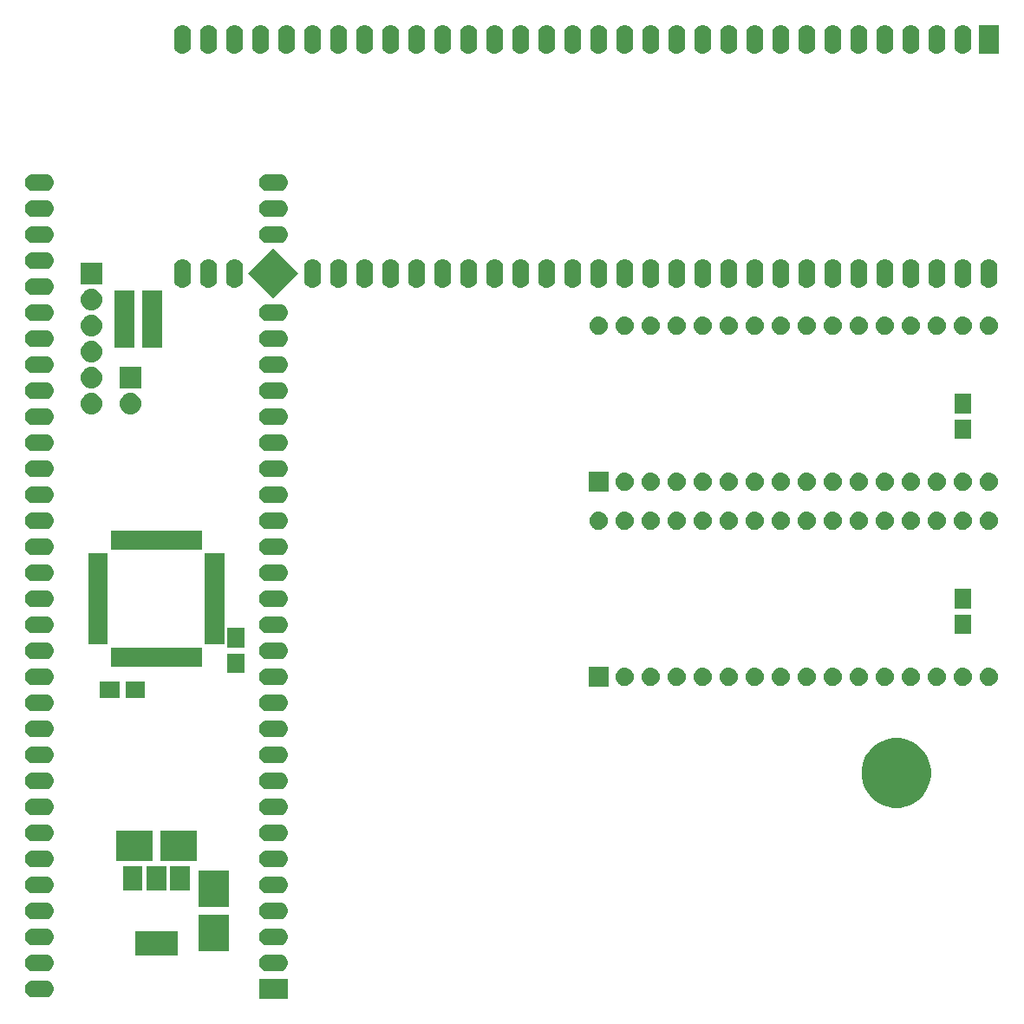
<source format=gts>
G04 #@! TF.GenerationSoftware,KiCad,Pcbnew,(5.1.4-0-10_14)*
G04 #@! TF.CreationDate,2023-01-20T22:12:42+01:00*
G04 #@! TF.ProjectId,68000 Relocator FLASH Kickstart_Manual Route_DIP_Power Plan Split,36383030-3020-4526-956c-6f6361746f72,v1.0*
G04 #@! TF.SameCoordinates,Original*
G04 #@! TF.FileFunction,Soldermask,Top*
G04 #@! TF.FilePolarity,Negative*
%FSLAX46Y46*%
G04 Gerber Fmt 4.6, Leading zero omitted, Abs format (unit mm)*
G04 Created by KiCad (PCBNEW (5.1.4-0-10_14)) date 2023-01-20 22:12:42*
%MOMM*%
%LPD*%
G04 APERTURE LIST*
%ADD10C,0.100000*%
G04 APERTURE END LIST*
D10*
G36*
X129162000Y-153654000D02*
G01*
X126362000Y-153654000D01*
X126362000Y-151654000D01*
X129162000Y-151654000D01*
X129162000Y-153654000D01*
X129162000Y-153654000D01*
G37*
G36*
X105637185Y-151831081D02*
G01*
X105637188Y-151831082D01*
X105637189Y-151831082D01*
X105794587Y-151878828D01*
X105874031Y-151921292D01*
X105939641Y-151956361D01*
X105939642Y-151956362D01*
X105939646Y-151956364D01*
X106066791Y-152060709D01*
X106171136Y-152187854D01*
X106248672Y-152332913D01*
X106296418Y-152490311D01*
X106296419Y-152490315D01*
X106312540Y-152654000D01*
X106296419Y-152817685D01*
X106296418Y-152817688D01*
X106296418Y-152817689D01*
X106248672Y-152975087D01*
X106171136Y-153120146D01*
X106066791Y-153247291D01*
X105939646Y-153351636D01*
X105939642Y-153351638D01*
X105939641Y-153351639D01*
X105874031Y-153386708D01*
X105794587Y-153429172D01*
X105637189Y-153476918D01*
X105637188Y-153476918D01*
X105637185Y-153476919D01*
X105514522Y-153489000D01*
X104289478Y-153489000D01*
X104166815Y-153476919D01*
X104166812Y-153476918D01*
X104166811Y-153476918D01*
X104009413Y-153429172D01*
X103929969Y-153386708D01*
X103864359Y-153351639D01*
X103864358Y-153351638D01*
X103864354Y-153351636D01*
X103737209Y-153247291D01*
X103632864Y-153120146D01*
X103555328Y-152975087D01*
X103507582Y-152817689D01*
X103507582Y-152817688D01*
X103507581Y-152817685D01*
X103491460Y-152654000D01*
X103507581Y-152490315D01*
X103507582Y-152490311D01*
X103555328Y-152332913D01*
X103632864Y-152187854D01*
X103737209Y-152060709D01*
X103864354Y-151956364D01*
X103864358Y-151956362D01*
X103864359Y-151956361D01*
X103929969Y-151921292D01*
X104009413Y-151878828D01*
X104166811Y-151831082D01*
X104166812Y-151831082D01*
X104166815Y-151831081D01*
X104289478Y-151819000D01*
X105514522Y-151819000D01*
X105637185Y-151831081D01*
X105637185Y-151831081D01*
G37*
G36*
X128497185Y-149291081D02*
G01*
X128497188Y-149291082D01*
X128497189Y-149291082D01*
X128654587Y-149338828D01*
X128734031Y-149381292D01*
X128799641Y-149416361D01*
X128799642Y-149416362D01*
X128799646Y-149416364D01*
X128926791Y-149520709D01*
X129031136Y-149647854D01*
X129108672Y-149792913D01*
X129156418Y-149950311D01*
X129156419Y-149950315D01*
X129172540Y-150114000D01*
X129156419Y-150277685D01*
X129156418Y-150277688D01*
X129156418Y-150277689D01*
X129108672Y-150435087D01*
X129031136Y-150580146D01*
X128926791Y-150707291D01*
X128799646Y-150811636D01*
X128799642Y-150811638D01*
X128799641Y-150811639D01*
X128734031Y-150846708D01*
X128654587Y-150889172D01*
X128497189Y-150936918D01*
X128497188Y-150936918D01*
X128497185Y-150936919D01*
X128374522Y-150949000D01*
X127149478Y-150949000D01*
X127026815Y-150936919D01*
X127026812Y-150936918D01*
X127026811Y-150936918D01*
X126869413Y-150889172D01*
X126789969Y-150846708D01*
X126724359Y-150811639D01*
X126724358Y-150811638D01*
X126724354Y-150811636D01*
X126597209Y-150707291D01*
X126492864Y-150580146D01*
X126415328Y-150435087D01*
X126367582Y-150277689D01*
X126367582Y-150277688D01*
X126367581Y-150277685D01*
X126351460Y-150114000D01*
X126367581Y-149950315D01*
X126367582Y-149950311D01*
X126415328Y-149792913D01*
X126492864Y-149647854D01*
X126597209Y-149520709D01*
X126724354Y-149416364D01*
X126724358Y-149416362D01*
X126724359Y-149416361D01*
X126789969Y-149381292D01*
X126869413Y-149338828D01*
X127026811Y-149291082D01*
X127026812Y-149291082D01*
X127026815Y-149291081D01*
X127149478Y-149279000D01*
X128374522Y-149279000D01*
X128497185Y-149291081D01*
X128497185Y-149291081D01*
G37*
G36*
X105637185Y-149291081D02*
G01*
X105637188Y-149291082D01*
X105637189Y-149291082D01*
X105794587Y-149338828D01*
X105874031Y-149381292D01*
X105939641Y-149416361D01*
X105939642Y-149416362D01*
X105939646Y-149416364D01*
X106066791Y-149520709D01*
X106171136Y-149647854D01*
X106248672Y-149792913D01*
X106296418Y-149950311D01*
X106296419Y-149950315D01*
X106312540Y-150114000D01*
X106296419Y-150277685D01*
X106296418Y-150277688D01*
X106296418Y-150277689D01*
X106248672Y-150435087D01*
X106171136Y-150580146D01*
X106066791Y-150707291D01*
X105939646Y-150811636D01*
X105939642Y-150811638D01*
X105939641Y-150811639D01*
X105874031Y-150846708D01*
X105794587Y-150889172D01*
X105637189Y-150936918D01*
X105637188Y-150936918D01*
X105637185Y-150936919D01*
X105514522Y-150949000D01*
X104289478Y-150949000D01*
X104166815Y-150936919D01*
X104166812Y-150936918D01*
X104166811Y-150936918D01*
X104009413Y-150889172D01*
X103929969Y-150846708D01*
X103864359Y-150811639D01*
X103864358Y-150811638D01*
X103864354Y-150811636D01*
X103737209Y-150707291D01*
X103632864Y-150580146D01*
X103555328Y-150435087D01*
X103507582Y-150277689D01*
X103507582Y-150277688D01*
X103507581Y-150277685D01*
X103491460Y-150114000D01*
X103507581Y-149950315D01*
X103507582Y-149950311D01*
X103555328Y-149792913D01*
X103632864Y-149647854D01*
X103737209Y-149520709D01*
X103864354Y-149416364D01*
X103864358Y-149416362D01*
X103864359Y-149416361D01*
X103929969Y-149381292D01*
X104009413Y-149338828D01*
X104166811Y-149291082D01*
X104166812Y-149291082D01*
X104166815Y-149291081D01*
X104289478Y-149279000D01*
X105514522Y-149279000D01*
X105637185Y-149291081D01*
X105637185Y-149291081D01*
G37*
G36*
X118432000Y-149384000D02*
G01*
X114232000Y-149384000D01*
X114232000Y-146984000D01*
X118432000Y-146984000D01*
X118432000Y-149384000D01*
X118432000Y-149384000D01*
G37*
G36*
X123370000Y-148984000D02*
G01*
X120470000Y-148984000D01*
X120470000Y-145384000D01*
X123370000Y-145384000D01*
X123370000Y-148984000D01*
X123370000Y-148984000D01*
G37*
G36*
X128497185Y-146751081D02*
G01*
X128497188Y-146751082D01*
X128497189Y-146751082D01*
X128654587Y-146798828D01*
X128734031Y-146841292D01*
X128799641Y-146876361D01*
X128799642Y-146876362D01*
X128799646Y-146876364D01*
X128926791Y-146980709D01*
X129031136Y-147107854D01*
X129108672Y-147252913D01*
X129156418Y-147410311D01*
X129156419Y-147410315D01*
X129172540Y-147574000D01*
X129156419Y-147737685D01*
X129156418Y-147737688D01*
X129156418Y-147737689D01*
X129108672Y-147895087D01*
X129031136Y-148040146D01*
X128926791Y-148167291D01*
X128799646Y-148271636D01*
X128799642Y-148271638D01*
X128799641Y-148271639D01*
X128734031Y-148306708D01*
X128654587Y-148349172D01*
X128497189Y-148396918D01*
X128497188Y-148396918D01*
X128497185Y-148396919D01*
X128374522Y-148409000D01*
X127149478Y-148409000D01*
X127026815Y-148396919D01*
X127026812Y-148396918D01*
X127026811Y-148396918D01*
X126869413Y-148349172D01*
X126789969Y-148306708D01*
X126724359Y-148271639D01*
X126724358Y-148271638D01*
X126724354Y-148271636D01*
X126597209Y-148167291D01*
X126492864Y-148040146D01*
X126415328Y-147895087D01*
X126367582Y-147737689D01*
X126367582Y-147737688D01*
X126367581Y-147737685D01*
X126351460Y-147574000D01*
X126367581Y-147410315D01*
X126367582Y-147410311D01*
X126415328Y-147252913D01*
X126492864Y-147107854D01*
X126597209Y-146980709D01*
X126724354Y-146876364D01*
X126724358Y-146876362D01*
X126724359Y-146876361D01*
X126789969Y-146841292D01*
X126869413Y-146798828D01*
X127026811Y-146751082D01*
X127026812Y-146751082D01*
X127026815Y-146751081D01*
X127149478Y-146739000D01*
X128374522Y-146739000D01*
X128497185Y-146751081D01*
X128497185Y-146751081D01*
G37*
G36*
X105637185Y-146751081D02*
G01*
X105637188Y-146751082D01*
X105637189Y-146751082D01*
X105794587Y-146798828D01*
X105874031Y-146841292D01*
X105939641Y-146876361D01*
X105939642Y-146876362D01*
X105939646Y-146876364D01*
X106066791Y-146980709D01*
X106171136Y-147107854D01*
X106248672Y-147252913D01*
X106296418Y-147410311D01*
X106296419Y-147410315D01*
X106312540Y-147574000D01*
X106296419Y-147737685D01*
X106296418Y-147737688D01*
X106296418Y-147737689D01*
X106248672Y-147895087D01*
X106171136Y-148040146D01*
X106066791Y-148167291D01*
X105939646Y-148271636D01*
X105939642Y-148271638D01*
X105939641Y-148271639D01*
X105874031Y-148306708D01*
X105794587Y-148349172D01*
X105637189Y-148396918D01*
X105637188Y-148396918D01*
X105637185Y-148396919D01*
X105514522Y-148409000D01*
X104289478Y-148409000D01*
X104166815Y-148396919D01*
X104166812Y-148396918D01*
X104166811Y-148396918D01*
X104009413Y-148349172D01*
X103929969Y-148306708D01*
X103864359Y-148271639D01*
X103864358Y-148271638D01*
X103864354Y-148271636D01*
X103737209Y-148167291D01*
X103632864Y-148040146D01*
X103555328Y-147895087D01*
X103507582Y-147737689D01*
X103507582Y-147737688D01*
X103507581Y-147737685D01*
X103491460Y-147574000D01*
X103507581Y-147410315D01*
X103507582Y-147410311D01*
X103555328Y-147252913D01*
X103632864Y-147107854D01*
X103737209Y-146980709D01*
X103864354Y-146876364D01*
X103864358Y-146876362D01*
X103864359Y-146876361D01*
X103929969Y-146841292D01*
X104009413Y-146798828D01*
X104166811Y-146751082D01*
X104166812Y-146751082D01*
X104166815Y-146751081D01*
X104289478Y-146739000D01*
X105514522Y-146739000D01*
X105637185Y-146751081D01*
X105637185Y-146751081D01*
G37*
G36*
X128497185Y-144211081D02*
G01*
X128497188Y-144211082D01*
X128497189Y-144211082D01*
X128654587Y-144258828D01*
X128734031Y-144301292D01*
X128799641Y-144336361D01*
X128799642Y-144336362D01*
X128799646Y-144336364D01*
X128926791Y-144440709D01*
X129031136Y-144567854D01*
X129108672Y-144712913D01*
X129156418Y-144870311D01*
X129156419Y-144870315D01*
X129172540Y-145034000D01*
X129156419Y-145197685D01*
X129156418Y-145197688D01*
X129156418Y-145197689D01*
X129108672Y-145355087D01*
X129031136Y-145500146D01*
X128926791Y-145627291D01*
X128799646Y-145731636D01*
X128799642Y-145731638D01*
X128799641Y-145731639D01*
X128734031Y-145766708D01*
X128654587Y-145809172D01*
X128497189Y-145856918D01*
X128497188Y-145856918D01*
X128497185Y-145856919D01*
X128374522Y-145869000D01*
X127149478Y-145869000D01*
X127026815Y-145856919D01*
X127026812Y-145856918D01*
X127026811Y-145856918D01*
X126869413Y-145809172D01*
X126789969Y-145766708D01*
X126724359Y-145731639D01*
X126724358Y-145731638D01*
X126724354Y-145731636D01*
X126597209Y-145627291D01*
X126492864Y-145500146D01*
X126415328Y-145355087D01*
X126367582Y-145197689D01*
X126367582Y-145197688D01*
X126367581Y-145197685D01*
X126351460Y-145034000D01*
X126367581Y-144870315D01*
X126367582Y-144870311D01*
X126415328Y-144712913D01*
X126492864Y-144567854D01*
X126597209Y-144440709D01*
X126724354Y-144336364D01*
X126724358Y-144336362D01*
X126724359Y-144336361D01*
X126789969Y-144301292D01*
X126869413Y-144258828D01*
X127026811Y-144211082D01*
X127026812Y-144211082D01*
X127026815Y-144211081D01*
X127149478Y-144199000D01*
X128374522Y-144199000D01*
X128497185Y-144211081D01*
X128497185Y-144211081D01*
G37*
G36*
X105637185Y-144211081D02*
G01*
X105637188Y-144211082D01*
X105637189Y-144211082D01*
X105794587Y-144258828D01*
X105874031Y-144301292D01*
X105939641Y-144336361D01*
X105939642Y-144336362D01*
X105939646Y-144336364D01*
X106066791Y-144440709D01*
X106171136Y-144567854D01*
X106248672Y-144712913D01*
X106296418Y-144870311D01*
X106296419Y-144870315D01*
X106312540Y-145034000D01*
X106296419Y-145197685D01*
X106296418Y-145197688D01*
X106296418Y-145197689D01*
X106248672Y-145355087D01*
X106171136Y-145500146D01*
X106066791Y-145627291D01*
X105939646Y-145731636D01*
X105939642Y-145731638D01*
X105939641Y-145731639D01*
X105874031Y-145766708D01*
X105794587Y-145809172D01*
X105637189Y-145856918D01*
X105637188Y-145856918D01*
X105637185Y-145856919D01*
X105514522Y-145869000D01*
X104289478Y-145869000D01*
X104166815Y-145856919D01*
X104166812Y-145856918D01*
X104166811Y-145856918D01*
X104009413Y-145809172D01*
X103929969Y-145766708D01*
X103864359Y-145731639D01*
X103864358Y-145731638D01*
X103864354Y-145731636D01*
X103737209Y-145627291D01*
X103632864Y-145500146D01*
X103555328Y-145355087D01*
X103507582Y-145197689D01*
X103507582Y-145197688D01*
X103507581Y-145197685D01*
X103491460Y-145034000D01*
X103507581Y-144870315D01*
X103507582Y-144870311D01*
X103555328Y-144712913D01*
X103632864Y-144567854D01*
X103737209Y-144440709D01*
X103864354Y-144336364D01*
X103864358Y-144336362D01*
X103864359Y-144336361D01*
X103929969Y-144301292D01*
X104009413Y-144258828D01*
X104166811Y-144211082D01*
X104166812Y-144211082D01*
X104166815Y-144211081D01*
X104289478Y-144199000D01*
X105514522Y-144199000D01*
X105637185Y-144211081D01*
X105637185Y-144211081D01*
G37*
G36*
X123370000Y-144684000D02*
G01*
X120470000Y-144684000D01*
X120470000Y-141084000D01*
X123370000Y-141084000D01*
X123370000Y-144684000D01*
X123370000Y-144684000D01*
G37*
G36*
X128497185Y-141671081D02*
G01*
X128497188Y-141671082D01*
X128497189Y-141671082D01*
X128654587Y-141718828D01*
X128734031Y-141761292D01*
X128799641Y-141796361D01*
X128799642Y-141796362D01*
X128799646Y-141796364D01*
X128926791Y-141900709D01*
X129031136Y-142027854D01*
X129108672Y-142172913D01*
X129156418Y-142330311D01*
X129156419Y-142330315D01*
X129172540Y-142494000D01*
X129156419Y-142657685D01*
X129156418Y-142657688D01*
X129156418Y-142657689D01*
X129108672Y-142815087D01*
X129031136Y-142960146D01*
X128926791Y-143087291D01*
X128799646Y-143191636D01*
X128799642Y-143191638D01*
X128799641Y-143191639D01*
X128734031Y-143226708D01*
X128654587Y-143269172D01*
X128497189Y-143316918D01*
X128497188Y-143316918D01*
X128497185Y-143316919D01*
X128374522Y-143329000D01*
X127149478Y-143329000D01*
X127026815Y-143316919D01*
X127026812Y-143316918D01*
X127026811Y-143316918D01*
X126869413Y-143269172D01*
X126789969Y-143226708D01*
X126724359Y-143191639D01*
X126724358Y-143191638D01*
X126724354Y-143191636D01*
X126597209Y-143087291D01*
X126492864Y-142960146D01*
X126415328Y-142815087D01*
X126367582Y-142657689D01*
X126367582Y-142657688D01*
X126367581Y-142657685D01*
X126351460Y-142494000D01*
X126367581Y-142330315D01*
X126367582Y-142330311D01*
X126415328Y-142172913D01*
X126492864Y-142027854D01*
X126597209Y-141900709D01*
X126724354Y-141796364D01*
X126724358Y-141796362D01*
X126724359Y-141796361D01*
X126789969Y-141761292D01*
X126869413Y-141718828D01*
X127026811Y-141671082D01*
X127026812Y-141671082D01*
X127026815Y-141671081D01*
X127149478Y-141659000D01*
X128374522Y-141659000D01*
X128497185Y-141671081D01*
X128497185Y-141671081D01*
G37*
G36*
X105637185Y-141671081D02*
G01*
X105637188Y-141671082D01*
X105637189Y-141671082D01*
X105794587Y-141718828D01*
X105874031Y-141761292D01*
X105939641Y-141796361D01*
X105939642Y-141796362D01*
X105939646Y-141796364D01*
X106066791Y-141900709D01*
X106171136Y-142027854D01*
X106248672Y-142172913D01*
X106296418Y-142330311D01*
X106296419Y-142330315D01*
X106312540Y-142494000D01*
X106296419Y-142657685D01*
X106296418Y-142657688D01*
X106296418Y-142657689D01*
X106248672Y-142815087D01*
X106171136Y-142960146D01*
X106066791Y-143087291D01*
X105939646Y-143191636D01*
X105939642Y-143191638D01*
X105939641Y-143191639D01*
X105874031Y-143226708D01*
X105794587Y-143269172D01*
X105637189Y-143316918D01*
X105637188Y-143316918D01*
X105637185Y-143316919D01*
X105514522Y-143329000D01*
X104289478Y-143329000D01*
X104166815Y-143316919D01*
X104166812Y-143316918D01*
X104166811Y-143316918D01*
X104009413Y-143269172D01*
X103929969Y-143226708D01*
X103864359Y-143191639D01*
X103864358Y-143191638D01*
X103864354Y-143191636D01*
X103737209Y-143087291D01*
X103632864Y-142960146D01*
X103555328Y-142815087D01*
X103507582Y-142657689D01*
X103507582Y-142657688D01*
X103507581Y-142657685D01*
X103491460Y-142494000D01*
X103507581Y-142330315D01*
X103507582Y-142330311D01*
X103555328Y-142172913D01*
X103632864Y-142027854D01*
X103737209Y-141900709D01*
X103864354Y-141796364D01*
X103864358Y-141796362D01*
X103864359Y-141796361D01*
X103929969Y-141761292D01*
X104009413Y-141718828D01*
X104166811Y-141671082D01*
X104166812Y-141671082D01*
X104166815Y-141671081D01*
X104289478Y-141659000D01*
X105514522Y-141659000D01*
X105637185Y-141671081D01*
X105637185Y-141671081D01*
G37*
G36*
X117282000Y-143084000D02*
G01*
X115382000Y-143084000D01*
X115382000Y-140684000D01*
X117282000Y-140684000D01*
X117282000Y-143084000D01*
X117282000Y-143084000D01*
G37*
G36*
X114982000Y-143084000D02*
G01*
X113082000Y-143084000D01*
X113082000Y-140684000D01*
X114982000Y-140684000D01*
X114982000Y-143084000D01*
X114982000Y-143084000D01*
G37*
G36*
X119582000Y-143084000D02*
G01*
X117682000Y-143084000D01*
X117682000Y-140684000D01*
X119582000Y-140684000D01*
X119582000Y-143084000D01*
X119582000Y-143084000D01*
G37*
G36*
X105637185Y-139131081D02*
G01*
X105637188Y-139131082D01*
X105637189Y-139131082D01*
X105794587Y-139178828D01*
X105874031Y-139221292D01*
X105939641Y-139256361D01*
X105939642Y-139256362D01*
X105939646Y-139256364D01*
X106066791Y-139360709D01*
X106171136Y-139487854D01*
X106248672Y-139632913D01*
X106296418Y-139790311D01*
X106296419Y-139790315D01*
X106312540Y-139954000D01*
X106296419Y-140117685D01*
X106296418Y-140117688D01*
X106296418Y-140117689D01*
X106248672Y-140275087D01*
X106171136Y-140420146D01*
X106066791Y-140547291D01*
X105939646Y-140651636D01*
X105939642Y-140651638D01*
X105939641Y-140651639D01*
X105874031Y-140686708D01*
X105794587Y-140729172D01*
X105637189Y-140776918D01*
X105637188Y-140776918D01*
X105637185Y-140776919D01*
X105514522Y-140789000D01*
X104289478Y-140789000D01*
X104166815Y-140776919D01*
X104166812Y-140776918D01*
X104166811Y-140776918D01*
X104009413Y-140729172D01*
X103929969Y-140686708D01*
X103864359Y-140651639D01*
X103864358Y-140651638D01*
X103864354Y-140651636D01*
X103737209Y-140547291D01*
X103632864Y-140420146D01*
X103555328Y-140275087D01*
X103507582Y-140117689D01*
X103507582Y-140117688D01*
X103507581Y-140117685D01*
X103491460Y-139954000D01*
X103507581Y-139790315D01*
X103507582Y-139790311D01*
X103555328Y-139632913D01*
X103632864Y-139487854D01*
X103737209Y-139360709D01*
X103864354Y-139256364D01*
X103864358Y-139256362D01*
X103864359Y-139256361D01*
X103929969Y-139221292D01*
X104009413Y-139178828D01*
X104166811Y-139131082D01*
X104166812Y-139131082D01*
X104166815Y-139131081D01*
X104289478Y-139119000D01*
X105514522Y-139119000D01*
X105637185Y-139131081D01*
X105637185Y-139131081D01*
G37*
G36*
X128497185Y-139131081D02*
G01*
X128497188Y-139131082D01*
X128497189Y-139131082D01*
X128654587Y-139178828D01*
X128734031Y-139221292D01*
X128799641Y-139256361D01*
X128799642Y-139256362D01*
X128799646Y-139256364D01*
X128926791Y-139360709D01*
X129031136Y-139487854D01*
X129108672Y-139632913D01*
X129156418Y-139790311D01*
X129156419Y-139790315D01*
X129172540Y-139954000D01*
X129156419Y-140117685D01*
X129156418Y-140117688D01*
X129156418Y-140117689D01*
X129108672Y-140275087D01*
X129031136Y-140420146D01*
X128926791Y-140547291D01*
X128799646Y-140651636D01*
X128799642Y-140651638D01*
X128799641Y-140651639D01*
X128734031Y-140686708D01*
X128654587Y-140729172D01*
X128497189Y-140776918D01*
X128497188Y-140776918D01*
X128497185Y-140776919D01*
X128374522Y-140789000D01*
X127149478Y-140789000D01*
X127026815Y-140776919D01*
X127026812Y-140776918D01*
X127026811Y-140776918D01*
X126869413Y-140729172D01*
X126789969Y-140686708D01*
X126724359Y-140651639D01*
X126724358Y-140651638D01*
X126724354Y-140651636D01*
X126597209Y-140547291D01*
X126492864Y-140420146D01*
X126415328Y-140275087D01*
X126367582Y-140117689D01*
X126367582Y-140117688D01*
X126367581Y-140117685D01*
X126351460Y-139954000D01*
X126367581Y-139790315D01*
X126367582Y-139790311D01*
X126415328Y-139632913D01*
X126492864Y-139487854D01*
X126597209Y-139360709D01*
X126724354Y-139256364D01*
X126724358Y-139256362D01*
X126724359Y-139256361D01*
X126789969Y-139221292D01*
X126869413Y-139178828D01*
X127026811Y-139131082D01*
X127026812Y-139131082D01*
X127026815Y-139131081D01*
X127149478Y-139119000D01*
X128374522Y-139119000D01*
X128497185Y-139131081D01*
X128497185Y-139131081D01*
G37*
G36*
X120291000Y-140134000D02*
G01*
X116691000Y-140134000D01*
X116691000Y-137234000D01*
X120291000Y-137234000D01*
X120291000Y-140134000D01*
X120291000Y-140134000D01*
G37*
G36*
X115991000Y-140134000D02*
G01*
X112391000Y-140134000D01*
X112391000Y-137234000D01*
X115991000Y-137234000D01*
X115991000Y-140134000D01*
X115991000Y-140134000D01*
G37*
G36*
X105637185Y-136591081D02*
G01*
X105637188Y-136591082D01*
X105637189Y-136591082D01*
X105794587Y-136638828D01*
X105874031Y-136681292D01*
X105939641Y-136716361D01*
X105939642Y-136716362D01*
X105939646Y-136716364D01*
X106066791Y-136820709D01*
X106171136Y-136947854D01*
X106248672Y-137092913D01*
X106291470Y-137234000D01*
X106296419Y-137250315D01*
X106312540Y-137414000D01*
X106296419Y-137577685D01*
X106296418Y-137577688D01*
X106296418Y-137577689D01*
X106248672Y-137735087D01*
X106171136Y-137880146D01*
X106066791Y-138007291D01*
X105939646Y-138111636D01*
X105939642Y-138111638D01*
X105939641Y-138111639D01*
X105874031Y-138146708D01*
X105794587Y-138189172D01*
X105637189Y-138236918D01*
X105637188Y-138236918D01*
X105637185Y-138236919D01*
X105514522Y-138249000D01*
X104289478Y-138249000D01*
X104166815Y-138236919D01*
X104166812Y-138236918D01*
X104166811Y-138236918D01*
X104009413Y-138189172D01*
X103929969Y-138146708D01*
X103864359Y-138111639D01*
X103864358Y-138111638D01*
X103864354Y-138111636D01*
X103737209Y-138007291D01*
X103632864Y-137880146D01*
X103555328Y-137735087D01*
X103507582Y-137577689D01*
X103507582Y-137577688D01*
X103507581Y-137577685D01*
X103491460Y-137414000D01*
X103507581Y-137250315D01*
X103512530Y-137234000D01*
X103555328Y-137092913D01*
X103632864Y-136947854D01*
X103737209Y-136820709D01*
X103864354Y-136716364D01*
X103864358Y-136716362D01*
X103864359Y-136716361D01*
X103929969Y-136681292D01*
X104009413Y-136638828D01*
X104166811Y-136591082D01*
X104166812Y-136591082D01*
X104166815Y-136591081D01*
X104289478Y-136579000D01*
X105514522Y-136579000D01*
X105637185Y-136591081D01*
X105637185Y-136591081D01*
G37*
G36*
X128497185Y-136591081D02*
G01*
X128497188Y-136591082D01*
X128497189Y-136591082D01*
X128654587Y-136638828D01*
X128734031Y-136681292D01*
X128799641Y-136716361D01*
X128799642Y-136716362D01*
X128799646Y-136716364D01*
X128926791Y-136820709D01*
X129031136Y-136947854D01*
X129108672Y-137092913D01*
X129151470Y-137234000D01*
X129156419Y-137250315D01*
X129172540Y-137414000D01*
X129156419Y-137577685D01*
X129156418Y-137577688D01*
X129156418Y-137577689D01*
X129108672Y-137735087D01*
X129031136Y-137880146D01*
X128926791Y-138007291D01*
X128799646Y-138111636D01*
X128799642Y-138111638D01*
X128799641Y-138111639D01*
X128734031Y-138146708D01*
X128654587Y-138189172D01*
X128497189Y-138236918D01*
X128497188Y-138236918D01*
X128497185Y-138236919D01*
X128374522Y-138249000D01*
X127149478Y-138249000D01*
X127026815Y-138236919D01*
X127026812Y-138236918D01*
X127026811Y-138236918D01*
X126869413Y-138189172D01*
X126789969Y-138146708D01*
X126724359Y-138111639D01*
X126724358Y-138111638D01*
X126724354Y-138111636D01*
X126597209Y-138007291D01*
X126492864Y-137880146D01*
X126415328Y-137735087D01*
X126367582Y-137577689D01*
X126367582Y-137577688D01*
X126367581Y-137577685D01*
X126351460Y-137414000D01*
X126367581Y-137250315D01*
X126372530Y-137234000D01*
X126415328Y-137092913D01*
X126492864Y-136947854D01*
X126597209Y-136820709D01*
X126724354Y-136716364D01*
X126724358Y-136716362D01*
X126724359Y-136716361D01*
X126789969Y-136681292D01*
X126869413Y-136638828D01*
X127026811Y-136591082D01*
X127026812Y-136591082D01*
X127026815Y-136591081D01*
X127149478Y-136579000D01*
X128374522Y-136579000D01*
X128497185Y-136591081D01*
X128497185Y-136591081D01*
G37*
G36*
X105637185Y-134051081D02*
G01*
X105637188Y-134051082D01*
X105637189Y-134051082D01*
X105794587Y-134098828D01*
X105874031Y-134141292D01*
X105939641Y-134176361D01*
X105939642Y-134176362D01*
X105939646Y-134176364D01*
X106066791Y-134280709D01*
X106171136Y-134407854D01*
X106248672Y-134552913D01*
X106296418Y-134710311D01*
X106296419Y-134710315D01*
X106312540Y-134874000D01*
X106296419Y-135037685D01*
X106296418Y-135037688D01*
X106296418Y-135037689D01*
X106248672Y-135195087D01*
X106171136Y-135340146D01*
X106066791Y-135467291D01*
X105939646Y-135571636D01*
X105939642Y-135571638D01*
X105939641Y-135571639D01*
X105874031Y-135606708D01*
X105794587Y-135649172D01*
X105637189Y-135696918D01*
X105637188Y-135696918D01*
X105637185Y-135696919D01*
X105514522Y-135709000D01*
X104289478Y-135709000D01*
X104166815Y-135696919D01*
X104166812Y-135696918D01*
X104166811Y-135696918D01*
X104009413Y-135649172D01*
X103929969Y-135606708D01*
X103864359Y-135571639D01*
X103864358Y-135571638D01*
X103864354Y-135571636D01*
X103737209Y-135467291D01*
X103632864Y-135340146D01*
X103555328Y-135195087D01*
X103507582Y-135037689D01*
X103507582Y-135037688D01*
X103507581Y-135037685D01*
X103491460Y-134874000D01*
X103507581Y-134710315D01*
X103507582Y-134710311D01*
X103555328Y-134552913D01*
X103632864Y-134407854D01*
X103737209Y-134280709D01*
X103864354Y-134176364D01*
X103864358Y-134176362D01*
X103864359Y-134176361D01*
X103929969Y-134141292D01*
X104009413Y-134098828D01*
X104166811Y-134051082D01*
X104166812Y-134051082D01*
X104166815Y-134051081D01*
X104289478Y-134039000D01*
X105514522Y-134039000D01*
X105637185Y-134051081D01*
X105637185Y-134051081D01*
G37*
G36*
X128497185Y-134051081D02*
G01*
X128497188Y-134051082D01*
X128497189Y-134051082D01*
X128654587Y-134098828D01*
X128734031Y-134141292D01*
X128799641Y-134176361D01*
X128799642Y-134176362D01*
X128799646Y-134176364D01*
X128926791Y-134280709D01*
X129031136Y-134407854D01*
X129108672Y-134552913D01*
X129156418Y-134710311D01*
X129156419Y-134710315D01*
X129172540Y-134874000D01*
X129156419Y-135037685D01*
X129156418Y-135037688D01*
X129156418Y-135037689D01*
X129108672Y-135195087D01*
X129031136Y-135340146D01*
X128926791Y-135467291D01*
X128799646Y-135571636D01*
X128799642Y-135571638D01*
X128799641Y-135571639D01*
X128734031Y-135606708D01*
X128654587Y-135649172D01*
X128497189Y-135696918D01*
X128497188Y-135696918D01*
X128497185Y-135696919D01*
X128374522Y-135709000D01*
X127149478Y-135709000D01*
X127026815Y-135696919D01*
X127026812Y-135696918D01*
X127026811Y-135696918D01*
X126869413Y-135649172D01*
X126789969Y-135606708D01*
X126724359Y-135571639D01*
X126724358Y-135571638D01*
X126724354Y-135571636D01*
X126597209Y-135467291D01*
X126492864Y-135340146D01*
X126415328Y-135195087D01*
X126367582Y-135037689D01*
X126367582Y-135037688D01*
X126367581Y-135037685D01*
X126351460Y-134874000D01*
X126367581Y-134710315D01*
X126367582Y-134710311D01*
X126415328Y-134552913D01*
X126492864Y-134407854D01*
X126597209Y-134280709D01*
X126724354Y-134176364D01*
X126724358Y-134176362D01*
X126724359Y-134176361D01*
X126789969Y-134141292D01*
X126869413Y-134098828D01*
X127026811Y-134051082D01*
X127026812Y-134051082D01*
X127026815Y-134051081D01*
X127149478Y-134039000D01*
X128374522Y-134039000D01*
X128497185Y-134051081D01*
X128497185Y-134051081D01*
G37*
G36*
X189258307Y-128237330D02*
G01*
X189586743Y-128302660D01*
X190205504Y-128558959D01*
X190762374Y-128931048D01*
X191235952Y-129404626D01*
X191608041Y-129961496D01*
X191864340Y-130580257D01*
X191995000Y-131237129D01*
X191995000Y-131906871D01*
X191864340Y-132563743D01*
X191608041Y-133182504D01*
X191235952Y-133739374D01*
X190762374Y-134212952D01*
X190205504Y-134585041D01*
X189586743Y-134841340D01*
X189422550Y-134874000D01*
X188929872Y-134972000D01*
X188260128Y-134972000D01*
X187767450Y-134874000D01*
X187603257Y-134841340D01*
X186984496Y-134585041D01*
X186427626Y-134212952D01*
X185954048Y-133739374D01*
X185581959Y-133182504D01*
X185325660Y-132563743D01*
X185195000Y-131906871D01*
X185195000Y-131237129D01*
X185325660Y-130580257D01*
X185581959Y-129961496D01*
X185954048Y-129404626D01*
X186427626Y-128931048D01*
X186984496Y-128558959D01*
X187603257Y-128302660D01*
X187931693Y-128237330D01*
X188260128Y-128172000D01*
X188929872Y-128172000D01*
X189258307Y-128237330D01*
X189258307Y-128237330D01*
G37*
G36*
X128497185Y-131511081D02*
G01*
X128497188Y-131511082D01*
X128497189Y-131511082D01*
X128654587Y-131558828D01*
X128734031Y-131601292D01*
X128799641Y-131636361D01*
X128799642Y-131636362D01*
X128799646Y-131636364D01*
X128926791Y-131740709D01*
X129031136Y-131867854D01*
X129108672Y-132012913D01*
X129156418Y-132170311D01*
X129156419Y-132170315D01*
X129172540Y-132334000D01*
X129156419Y-132497685D01*
X129156418Y-132497688D01*
X129156418Y-132497689D01*
X129108672Y-132655087D01*
X129031136Y-132800146D01*
X128926791Y-132927291D01*
X128799646Y-133031636D01*
X128799642Y-133031638D01*
X128799641Y-133031639D01*
X128734031Y-133066708D01*
X128654587Y-133109172D01*
X128497189Y-133156918D01*
X128497188Y-133156918D01*
X128497185Y-133156919D01*
X128374522Y-133169000D01*
X127149478Y-133169000D01*
X127026815Y-133156919D01*
X127026812Y-133156918D01*
X127026811Y-133156918D01*
X126869413Y-133109172D01*
X126789969Y-133066708D01*
X126724359Y-133031639D01*
X126724358Y-133031638D01*
X126724354Y-133031636D01*
X126597209Y-132927291D01*
X126492864Y-132800146D01*
X126415328Y-132655087D01*
X126367582Y-132497689D01*
X126367582Y-132497688D01*
X126367581Y-132497685D01*
X126351460Y-132334000D01*
X126367581Y-132170315D01*
X126367582Y-132170311D01*
X126415328Y-132012913D01*
X126492864Y-131867854D01*
X126597209Y-131740709D01*
X126724354Y-131636364D01*
X126724358Y-131636362D01*
X126724359Y-131636361D01*
X126789969Y-131601292D01*
X126869413Y-131558828D01*
X127026811Y-131511082D01*
X127026812Y-131511082D01*
X127026815Y-131511081D01*
X127149478Y-131499000D01*
X128374522Y-131499000D01*
X128497185Y-131511081D01*
X128497185Y-131511081D01*
G37*
G36*
X105637185Y-131511081D02*
G01*
X105637188Y-131511082D01*
X105637189Y-131511082D01*
X105794587Y-131558828D01*
X105874031Y-131601292D01*
X105939641Y-131636361D01*
X105939642Y-131636362D01*
X105939646Y-131636364D01*
X106066791Y-131740709D01*
X106171136Y-131867854D01*
X106248672Y-132012913D01*
X106296418Y-132170311D01*
X106296419Y-132170315D01*
X106312540Y-132334000D01*
X106296419Y-132497685D01*
X106296418Y-132497688D01*
X106296418Y-132497689D01*
X106248672Y-132655087D01*
X106171136Y-132800146D01*
X106066791Y-132927291D01*
X105939646Y-133031636D01*
X105939642Y-133031638D01*
X105939641Y-133031639D01*
X105874031Y-133066708D01*
X105794587Y-133109172D01*
X105637189Y-133156918D01*
X105637188Y-133156918D01*
X105637185Y-133156919D01*
X105514522Y-133169000D01*
X104289478Y-133169000D01*
X104166815Y-133156919D01*
X104166812Y-133156918D01*
X104166811Y-133156918D01*
X104009413Y-133109172D01*
X103929969Y-133066708D01*
X103864359Y-133031639D01*
X103864358Y-133031638D01*
X103864354Y-133031636D01*
X103737209Y-132927291D01*
X103632864Y-132800146D01*
X103555328Y-132655087D01*
X103507582Y-132497689D01*
X103507582Y-132497688D01*
X103507581Y-132497685D01*
X103491460Y-132334000D01*
X103507581Y-132170315D01*
X103507582Y-132170311D01*
X103555328Y-132012913D01*
X103632864Y-131867854D01*
X103737209Y-131740709D01*
X103864354Y-131636364D01*
X103864358Y-131636362D01*
X103864359Y-131636361D01*
X103929969Y-131601292D01*
X104009413Y-131558828D01*
X104166811Y-131511082D01*
X104166812Y-131511082D01*
X104166815Y-131511081D01*
X104289478Y-131499000D01*
X105514522Y-131499000D01*
X105637185Y-131511081D01*
X105637185Y-131511081D01*
G37*
G36*
X128497185Y-128971081D02*
G01*
X128497188Y-128971082D01*
X128497189Y-128971082D01*
X128654587Y-129018828D01*
X128734031Y-129061292D01*
X128799641Y-129096361D01*
X128799642Y-129096362D01*
X128799646Y-129096364D01*
X128926791Y-129200709D01*
X129031136Y-129327854D01*
X129108672Y-129472913D01*
X129156418Y-129630311D01*
X129156419Y-129630315D01*
X129172540Y-129794000D01*
X129156419Y-129957685D01*
X129156418Y-129957688D01*
X129156418Y-129957689D01*
X129108672Y-130115087D01*
X129031136Y-130260146D01*
X128926791Y-130387291D01*
X128799646Y-130491636D01*
X128799642Y-130491638D01*
X128799641Y-130491639D01*
X128734031Y-130526708D01*
X128654587Y-130569172D01*
X128497189Y-130616918D01*
X128497188Y-130616918D01*
X128497185Y-130616919D01*
X128374522Y-130629000D01*
X127149478Y-130629000D01*
X127026815Y-130616919D01*
X127026812Y-130616918D01*
X127026811Y-130616918D01*
X126869413Y-130569172D01*
X126789969Y-130526708D01*
X126724359Y-130491639D01*
X126724358Y-130491638D01*
X126724354Y-130491636D01*
X126597209Y-130387291D01*
X126492864Y-130260146D01*
X126415328Y-130115087D01*
X126367582Y-129957689D01*
X126367582Y-129957688D01*
X126367581Y-129957685D01*
X126351460Y-129794000D01*
X126367581Y-129630315D01*
X126367582Y-129630311D01*
X126415328Y-129472913D01*
X126492864Y-129327854D01*
X126597209Y-129200709D01*
X126724354Y-129096364D01*
X126724358Y-129096362D01*
X126724359Y-129096361D01*
X126789969Y-129061292D01*
X126869413Y-129018828D01*
X127026811Y-128971082D01*
X127026812Y-128971082D01*
X127026815Y-128971081D01*
X127149478Y-128959000D01*
X128374522Y-128959000D01*
X128497185Y-128971081D01*
X128497185Y-128971081D01*
G37*
G36*
X105637185Y-128971081D02*
G01*
X105637188Y-128971082D01*
X105637189Y-128971082D01*
X105794587Y-129018828D01*
X105874031Y-129061292D01*
X105939641Y-129096361D01*
X105939642Y-129096362D01*
X105939646Y-129096364D01*
X106066791Y-129200709D01*
X106171136Y-129327854D01*
X106248672Y-129472913D01*
X106296418Y-129630311D01*
X106296419Y-129630315D01*
X106312540Y-129794000D01*
X106296419Y-129957685D01*
X106296418Y-129957688D01*
X106296418Y-129957689D01*
X106248672Y-130115087D01*
X106171136Y-130260146D01*
X106066791Y-130387291D01*
X105939646Y-130491636D01*
X105939642Y-130491638D01*
X105939641Y-130491639D01*
X105874031Y-130526708D01*
X105794587Y-130569172D01*
X105637189Y-130616918D01*
X105637188Y-130616918D01*
X105637185Y-130616919D01*
X105514522Y-130629000D01*
X104289478Y-130629000D01*
X104166815Y-130616919D01*
X104166812Y-130616918D01*
X104166811Y-130616918D01*
X104009413Y-130569172D01*
X103929969Y-130526708D01*
X103864359Y-130491639D01*
X103864358Y-130491638D01*
X103864354Y-130491636D01*
X103737209Y-130387291D01*
X103632864Y-130260146D01*
X103555328Y-130115087D01*
X103507582Y-129957689D01*
X103507582Y-129957688D01*
X103507581Y-129957685D01*
X103491460Y-129794000D01*
X103507581Y-129630315D01*
X103507582Y-129630311D01*
X103555328Y-129472913D01*
X103632864Y-129327854D01*
X103737209Y-129200709D01*
X103864354Y-129096364D01*
X103864358Y-129096362D01*
X103864359Y-129096361D01*
X103929969Y-129061292D01*
X104009413Y-129018828D01*
X104166811Y-128971082D01*
X104166812Y-128971082D01*
X104166815Y-128971081D01*
X104289478Y-128959000D01*
X105514522Y-128959000D01*
X105637185Y-128971081D01*
X105637185Y-128971081D01*
G37*
G36*
X128497185Y-126431081D02*
G01*
X128497188Y-126431082D01*
X128497189Y-126431082D01*
X128654587Y-126478828D01*
X128734031Y-126521292D01*
X128799641Y-126556361D01*
X128799642Y-126556362D01*
X128799646Y-126556364D01*
X128926791Y-126660709D01*
X129031136Y-126787854D01*
X129108672Y-126932913D01*
X129156418Y-127090311D01*
X129156419Y-127090315D01*
X129172540Y-127254000D01*
X129156419Y-127417685D01*
X129156418Y-127417688D01*
X129156418Y-127417689D01*
X129108672Y-127575087D01*
X129031136Y-127720146D01*
X128926791Y-127847291D01*
X128799646Y-127951636D01*
X128799642Y-127951638D01*
X128799641Y-127951639D01*
X128734031Y-127986708D01*
X128654587Y-128029172D01*
X128497189Y-128076918D01*
X128497188Y-128076918D01*
X128497185Y-128076919D01*
X128374522Y-128089000D01*
X127149478Y-128089000D01*
X127026815Y-128076919D01*
X127026812Y-128076918D01*
X127026811Y-128076918D01*
X126869413Y-128029172D01*
X126789969Y-127986708D01*
X126724359Y-127951639D01*
X126724358Y-127951638D01*
X126724354Y-127951636D01*
X126597209Y-127847291D01*
X126492864Y-127720146D01*
X126415328Y-127575087D01*
X126367582Y-127417689D01*
X126367582Y-127417688D01*
X126367581Y-127417685D01*
X126351460Y-127254000D01*
X126367581Y-127090315D01*
X126367582Y-127090311D01*
X126415328Y-126932913D01*
X126492864Y-126787854D01*
X126597209Y-126660709D01*
X126724354Y-126556364D01*
X126724358Y-126556362D01*
X126724359Y-126556361D01*
X126789969Y-126521292D01*
X126869413Y-126478828D01*
X127026811Y-126431082D01*
X127026812Y-126431082D01*
X127026815Y-126431081D01*
X127149478Y-126419000D01*
X128374522Y-126419000D01*
X128497185Y-126431081D01*
X128497185Y-126431081D01*
G37*
G36*
X105637185Y-126431081D02*
G01*
X105637188Y-126431082D01*
X105637189Y-126431082D01*
X105794587Y-126478828D01*
X105874031Y-126521292D01*
X105939641Y-126556361D01*
X105939642Y-126556362D01*
X105939646Y-126556364D01*
X106066791Y-126660709D01*
X106171136Y-126787854D01*
X106248672Y-126932913D01*
X106296418Y-127090311D01*
X106296419Y-127090315D01*
X106312540Y-127254000D01*
X106296419Y-127417685D01*
X106296418Y-127417688D01*
X106296418Y-127417689D01*
X106248672Y-127575087D01*
X106171136Y-127720146D01*
X106066791Y-127847291D01*
X105939646Y-127951636D01*
X105939642Y-127951638D01*
X105939641Y-127951639D01*
X105874031Y-127986708D01*
X105794587Y-128029172D01*
X105637189Y-128076918D01*
X105637188Y-128076918D01*
X105637185Y-128076919D01*
X105514522Y-128089000D01*
X104289478Y-128089000D01*
X104166815Y-128076919D01*
X104166812Y-128076918D01*
X104166811Y-128076918D01*
X104009413Y-128029172D01*
X103929969Y-127986708D01*
X103864359Y-127951639D01*
X103864358Y-127951638D01*
X103864354Y-127951636D01*
X103737209Y-127847291D01*
X103632864Y-127720146D01*
X103555328Y-127575087D01*
X103507582Y-127417689D01*
X103507582Y-127417688D01*
X103507581Y-127417685D01*
X103491460Y-127254000D01*
X103507581Y-127090315D01*
X103507582Y-127090311D01*
X103555328Y-126932913D01*
X103632864Y-126787854D01*
X103737209Y-126660709D01*
X103864354Y-126556364D01*
X103864358Y-126556362D01*
X103864359Y-126556361D01*
X103929969Y-126521292D01*
X104009413Y-126478828D01*
X104166811Y-126431082D01*
X104166812Y-126431082D01*
X104166815Y-126431081D01*
X104289478Y-126419000D01*
X105514522Y-126419000D01*
X105637185Y-126431081D01*
X105637185Y-126431081D01*
G37*
G36*
X128497185Y-123891081D02*
G01*
X128497188Y-123891082D01*
X128497189Y-123891082D01*
X128654587Y-123938828D01*
X128734031Y-123981292D01*
X128799641Y-124016361D01*
X128799642Y-124016362D01*
X128799646Y-124016364D01*
X128926791Y-124120709D01*
X129031136Y-124247854D01*
X129108672Y-124392913D01*
X129156418Y-124550311D01*
X129156419Y-124550315D01*
X129172540Y-124714000D01*
X129156419Y-124877685D01*
X129156418Y-124877688D01*
X129156418Y-124877689D01*
X129108672Y-125035087D01*
X129031136Y-125180146D01*
X128926791Y-125307291D01*
X128799646Y-125411636D01*
X128799642Y-125411638D01*
X128799641Y-125411639D01*
X128734031Y-125446708D01*
X128654587Y-125489172D01*
X128497189Y-125536918D01*
X128497188Y-125536918D01*
X128497185Y-125536919D01*
X128374522Y-125549000D01*
X127149478Y-125549000D01*
X127026815Y-125536919D01*
X127026812Y-125536918D01*
X127026811Y-125536918D01*
X126869413Y-125489172D01*
X126789969Y-125446708D01*
X126724359Y-125411639D01*
X126724358Y-125411638D01*
X126724354Y-125411636D01*
X126597209Y-125307291D01*
X126492864Y-125180146D01*
X126415328Y-125035087D01*
X126367582Y-124877689D01*
X126367582Y-124877688D01*
X126367581Y-124877685D01*
X126351460Y-124714000D01*
X126367581Y-124550315D01*
X126367582Y-124550311D01*
X126415328Y-124392913D01*
X126492864Y-124247854D01*
X126597209Y-124120709D01*
X126724354Y-124016364D01*
X126724358Y-124016362D01*
X126724359Y-124016361D01*
X126789969Y-123981292D01*
X126869413Y-123938828D01*
X127026811Y-123891082D01*
X127026812Y-123891082D01*
X127026815Y-123891081D01*
X127149478Y-123879000D01*
X128374522Y-123879000D01*
X128497185Y-123891081D01*
X128497185Y-123891081D01*
G37*
G36*
X105637185Y-123891081D02*
G01*
X105637188Y-123891082D01*
X105637189Y-123891082D01*
X105794587Y-123938828D01*
X105874031Y-123981292D01*
X105939641Y-124016361D01*
X105939642Y-124016362D01*
X105939646Y-124016364D01*
X106066791Y-124120709D01*
X106171136Y-124247854D01*
X106248672Y-124392913D01*
X106296418Y-124550311D01*
X106296419Y-124550315D01*
X106312540Y-124714000D01*
X106296419Y-124877685D01*
X106296418Y-124877688D01*
X106296418Y-124877689D01*
X106248672Y-125035087D01*
X106171136Y-125180146D01*
X106066791Y-125307291D01*
X105939646Y-125411636D01*
X105939642Y-125411638D01*
X105939641Y-125411639D01*
X105874031Y-125446708D01*
X105794587Y-125489172D01*
X105637189Y-125536918D01*
X105637188Y-125536918D01*
X105637185Y-125536919D01*
X105514522Y-125549000D01*
X104289478Y-125549000D01*
X104166815Y-125536919D01*
X104166812Y-125536918D01*
X104166811Y-125536918D01*
X104009413Y-125489172D01*
X103929969Y-125446708D01*
X103864359Y-125411639D01*
X103864358Y-125411638D01*
X103864354Y-125411636D01*
X103737209Y-125307291D01*
X103632864Y-125180146D01*
X103555328Y-125035087D01*
X103507582Y-124877689D01*
X103507582Y-124877688D01*
X103507581Y-124877685D01*
X103491460Y-124714000D01*
X103507581Y-124550315D01*
X103507582Y-124550311D01*
X103555328Y-124392913D01*
X103632864Y-124247854D01*
X103737209Y-124120709D01*
X103864354Y-124016364D01*
X103864358Y-124016362D01*
X103864359Y-124016361D01*
X103929969Y-123981292D01*
X104009413Y-123938828D01*
X104166811Y-123891082D01*
X104166812Y-123891082D01*
X104166815Y-123891081D01*
X104289478Y-123879000D01*
X105514522Y-123879000D01*
X105637185Y-123891081D01*
X105637185Y-123891081D01*
G37*
G36*
X112730000Y-124269000D02*
G01*
X110830000Y-124269000D01*
X110830000Y-122619000D01*
X112730000Y-122619000D01*
X112730000Y-124269000D01*
X112730000Y-124269000D01*
G37*
G36*
X115230000Y-124269000D02*
G01*
X113330000Y-124269000D01*
X113330000Y-122619000D01*
X115230000Y-122619000D01*
X115230000Y-124269000D01*
X115230000Y-124269000D01*
G37*
G36*
X160512000Y-123174000D02*
G01*
X158512000Y-123174000D01*
X158512000Y-121174000D01*
X160512000Y-121174000D01*
X160512000Y-123174000D01*
X160512000Y-123174000D01*
G37*
G36*
X164768135Y-121288500D02*
G01*
X164852821Y-121314189D01*
X164937505Y-121339878D01*
X164937507Y-121339879D01*
X165093594Y-121423309D01*
X165230410Y-121535590D01*
X165342691Y-121672406D01*
X165426121Y-121828493D01*
X165477500Y-121997865D01*
X165494847Y-122174000D01*
X165477500Y-122350135D01*
X165426121Y-122519507D01*
X165342691Y-122675594D01*
X165230410Y-122812410D01*
X165093594Y-122924691D01*
X164937507Y-123008121D01*
X164937505Y-123008122D01*
X164852821Y-123033811D01*
X164768135Y-123059500D01*
X164636140Y-123072500D01*
X164547860Y-123072500D01*
X164415865Y-123059500D01*
X164331179Y-123033811D01*
X164246495Y-123008122D01*
X164246493Y-123008121D01*
X164090406Y-122924691D01*
X163953590Y-122812410D01*
X163841309Y-122675594D01*
X163757879Y-122519507D01*
X163706500Y-122350135D01*
X163689153Y-122174000D01*
X163706500Y-121997865D01*
X163757879Y-121828493D01*
X163841309Y-121672406D01*
X163953590Y-121535590D01*
X164090406Y-121423309D01*
X164246493Y-121339879D01*
X164246495Y-121339878D01*
X164331179Y-121314189D01*
X164415865Y-121288500D01*
X164547860Y-121275500D01*
X164636140Y-121275500D01*
X164768135Y-121288500D01*
X164768135Y-121288500D01*
G37*
G36*
X167308135Y-121288500D02*
G01*
X167392821Y-121314189D01*
X167477505Y-121339878D01*
X167477507Y-121339879D01*
X167633594Y-121423309D01*
X167770410Y-121535590D01*
X167882691Y-121672406D01*
X167966121Y-121828493D01*
X168017500Y-121997865D01*
X168034847Y-122174000D01*
X168017500Y-122350135D01*
X167966121Y-122519507D01*
X167882691Y-122675594D01*
X167770410Y-122812410D01*
X167633594Y-122924691D01*
X167477507Y-123008121D01*
X167477505Y-123008122D01*
X167392821Y-123033811D01*
X167308135Y-123059500D01*
X167176140Y-123072500D01*
X167087860Y-123072500D01*
X166955865Y-123059500D01*
X166871179Y-123033811D01*
X166786495Y-123008122D01*
X166786493Y-123008121D01*
X166630406Y-122924691D01*
X166493590Y-122812410D01*
X166381309Y-122675594D01*
X166297879Y-122519507D01*
X166246500Y-122350135D01*
X166229153Y-122174000D01*
X166246500Y-121997865D01*
X166297879Y-121828493D01*
X166381309Y-121672406D01*
X166493590Y-121535590D01*
X166630406Y-121423309D01*
X166786493Y-121339879D01*
X166786495Y-121339878D01*
X166871179Y-121314189D01*
X166955865Y-121288500D01*
X167087860Y-121275500D01*
X167176140Y-121275500D01*
X167308135Y-121288500D01*
X167308135Y-121288500D01*
G37*
G36*
X162228135Y-121288500D02*
G01*
X162312821Y-121314189D01*
X162397505Y-121339878D01*
X162397507Y-121339879D01*
X162553594Y-121423309D01*
X162690410Y-121535590D01*
X162802691Y-121672406D01*
X162886121Y-121828493D01*
X162937500Y-121997865D01*
X162954847Y-122174000D01*
X162937500Y-122350135D01*
X162886121Y-122519507D01*
X162802691Y-122675594D01*
X162690410Y-122812410D01*
X162553594Y-122924691D01*
X162397507Y-123008121D01*
X162397505Y-123008122D01*
X162312821Y-123033811D01*
X162228135Y-123059500D01*
X162096140Y-123072500D01*
X162007860Y-123072500D01*
X161875865Y-123059500D01*
X161791179Y-123033811D01*
X161706495Y-123008122D01*
X161706493Y-123008121D01*
X161550406Y-122924691D01*
X161413590Y-122812410D01*
X161301309Y-122675594D01*
X161217879Y-122519507D01*
X161166500Y-122350135D01*
X161149153Y-122174000D01*
X161166500Y-121997865D01*
X161217879Y-121828493D01*
X161301309Y-121672406D01*
X161413590Y-121535590D01*
X161550406Y-121423309D01*
X161706493Y-121339879D01*
X161706495Y-121339878D01*
X161791179Y-121314189D01*
X161875865Y-121288500D01*
X162007860Y-121275500D01*
X162096140Y-121275500D01*
X162228135Y-121288500D01*
X162228135Y-121288500D01*
G37*
G36*
X169848135Y-121288500D02*
G01*
X169932821Y-121314189D01*
X170017505Y-121339878D01*
X170017507Y-121339879D01*
X170173594Y-121423309D01*
X170310410Y-121535590D01*
X170422691Y-121672406D01*
X170506121Y-121828493D01*
X170557500Y-121997865D01*
X170574847Y-122174000D01*
X170557500Y-122350135D01*
X170506121Y-122519507D01*
X170422691Y-122675594D01*
X170310410Y-122812410D01*
X170173594Y-122924691D01*
X170017507Y-123008121D01*
X170017505Y-123008122D01*
X169932821Y-123033811D01*
X169848135Y-123059500D01*
X169716140Y-123072500D01*
X169627860Y-123072500D01*
X169495865Y-123059500D01*
X169411179Y-123033811D01*
X169326495Y-123008122D01*
X169326493Y-123008121D01*
X169170406Y-122924691D01*
X169033590Y-122812410D01*
X168921309Y-122675594D01*
X168837879Y-122519507D01*
X168786500Y-122350135D01*
X168769153Y-122174000D01*
X168786500Y-121997865D01*
X168837879Y-121828493D01*
X168921309Y-121672406D01*
X169033590Y-121535590D01*
X169170406Y-121423309D01*
X169326493Y-121339879D01*
X169326495Y-121339878D01*
X169411179Y-121314189D01*
X169495865Y-121288500D01*
X169627860Y-121275500D01*
X169716140Y-121275500D01*
X169848135Y-121288500D01*
X169848135Y-121288500D01*
G37*
G36*
X172388135Y-121288500D02*
G01*
X172472821Y-121314189D01*
X172557505Y-121339878D01*
X172557507Y-121339879D01*
X172713594Y-121423309D01*
X172850410Y-121535590D01*
X172962691Y-121672406D01*
X173046121Y-121828493D01*
X173097500Y-121997865D01*
X173114847Y-122174000D01*
X173097500Y-122350135D01*
X173046121Y-122519507D01*
X172962691Y-122675594D01*
X172850410Y-122812410D01*
X172713594Y-122924691D01*
X172557507Y-123008121D01*
X172557505Y-123008122D01*
X172472821Y-123033811D01*
X172388135Y-123059500D01*
X172256140Y-123072500D01*
X172167860Y-123072500D01*
X172035865Y-123059500D01*
X171951179Y-123033811D01*
X171866495Y-123008122D01*
X171866493Y-123008121D01*
X171710406Y-122924691D01*
X171573590Y-122812410D01*
X171461309Y-122675594D01*
X171377879Y-122519507D01*
X171326500Y-122350135D01*
X171309153Y-122174000D01*
X171326500Y-121997865D01*
X171377879Y-121828493D01*
X171461309Y-121672406D01*
X171573590Y-121535590D01*
X171710406Y-121423309D01*
X171866493Y-121339879D01*
X171866495Y-121339878D01*
X171951179Y-121314189D01*
X172035865Y-121288500D01*
X172167860Y-121275500D01*
X172256140Y-121275500D01*
X172388135Y-121288500D01*
X172388135Y-121288500D01*
G37*
G36*
X174928135Y-121288500D02*
G01*
X175012821Y-121314189D01*
X175097505Y-121339878D01*
X175097507Y-121339879D01*
X175253594Y-121423309D01*
X175390410Y-121535590D01*
X175502691Y-121672406D01*
X175586121Y-121828493D01*
X175637500Y-121997865D01*
X175654847Y-122174000D01*
X175637500Y-122350135D01*
X175586121Y-122519507D01*
X175502691Y-122675594D01*
X175390410Y-122812410D01*
X175253594Y-122924691D01*
X175097507Y-123008121D01*
X175097505Y-123008122D01*
X175012821Y-123033811D01*
X174928135Y-123059500D01*
X174796140Y-123072500D01*
X174707860Y-123072500D01*
X174575865Y-123059500D01*
X174491179Y-123033811D01*
X174406495Y-123008122D01*
X174406493Y-123008121D01*
X174250406Y-122924691D01*
X174113590Y-122812410D01*
X174001309Y-122675594D01*
X173917879Y-122519507D01*
X173866500Y-122350135D01*
X173849153Y-122174000D01*
X173866500Y-121997865D01*
X173917879Y-121828493D01*
X174001309Y-121672406D01*
X174113590Y-121535590D01*
X174250406Y-121423309D01*
X174406493Y-121339879D01*
X174406495Y-121339878D01*
X174491179Y-121314189D01*
X174575865Y-121288500D01*
X174707860Y-121275500D01*
X174796140Y-121275500D01*
X174928135Y-121288500D01*
X174928135Y-121288500D01*
G37*
G36*
X177468135Y-121288500D02*
G01*
X177552821Y-121314189D01*
X177637505Y-121339878D01*
X177637507Y-121339879D01*
X177793594Y-121423309D01*
X177930410Y-121535590D01*
X178042691Y-121672406D01*
X178126121Y-121828493D01*
X178177500Y-121997865D01*
X178194847Y-122174000D01*
X178177500Y-122350135D01*
X178126121Y-122519507D01*
X178042691Y-122675594D01*
X177930410Y-122812410D01*
X177793594Y-122924691D01*
X177637507Y-123008121D01*
X177637505Y-123008122D01*
X177552821Y-123033811D01*
X177468135Y-123059500D01*
X177336140Y-123072500D01*
X177247860Y-123072500D01*
X177115865Y-123059500D01*
X177031179Y-123033811D01*
X176946495Y-123008122D01*
X176946493Y-123008121D01*
X176790406Y-122924691D01*
X176653590Y-122812410D01*
X176541309Y-122675594D01*
X176457879Y-122519507D01*
X176406500Y-122350135D01*
X176389153Y-122174000D01*
X176406500Y-121997865D01*
X176457879Y-121828493D01*
X176541309Y-121672406D01*
X176653590Y-121535590D01*
X176790406Y-121423309D01*
X176946493Y-121339879D01*
X176946495Y-121339878D01*
X177031179Y-121314189D01*
X177115865Y-121288500D01*
X177247860Y-121275500D01*
X177336140Y-121275500D01*
X177468135Y-121288500D01*
X177468135Y-121288500D01*
G37*
G36*
X180008135Y-121288500D02*
G01*
X180092821Y-121314189D01*
X180177505Y-121339878D01*
X180177507Y-121339879D01*
X180333594Y-121423309D01*
X180470410Y-121535590D01*
X180582691Y-121672406D01*
X180666121Y-121828493D01*
X180717500Y-121997865D01*
X180734847Y-122174000D01*
X180717500Y-122350135D01*
X180666121Y-122519507D01*
X180582691Y-122675594D01*
X180470410Y-122812410D01*
X180333594Y-122924691D01*
X180177507Y-123008121D01*
X180177505Y-123008122D01*
X180092821Y-123033811D01*
X180008135Y-123059500D01*
X179876140Y-123072500D01*
X179787860Y-123072500D01*
X179655865Y-123059500D01*
X179571179Y-123033811D01*
X179486495Y-123008122D01*
X179486493Y-123008121D01*
X179330406Y-122924691D01*
X179193590Y-122812410D01*
X179081309Y-122675594D01*
X178997879Y-122519507D01*
X178946500Y-122350135D01*
X178929153Y-122174000D01*
X178946500Y-121997865D01*
X178997879Y-121828493D01*
X179081309Y-121672406D01*
X179193590Y-121535590D01*
X179330406Y-121423309D01*
X179486493Y-121339879D01*
X179486495Y-121339878D01*
X179571179Y-121314189D01*
X179655865Y-121288500D01*
X179787860Y-121275500D01*
X179876140Y-121275500D01*
X180008135Y-121288500D01*
X180008135Y-121288500D01*
G37*
G36*
X182548135Y-121288500D02*
G01*
X182632821Y-121314189D01*
X182717505Y-121339878D01*
X182717507Y-121339879D01*
X182873594Y-121423309D01*
X183010410Y-121535590D01*
X183122691Y-121672406D01*
X183206121Y-121828493D01*
X183257500Y-121997865D01*
X183274847Y-122174000D01*
X183257500Y-122350135D01*
X183206121Y-122519507D01*
X183122691Y-122675594D01*
X183010410Y-122812410D01*
X182873594Y-122924691D01*
X182717507Y-123008121D01*
X182717505Y-123008122D01*
X182632821Y-123033811D01*
X182548135Y-123059500D01*
X182416140Y-123072500D01*
X182327860Y-123072500D01*
X182195865Y-123059500D01*
X182111179Y-123033811D01*
X182026495Y-123008122D01*
X182026493Y-123008121D01*
X181870406Y-122924691D01*
X181733590Y-122812410D01*
X181621309Y-122675594D01*
X181537879Y-122519507D01*
X181486500Y-122350135D01*
X181469153Y-122174000D01*
X181486500Y-121997865D01*
X181537879Y-121828493D01*
X181621309Y-121672406D01*
X181733590Y-121535590D01*
X181870406Y-121423309D01*
X182026493Y-121339879D01*
X182026495Y-121339878D01*
X182111179Y-121314189D01*
X182195865Y-121288500D01*
X182327860Y-121275500D01*
X182416140Y-121275500D01*
X182548135Y-121288500D01*
X182548135Y-121288500D01*
G37*
G36*
X185088135Y-121288500D02*
G01*
X185172821Y-121314189D01*
X185257505Y-121339878D01*
X185257507Y-121339879D01*
X185413594Y-121423309D01*
X185550410Y-121535590D01*
X185662691Y-121672406D01*
X185746121Y-121828493D01*
X185797500Y-121997865D01*
X185814847Y-122174000D01*
X185797500Y-122350135D01*
X185746121Y-122519507D01*
X185662691Y-122675594D01*
X185550410Y-122812410D01*
X185413594Y-122924691D01*
X185257507Y-123008121D01*
X185257505Y-123008122D01*
X185172821Y-123033811D01*
X185088135Y-123059500D01*
X184956140Y-123072500D01*
X184867860Y-123072500D01*
X184735865Y-123059500D01*
X184651179Y-123033811D01*
X184566495Y-123008122D01*
X184566493Y-123008121D01*
X184410406Y-122924691D01*
X184273590Y-122812410D01*
X184161309Y-122675594D01*
X184077879Y-122519507D01*
X184026500Y-122350135D01*
X184009153Y-122174000D01*
X184026500Y-121997865D01*
X184077879Y-121828493D01*
X184161309Y-121672406D01*
X184273590Y-121535590D01*
X184410406Y-121423309D01*
X184566493Y-121339879D01*
X184566495Y-121339878D01*
X184651179Y-121314189D01*
X184735865Y-121288500D01*
X184867860Y-121275500D01*
X184956140Y-121275500D01*
X185088135Y-121288500D01*
X185088135Y-121288500D01*
G37*
G36*
X187628135Y-121288500D02*
G01*
X187712821Y-121314189D01*
X187797505Y-121339878D01*
X187797507Y-121339879D01*
X187953594Y-121423309D01*
X188090410Y-121535590D01*
X188202691Y-121672406D01*
X188286121Y-121828493D01*
X188337500Y-121997865D01*
X188354847Y-122174000D01*
X188337500Y-122350135D01*
X188286121Y-122519507D01*
X188202691Y-122675594D01*
X188090410Y-122812410D01*
X187953594Y-122924691D01*
X187797507Y-123008121D01*
X187797505Y-123008122D01*
X187712821Y-123033811D01*
X187628135Y-123059500D01*
X187496140Y-123072500D01*
X187407860Y-123072500D01*
X187275865Y-123059500D01*
X187191179Y-123033811D01*
X187106495Y-123008122D01*
X187106493Y-123008121D01*
X186950406Y-122924691D01*
X186813590Y-122812410D01*
X186701309Y-122675594D01*
X186617879Y-122519507D01*
X186566500Y-122350135D01*
X186549153Y-122174000D01*
X186566500Y-121997865D01*
X186617879Y-121828493D01*
X186701309Y-121672406D01*
X186813590Y-121535590D01*
X186950406Y-121423309D01*
X187106493Y-121339879D01*
X187106495Y-121339878D01*
X187191179Y-121314189D01*
X187275865Y-121288500D01*
X187407860Y-121275500D01*
X187496140Y-121275500D01*
X187628135Y-121288500D01*
X187628135Y-121288500D01*
G37*
G36*
X197788135Y-121288500D02*
G01*
X197872821Y-121314189D01*
X197957505Y-121339878D01*
X197957507Y-121339879D01*
X198113594Y-121423309D01*
X198250410Y-121535590D01*
X198362691Y-121672406D01*
X198446121Y-121828493D01*
X198497500Y-121997865D01*
X198514847Y-122174000D01*
X198497500Y-122350135D01*
X198446121Y-122519507D01*
X198362691Y-122675594D01*
X198250410Y-122812410D01*
X198113594Y-122924691D01*
X197957507Y-123008121D01*
X197957505Y-123008122D01*
X197872821Y-123033811D01*
X197788135Y-123059500D01*
X197656140Y-123072500D01*
X197567860Y-123072500D01*
X197435865Y-123059500D01*
X197351179Y-123033811D01*
X197266495Y-123008122D01*
X197266493Y-123008121D01*
X197110406Y-122924691D01*
X196973590Y-122812410D01*
X196861309Y-122675594D01*
X196777879Y-122519507D01*
X196726500Y-122350135D01*
X196709153Y-122174000D01*
X196726500Y-121997865D01*
X196777879Y-121828493D01*
X196861309Y-121672406D01*
X196973590Y-121535590D01*
X197110406Y-121423309D01*
X197266493Y-121339879D01*
X197266495Y-121339878D01*
X197351179Y-121314189D01*
X197435865Y-121288500D01*
X197567860Y-121275500D01*
X197656140Y-121275500D01*
X197788135Y-121288500D01*
X197788135Y-121288500D01*
G37*
G36*
X195248135Y-121288500D02*
G01*
X195332821Y-121314189D01*
X195417505Y-121339878D01*
X195417507Y-121339879D01*
X195573594Y-121423309D01*
X195710410Y-121535590D01*
X195822691Y-121672406D01*
X195906121Y-121828493D01*
X195957500Y-121997865D01*
X195974847Y-122174000D01*
X195957500Y-122350135D01*
X195906121Y-122519507D01*
X195822691Y-122675594D01*
X195710410Y-122812410D01*
X195573594Y-122924691D01*
X195417507Y-123008121D01*
X195417505Y-123008122D01*
X195332821Y-123033811D01*
X195248135Y-123059500D01*
X195116140Y-123072500D01*
X195027860Y-123072500D01*
X194895865Y-123059500D01*
X194811179Y-123033811D01*
X194726495Y-123008122D01*
X194726493Y-123008121D01*
X194570406Y-122924691D01*
X194433590Y-122812410D01*
X194321309Y-122675594D01*
X194237879Y-122519507D01*
X194186500Y-122350135D01*
X194169153Y-122174000D01*
X194186500Y-121997865D01*
X194237879Y-121828493D01*
X194321309Y-121672406D01*
X194433590Y-121535590D01*
X194570406Y-121423309D01*
X194726493Y-121339879D01*
X194726495Y-121339878D01*
X194811179Y-121314189D01*
X194895865Y-121288500D01*
X195027860Y-121275500D01*
X195116140Y-121275500D01*
X195248135Y-121288500D01*
X195248135Y-121288500D01*
G37*
G36*
X192708135Y-121288500D02*
G01*
X192792821Y-121314189D01*
X192877505Y-121339878D01*
X192877507Y-121339879D01*
X193033594Y-121423309D01*
X193170410Y-121535590D01*
X193282691Y-121672406D01*
X193366121Y-121828493D01*
X193417500Y-121997865D01*
X193434847Y-122174000D01*
X193417500Y-122350135D01*
X193366121Y-122519507D01*
X193282691Y-122675594D01*
X193170410Y-122812410D01*
X193033594Y-122924691D01*
X192877507Y-123008121D01*
X192877505Y-123008122D01*
X192792821Y-123033811D01*
X192708135Y-123059500D01*
X192576140Y-123072500D01*
X192487860Y-123072500D01*
X192355865Y-123059500D01*
X192271179Y-123033811D01*
X192186495Y-123008122D01*
X192186493Y-123008121D01*
X192030406Y-122924691D01*
X191893590Y-122812410D01*
X191781309Y-122675594D01*
X191697879Y-122519507D01*
X191646500Y-122350135D01*
X191629153Y-122174000D01*
X191646500Y-121997865D01*
X191697879Y-121828493D01*
X191781309Y-121672406D01*
X191893590Y-121535590D01*
X192030406Y-121423309D01*
X192186493Y-121339879D01*
X192186495Y-121339878D01*
X192271179Y-121314189D01*
X192355865Y-121288500D01*
X192487860Y-121275500D01*
X192576140Y-121275500D01*
X192708135Y-121288500D01*
X192708135Y-121288500D01*
G37*
G36*
X190168135Y-121288500D02*
G01*
X190252821Y-121314189D01*
X190337505Y-121339878D01*
X190337507Y-121339879D01*
X190493594Y-121423309D01*
X190630410Y-121535590D01*
X190742691Y-121672406D01*
X190826121Y-121828493D01*
X190877500Y-121997865D01*
X190894847Y-122174000D01*
X190877500Y-122350135D01*
X190826121Y-122519507D01*
X190742691Y-122675594D01*
X190630410Y-122812410D01*
X190493594Y-122924691D01*
X190337507Y-123008121D01*
X190337505Y-123008122D01*
X190252821Y-123033811D01*
X190168135Y-123059500D01*
X190036140Y-123072500D01*
X189947860Y-123072500D01*
X189815865Y-123059500D01*
X189731179Y-123033811D01*
X189646495Y-123008122D01*
X189646493Y-123008121D01*
X189490406Y-122924691D01*
X189353590Y-122812410D01*
X189241309Y-122675594D01*
X189157879Y-122519507D01*
X189106500Y-122350135D01*
X189089153Y-122174000D01*
X189106500Y-121997865D01*
X189157879Y-121828493D01*
X189241309Y-121672406D01*
X189353590Y-121535590D01*
X189490406Y-121423309D01*
X189646493Y-121339879D01*
X189646495Y-121339878D01*
X189731179Y-121314189D01*
X189815865Y-121288500D01*
X189947860Y-121275500D01*
X190036140Y-121275500D01*
X190168135Y-121288500D01*
X190168135Y-121288500D01*
G37*
G36*
X105637185Y-121351081D02*
G01*
X105637188Y-121351082D01*
X105637189Y-121351082D01*
X105794587Y-121398828D01*
X105840389Y-121423310D01*
X105939641Y-121476361D01*
X105939642Y-121476362D01*
X105939646Y-121476364D01*
X106066791Y-121580709D01*
X106171136Y-121707854D01*
X106248672Y-121852913D01*
X106296418Y-122010311D01*
X106296419Y-122010315D01*
X106312540Y-122174000D01*
X106296419Y-122337685D01*
X106296418Y-122337688D01*
X106296418Y-122337689D01*
X106248672Y-122495087D01*
X106171136Y-122640146D01*
X106066791Y-122767291D01*
X105939646Y-122871636D01*
X105939642Y-122871638D01*
X105939641Y-122871639D01*
X105874031Y-122906708D01*
X105794587Y-122949172D01*
X105637189Y-122996918D01*
X105637188Y-122996918D01*
X105637185Y-122996919D01*
X105514522Y-123009000D01*
X104289478Y-123009000D01*
X104166815Y-122996919D01*
X104166812Y-122996918D01*
X104166811Y-122996918D01*
X104009413Y-122949172D01*
X103929969Y-122906708D01*
X103864359Y-122871639D01*
X103864358Y-122871638D01*
X103864354Y-122871636D01*
X103737209Y-122767291D01*
X103632864Y-122640146D01*
X103555328Y-122495087D01*
X103507582Y-122337689D01*
X103507582Y-122337688D01*
X103507581Y-122337685D01*
X103491460Y-122174000D01*
X103507581Y-122010315D01*
X103507582Y-122010311D01*
X103555328Y-121852913D01*
X103632864Y-121707854D01*
X103737209Y-121580709D01*
X103864354Y-121476364D01*
X103864358Y-121476362D01*
X103864359Y-121476361D01*
X103963611Y-121423310D01*
X104009413Y-121398828D01*
X104166811Y-121351082D01*
X104166812Y-121351082D01*
X104166815Y-121351081D01*
X104289478Y-121339000D01*
X105514522Y-121339000D01*
X105637185Y-121351081D01*
X105637185Y-121351081D01*
G37*
G36*
X128497185Y-121351081D02*
G01*
X128497188Y-121351082D01*
X128497189Y-121351082D01*
X128654587Y-121398828D01*
X128700389Y-121423310D01*
X128799641Y-121476361D01*
X128799642Y-121476362D01*
X128799646Y-121476364D01*
X128926791Y-121580709D01*
X129031136Y-121707854D01*
X129108672Y-121852913D01*
X129156418Y-122010311D01*
X129156419Y-122010315D01*
X129172540Y-122174000D01*
X129156419Y-122337685D01*
X129156418Y-122337688D01*
X129156418Y-122337689D01*
X129108672Y-122495087D01*
X129031136Y-122640146D01*
X128926791Y-122767291D01*
X128799646Y-122871636D01*
X128799642Y-122871638D01*
X128799641Y-122871639D01*
X128734031Y-122906708D01*
X128654587Y-122949172D01*
X128497189Y-122996918D01*
X128497188Y-122996918D01*
X128497185Y-122996919D01*
X128374522Y-123009000D01*
X127149478Y-123009000D01*
X127026815Y-122996919D01*
X127026812Y-122996918D01*
X127026811Y-122996918D01*
X126869413Y-122949172D01*
X126789969Y-122906708D01*
X126724359Y-122871639D01*
X126724358Y-122871638D01*
X126724354Y-122871636D01*
X126597209Y-122767291D01*
X126492864Y-122640146D01*
X126415328Y-122495087D01*
X126367582Y-122337689D01*
X126367582Y-122337688D01*
X126367581Y-122337685D01*
X126351460Y-122174000D01*
X126367581Y-122010315D01*
X126367582Y-122010311D01*
X126415328Y-121852913D01*
X126492864Y-121707854D01*
X126597209Y-121580709D01*
X126724354Y-121476364D01*
X126724358Y-121476362D01*
X126724359Y-121476361D01*
X126823611Y-121423310D01*
X126869413Y-121398828D01*
X127026811Y-121351082D01*
X127026812Y-121351082D01*
X127026815Y-121351081D01*
X127149478Y-121339000D01*
X128374522Y-121339000D01*
X128497185Y-121351081D01*
X128497185Y-121351081D01*
G37*
G36*
X124904000Y-121834000D02*
G01*
X123254000Y-121834000D01*
X123254000Y-119934000D01*
X124904000Y-119934000D01*
X124904000Y-121834000D01*
X124904000Y-121834000D01*
G37*
G36*
X120807000Y-121204000D02*
G01*
X111857000Y-121204000D01*
X111857000Y-119304000D01*
X120807000Y-119304000D01*
X120807000Y-121204000D01*
X120807000Y-121204000D01*
G37*
G36*
X105637185Y-118811081D02*
G01*
X105637188Y-118811082D01*
X105637189Y-118811082D01*
X105794587Y-118858828D01*
X105874031Y-118901292D01*
X105939641Y-118936361D01*
X105939642Y-118936362D01*
X105939646Y-118936364D01*
X106066791Y-119040709D01*
X106171136Y-119167854D01*
X106248672Y-119312913D01*
X106296418Y-119470311D01*
X106296419Y-119470315D01*
X106312540Y-119634000D01*
X106296419Y-119797685D01*
X106296418Y-119797688D01*
X106296418Y-119797689D01*
X106248672Y-119955087D01*
X106171136Y-120100146D01*
X106066791Y-120227291D01*
X105939646Y-120331636D01*
X105939642Y-120331638D01*
X105939641Y-120331639D01*
X105874031Y-120366708D01*
X105794587Y-120409172D01*
X105637189Y-120456918D01*
X105637188Y-120456918D01*
X105637185Y-120456919D01*
X105514522Y-120469000D01*
X104289478Y-120469000D01*
X104166815Y-120456919D01*
X104166812Y-120456918D01*
X104166811Y-120456918D01*
X104009413Y-120409172D01*
X103929969Y-120366708D01*
X103864359Y-120331639D01*
X103864358Y-120331638D01*
X103864354Y-120331636D01*
X103737209Y-120227291D01*
X103632864Y-120100146D01*
X103555328Y-119955087D01*
X103507582Y-119797689D01*
X103507582Y-119797688D01*
X103507581Y-119797685D01*
X103491460Y-119634000D01*
X103507581Y-119470315D01*
X103507582Y-119470311D01*
X103555328Y-119312913D01*
X103632864Y-119167854D01*
X103737209Y-119040709D01*
X103864354Y-118936364D01*
X103864358Y-118936362D01*
X103864359Y-118936361D01*
X103929969Y-118901292D01*
X104009413Y-118858828D01*
X104166811Y-118811082D01*
X104166812Y-118811082D01*
X104166815Y-118811081D01*
X104289478Y-118799000D01*
X105514522Y-118799000D01*
X105637185Y-118811081D01*
X105637185Y-118811081D01*
G37*
G36*
X128497185Y-118811081D02*
G01*
X128497188Y-118811082D01*
X128497189Y-118811082D01*
X128654587Y-118858828D01*
X128734031Y-118901292D01*
X128799641Y-118936361D01*
X128799642Y-118936362D01*
X128799646Y-118936364D01*
X128926791Y-119040709D01*
X129031136Y-119167854D01*
X129108672Y-119312913D01*
X129156418Y-119470311D01*
X129156419Y-119470315D01*
X129172540Y-119634000D01*
X129156419Y-119797685D01*
X129156418Y-119797688D01*
X129156418Y-119797689D01*
X129108672Y-119955087D01*
X129031136Y-120100146D01*
X128926791Y-120227291D01*
X128799646Y-120331636D01*
X128799642Y-120331638D01*
X128799641Y-120331639D01*
X128734031Y-120366708D01*
X128654587Y-120409172D01*
X128497189Y-120456918D01*
X128497188Y-120456918D01*
X128497185Y-120456919D01*
X128374522Y-120469000D01*
X127149478Y-120469000D01*
X127026815Y-120456919D01*
X127026812Y-120456918D01*
X127026811Y-120456918D01*
X126869413Y-120409172D01*
X126789969Y-120366708D01*
X126724359Y-120331639D01*
X126724358Y-120331638D01*
X126724354Y-120331636D01*
X126597209Y-120227291D01*
X126492864Y-120100146D01*
X126415328Y-119955087D01*
X126367582Y-119797689D01*
X126367582Y-119797688D01*
X126367581Y-119797685D01*
X126351460Y-119634000D01*
X126367581Y-119470315D01*
X126367582Y-119470311D01*
X126415328Y-119312913D01*
X126492864Y-119167854D01*
X126597209Y-119040709D01*
X126724354Y-118936364D01*
X126724358Y-118936362D01*
X126724359Y-118936361D01*
X126789969Y-118901292D01*
X126869413Y-118858828D01*
X127026811Y-118811082D01*
X127026812Y-118811082D01*
X127026815Y-118811081D01*
X127149478Y-118799000D01*
X128374522Y-118799000D01*
X128497185Y-118811081D01*
X128497185Y-118811081D01*
G37*
G36*
X124904000Y-119334000D02*
G01*
X123254000Y-119334000D01*
X123254000Y-117434000D01*
X124904000Y-117434000D01*
X124904000Y-119334000D01*
X124904000Y-119334000D01*
G37*
G36*
X122982000Y-119029000D02*
G01*
X121082000Y-119029000D01*
X121082000Y-110079000D01*
X122982000Y-110079000D01*
X122982000Y-119029000D01*
X122982000Y-119029000D01*
G37*
G36*
X111582000Y-119029000D02*
G01*
X109682000Y-119029000D01*
X109682000Y-110079000D01*
X111582000Y-110079000D01*
X111582000Y-119029000D01*
X111582000Y-119029000D01*
G37*
G36*
X195897000Y-118024000D02*
G01*
X194247000Y-118024000D01*
X194247000Y-116124000D01*
X195897000Y-116124000D01*
X195897000Y-118024000D01*
X195897000Y-118024000D01*
G37*
G36*
X128497185Y-116271081D02*
G01*
X128497188Y-116271082D01*
X128497189Y-116271082D01*
X128654587Y-116318828D01*
X128734031Y-116361292D01*
X128799641Y-116396361D01*
X128799642Y-116396362D01*
X128799646Y-116396364D01*
X128926791Y-116500709D01*
X129031136Y-116627854D01*
X129108672Y-116772913D01*
X129156418Y-116930311D01*
X129156419Y-116930315D01*
X129172540Y-117094000D01*
X129156419Y-117257685D01*
X129156418Y-117257688D01*
X129156418Y-117257689D01*
X129108672Y-117415087D01*
X129031136Y-117560146D01*
X128926791Y-117687291D01*
X128799646Y-117791636D01*
X128799642Y-117791638D01*
X128799641Y-117791639D01*
X128734031Y-117826708D01*
X128654587Y-117869172D01*
X128497189Y-117916918D01*
X128497188Y-117916918D01*
X128497185Y-117916919D01*
X128374522Y-117929000D01*
X127149478Y-117929000D01*
X127026815Y-117916919D01*
X127026812Y-117916918D01*
X127026811Y-117916918D01*
X126869413Y-117869172D01*
X126789969Y-117826708D01*
X126724359Y-117791639D01*
X126724358Y-117791638D01*
X126724354Y-117791636D01*
X126597209Y-117687291D01*
X126492864Y-117560146D01*
X126415328Y-117415087D01*
X126367582Y-117257689D01*
X126367582Y-117257688D01*
X126367581Y-117257685D01*
X126351460Y-117094000D01*
X126367581Y-116930315D01*
X126367582Y-116930311D01*
X126415328Y-116772913D01*
X126492864Y-116627854D01*
X126597209Y-116500709D01*
X126724354Y-116396364D01*
X126724358Y-116396362D01*
X126724359Y-116396361D01*
X126789969Y-116361292D01*
X126869413Y-116318828D01*
X127026811Y-116271082D01*
X127026812Y-116271082D01*
X127026815Y-116271081D01*
X127149478Y-116259000D01*
X128374522Y-116259000D01*
X128497185Y-116271081D01*
X128497185Y-116271081D01*
G37*
G36*
X105637185Y-116271081D02*
G01*
X105637188Y-116271082D01*
X105637189Y-116271082D01*
X105794587Y-116318828D01*
X105874031Y-116361292D01*
X105939641Y-116396361D01*
X105939642Y-116396362D01*
X105939646Y-116396364D01*
X106066791Y-116500709D01*
X106171136Y-116627854D01*
X106248672Y-116772913D01*
X106296418Y-116930311D01*
X106296419Y-116930315D01*
X106312540Y-117094000D01*
X106296419Y-117257685D01*
X106296418Y-117257688D01*
X106296418Y-117257689D01*
X106248672Y-117415087D01*
X106171136Y-117560146D01*
X106066791Y-117687291D01*
X105939646Y-117791636D01*
X105939642Y-117791638D01*
X105939641Y-117791639D01*
X105874031Y-117826708D01*
X105794587Y-117869172D01*
X105637189Y-117916918D01*
X105637188Y-117916918D01*
X105637185Y-117916919D01*
X105514522Y-117929000D01*
X104289478Y-117929000D01*
X104166815Y-117916919D01*
X104166812Y-117916918D01*
X104166811Y-117916918D01*
X104009413Y-117869172D01*
X103929969Y-117826708D01*
X103864359Y-117791639D01*
X103864358Y-117791638D01*
X103864354Y-117791636D01*
X103737209Y-117687291D01*
X103632864Y-117560146D01*
X103555328Y-117415087D01*
X103507582Y-117257689D01*
X103507582Y-117257688D01*
X103507581Y-117257685D01*
X103491460Y-117094000D01*
X103507581Y-116930315D01*
X103507582Y-116930311D01*
X103555328Y-116772913D01*
X103632864Y-116627854D01*
X103737209Y-116500709D01*
X103864354Y-116396364D01*
X103864358Y-116396362D01*
X103864359Y-116396361D01*
X103929969Y-116361292D01*
X104009413Y-116318828D01*
X104166811Y-116271082D01*
X104166812Y-116271082D01*
X104166815Y-116271081D01*
X104289478Y-116259000D01*
X105514522Y-116259000D01*
X105637185Y-116271081D01*
X105637185Y-116271081D01*
G37*
G36*
X195897000Y-115524000D02*
G01*
X194247000Y-115524000D01*
X194247000Y-113624000D01*
X195897000Y-113624000D01*
X195897000Y-115524000D01*
X195897000Y-115524000D01*
G37*
G36*
X128497185Y-113731081D02*
G01*
X128497188Y-113731082D01*
X128497189Y-113731082D01*
X128654587Y-113778828D01*
X128734031Y-113821292D01*
X128799641Y-113856361D01*
X128799642Y-113856362D01*
X128799646Y-113856364D01*
X128926791Y-113960709D01*
X129031136Y-114087854D01*
X129108672Y-114232913D01*
X129156418Y-114390311D01*
X129156419Y-114390315D01*
X129172540Y-114554000D01*
X129156419Y-114717685D01*
X129156418Y-114717688D01*
X129156418Y-114717689D01*
X129108672Y-114875087D01*
X129031136Y-115020146D01*
X128926791Y-115147291D01*
X128799646Y-115251636D01*
X128799642Y-115251638D01*
X128799641Y-115251639D01*
X128734031Y-115286708D01*
X128654587Y-115329172D01*
X128497189Y-115376918D01*
X128497188Y-115376918D01*
X128497185Y-115376919D01*
X128374522Y-115389000D01*
X127149478Y-115389000D01*
X127026815Y-115376919D01*
X127026812Y-115376918D01*
X127026811Y-115376918D01*
X126869413Y-115329172D01*
X126789969Y-115286708D01*
X126724359Y-115251639D01*
X126724358Y-115251638D01*
X126724354Y-115251636D01*
X126597209Y-115147291D01*
X126492864Y-115020146D01*
X126415328Y-114875087D01*
X126367582Y-114717689D01*
X126367582Y-114717688D01*
X126367581Y-114717685D01*
X126351460Y-114554000D01*
X126367581Y-114390315D01*
X126367582Y-114390311D01*
X126415328Y-114232913D01*
X126492864Y-114087854D01*
X126597209Y-113960709D01*
X126724354Y-113856364D01*
X126724358Y-113856362D01*
X126724359Y-113856361D01*
X126789969Y-113821292D01*
X126869413Y-113778828D01*
X127026811Y-113731082D01*
X127026812Y-113731082D01*
X127026815Y-113731081D01*
X127149478Y-113719000D01*
X128374522Y-113719000D01*
X128497185Y-113731081D01*
X128497185Y-113731081D01*
G37*
G36*
X105637185Y-113731081D02*
G01*
X105637188Y-113731082D01*
X105637189Y-113731082D01*
X105794587Y-113778828D01*
X105874031Y-113821292D01*
X105939641Y-113856361D01*
X105939642Y-113856362D01*
X105939646Y-113856364D01*
X106066791Y-113960709D01*
X106171136Y-114087854D01*
X106248672Y-114232913D01*
X106296418Y-114390311D01*
X106296419Y-114390315D01*
X106312540Y-114554000D01*
X106296419Y-114717685D01*
X106296418Y-114717688D01*
X106296418Y-114717689D01*
X106248672Y-114875087D01*
X106171136Y-115020146D01*
X106066791Y-115147291D01*
X105939646Y-115251636D01*
X105939642Y-115251638D01*
X105939641Y-115251639D01*
X105874031Y-115286708D01*
X105794587Y-115329172D01*
X105637189Y-115376918D01*
X105637188Y-115376918D01*
X105637185Y-115376919D01*
X105514522Y-115389000D01*
X104289478Y-115389000D01*
X104166815Y-115376919D01*
X104166812Y-115376918D01*
X104166811Y-115376918D01*
X104009413Y-115329172D01*
X103929969Y-115286708D01*
X103864359Y-115251639D01*
X103864358Y-115251638D01*
X103864354Y-115251636D01*
X103737209Y-115147291D01*
X103632864Y-115020146D01*
X103555328Y-114875087D01*
X103507582Y-114717689D01*
X103507582Y-114717688D01*
X103507581Y-114717685D01*
X103491460Y-114554000D01*
X103507581Y-114390315D01*
X103507582Y-114390311D01*
X103555328Y-114232913D01*
X103632864Y-114087854D01*
X103737209Y-113960709D01*
X103864354Y-113856364D01*
X103864358Y-113856362D01*
X103864359Y-113856361D01*
X103929969Y-113821292D01*
X104009413Y-113778828D01*
X104166811Y-113731082D01*
X104166812Y-113731082D01*
X104166815Y-113731081D01*
X104289478Y-113719000D01*
X105514522Y-113719000D01*
X105637185Y-113731081D01*
X105637185Y-113731081D01*
G37*
G36*
X105637185Y-111191081D02*
G01*
X105637188Y-111191082D01*
X105637189Y-111191082D01*
X105794587Y-111238828D01*
X105874031Y-111281292D01*
X105939641Y-111316361D01*
X105939642Y-111316362D01*
X105939646Y-111316364D01*
X106066791Y-111420709D01*
X106171136Y-111547854D01*
X106248672Y-111692913D01*
X106289953Y-111829000D01*
X106296419Y-111850315D01*
X106312540Y-112014000D01*
X106296419Y-112177685D01*
X106296418Y-112177688D01*
X106296418Y-112177689D01*
X106248672Y-112335087D01*
X106171136Y-112480146D01*
X106066791Y-112607291D01*
X105939646Y-112711636D01*
X105939642Y-112711638D01*
X105939641Y-112711639D01*
X105874031Y-112746708D01*
X105794587Y-112789172D01*
X105637189Y-112836918D01*
X105637188Y-112836918D01*
X105637185Y-112836919D01*
X105514522Y-112849000D01*
X104289478Y-112849000D01*
X104166815Y-112836919D01*
X104166812Y-112836918D01*
X104166811Y-112836918D01*
X104009413Y-112789172D01*
X103929969Y-112746708D01*
X103864359Y-112711639D01*
X103864358Y-112711638D01*
X103864354Y-112711636D01*
X103737209Y-112607291D01*
X103632864Y-112480146D01*
X103555328Y-112335087D01*
X103507582Y-112177689D01*
X103507582Y-112177688D01*
X103507581Y-112177685D01*
X103491460Y-112014000D01*
X103507581Y-111850315D01*
X103514047Y-111829000D01*
X103555328Y-111692913D01*
X103632864Y-111547854D01*
X103737209Y-111420709D01*
X103864354Y-111316364D01*
X103864358Y-111316362D01*
X103864359Y-111316361D01*
X103929969Y-111281292D01*
X104009413Y-111238828D01*
X104166811Y-111191082D01*
X104166812Y-111191082D01*
X104166815Y-111191081D01*
X104289478Y-111179000D01*
X105514522Y-111179000D01*
X105637185Y-111191081D01*
X105637185Y-111191081D01*
G37*
G36*
X128497185Y-111191081D02*
G01*
X128497188Y-111191082D01*
X128497189Y-111191082D01*
X128654587Y-111238828D01*
X128734031Y-111281292D01*
X128799641Y-111316361D01*
X128799642Y-111316362D01*
X128799646Y-111316364D01*
X128926791Y-111420709D01*
X129031136Y-111547854D01*
X129108672Y-111692913D01*
X129149953Y-111829000D01*
X129156419Y-111850315D01*
X129172540Y-112014000D01*
X129156419Y-112177685D01*
X129156418Y-112177688D01*
X129156418Y-112177689D01*
X129108672Y-112335087D01*
X129031136Y-112480146D01*
X128926791Y-112607291D01*
X128799646Y-112711636D01*
X128799642Y-112711638D01*
X128799641Y-112711639D01*
X128734031Y-112746708D01*
X128654587Y-112789172D01*
X128497189Y-112836918D01*
X128497188Y-112836918D01*
X128497185Y-112836919D01*
X128374522Y-112849000D01*
X127149478Y-112849000D01*
X127026815Y-112836919D01*
X127026812Y-112836918D01*
X127026811Y-112836918D01*
X126869413Y-112789172D01*
X126789969Y-112746708D01*
X126724359Y-112711639D01*
X126724358Y-112711638D01*
X126724354Y-112711636D01*
X126597209Y-112607291D01*
X126492864Y-112480146D01*
X126415328Y-112335087D01*
X126367582Y-112177689D01*
X126367582Y-112177688D01*
X126367581Y-112177685D01*
X126351460Y-112014000D01*
X126367581Y-111850315D01*
X126374047Y-111829000D01*
X126415328Y-111692913D01*
X126492864Y-111547854D01*
X126597209Y-111420709D01*
X126724354Y-111316364D01*
X126724358Y-111316362D01*
X126724359Y-111316361D01*
X126789969Y-111281292D01*
X126869413Y-111238828D01*
X127026811Y-111191082D01*
X127026812Y-111191082D01*
X127026815Y-111191081D01*
X127149478Y-111179000D01*
X128374522Y-111179000D01*
X128497185Y-111191081D01*
X128497185Y-111191081D01*
G37*
G36*
X128497185Y-108651081D02*
G01*
X128497188Y-108651082D01*
X128497189Y-108651082D01*
X128654587Y-108698828D01*
X128734031Y-108741292D01*
X128799641Y-108776361D01*
X128799642Y-108776362D01*
X128799646Y-108776364D01*
X128926791Y-108880709D01*
X129031136Y-109007854D01*
X129108672Y-109152913D01*
X129156418Y-109310311D01*
X129156419Y-109310315D01*
X129172540Y-109474000D01*
X129156419Y-109637685D01*
X129156418Y-109637688D01*
X129156418Y-109637689D01*
X129108672Y-109795087D01*
X129031136Y-109940146D01*
X128926791Y-110067291D01*
X128799646Y-110171636D01*
X128799642Y-110171638D01*
X128799641Y-110171639D01*
X128734031Y-110206708D01*
X128654587Y-110249172D01*
X128497189Y-110296918D01*
X128497188Y-110296918D01*
X128497185Y-110296919D01*
X128374522Y-110309000D01*
X127149478Y-110309000D01*
X127026815Y-110296919D01*
X127026812Y-110296918D01*
X127026811Y-110296918D01*
X126869413Y-110249172D01*
X126789969Y-110206708D01*
X126724359Y-110171639D01*
X126724358Y-110171638D01*
X126724354Y-110171636D01*
X126597209Y-110067291D01*
X126492864Y-109940146D01*
X126415328Y-109795087D01*
X126367582Y-109637689D01*
X126367582Y-109637688D01*
X126367581Y-109637685D01*
X126351460Y-109474000D01*
X126367581Y-109310315D01*
X126367582Y-109310311D01*
X126415328Y-109152913D01*
X126492864Y-109007854D01*
X126597209Y-108880709D01*
X126724354Y-108776364D01*
X126724358Y-108776362D01*
X126724359Y-108776361D01*
X126789969Y-108741292D01*
X126869413Y-108698828D01*
X127026811Y-108651082D01*
X127026812Y-108651082D01*
X127026815Y-108651081D01*
X127149478Y-108639000D01*
X128374522Y-108639000D01*
X128497185Y-108651081D01*
X128497185Y-108651081D01*
G37*
G36*
X105637185Y-108651081D02*
G01*
X105637188Y-108651082D01*
X105637189Y-108651082D01*
X105794587Y-108698828D01*
X105874031Y-108741292D01*
X105939641Y-108776361D01*
X105939642Y-108776362D01*
X105939646Y-108776364D01*
X106066791Y-108880709D01*
X106171136Y-109007854D01*
X106248672Y-109152913D01*
X106296418Y-109310311D01*
X106296419Y-109310315D01*
X106312540Y-109474000D01*
X106296419Y-109637685D01*
X106296418Y-109637688D01*
X106296418Y-109637689D01*
X106248672Y-109795087D01*
X106171136Y-109940146D01*
X106066791Y-110067291D01*
X105939646Y-110171636D01*
X105939642Y-110171638D01*
X105939641Y-110171639D01*
X105874031Y-110206708D01*
X105794587Y-110249172D01*
X105637189Y-110296918D01*
X105637188Y-110296918D01*
X105637185Y-110296919D01*
X105514522Y-110309000D01*
X104289478Y-110309000D01*
X104166815Y-110296919D01*
X104166812Y-110296918D01*
X104166811Y-110296918D01*
X104009413Y-110249172D01*
X103929969Y-110206708D01*
X103864359Y-110171639D01*
X103864358Y-110171638D01*
X103864354Y-110171636D01*
X103737209Y-110067291D01*
X103632864Y-109940146D01*
X103555328Y-109795087D01*
X103507582Y-109637689D01*
X103507582Y-109637688D01*
X103507581Y-109637685D01*
X103491460Y-109474000D01*
X103507581Y-109310315D01*
X103507582Y-109310311D01*
X103555328Y-109152913D01*
X103632864Y-109007854D01*
X103737209Y-108880709D01*
X103864354Y-108776364D01*
X103864358Y-108776362D01*
X103864359Y-108776361D01*
X103929969Y-108741292D01*
X104009413Y-108698828D01*
X104166811Y-108651082D01*
X104166812Y-108651082D01*
X104166815Y-108651081D01*
X104289478Y-108639000D01*
X105514522Y-108639000D01*
X105637185Y-108651081D01*
X105637185Y-108651081D01*
G37*
G36*
X120807000Y-109804000D02*
G01*
X111857000Y-109804000D01*
X111857000Y-107904000D01*
X120807000Y-107904000D01*
X120807000Y-109804000D01*
X120807000Y-109804000D01*
G37*
G36*
X192708135Y-106048500D02*
G01*
X192792821Y-106074189D01*
X192877505Y-106099878D01*
X192877507Y-106099879D01*
X193033594Y-106183309D01*
X193170410Y-106295590D01*
X193282691Y-106432406D01*
X193366121Y-106588493D01*
X193417500Y-106757865D01*
X193434847Y-106934000D01*
X193417500Y-107110135D01*
X193366121Y-107279507D01*
X193282691Y-107435594D01*
X193170410Y-107572410D01*
X193033594Y-107684691D01*
X192877507Y-107768121D01*
X192877505Y-107768122D01*
X192792821Y-107793811D01*
X192708135Y-107819500D01*
X192576140Y-107832500D01*
X192487860Y-107832500D01*
X192355865Y-107819500D01*
X192271179Y-107793810D01*
X192186495Y-107768122D01*
X192186493Y-107768121D01*
X192030406Y-107684691D01*
X191893590Y-107572410D01*
X191781309Y-107435594D01*
X191697879Y-107279507D01*
X191646500Y-107110135D01*
X191629153Y-106934000D01*
X191646500Y-106757865D01*
X191697879Y-106588493D01*
X191781309Y-106432406D01*
X191893590Y-106295590D01*
X192030406Y-106183309D01*
X192186493Y-106099879D01*
X192186495Y-106099878D01*
X192271179Y-106074189D01*
X192355865Y-106048500D01*
X192487860Y-106035500D01*
X192576140Y-106035500D01*
X192708135Y-106048500D01*
X192708135Y-106048500D01*
G37*
G36*
X174928135Y-106048500D02*
G01*
X175012821Y-106074189D01*
X175097505Y-106099878D01*
X175097507Y-106099879D01*
X175253594Y-106183309D01*
X175390410Y-106295590D01*
X175502691Y-106432406D01*
X175586121Y-106588493D01*
X175637500Y-106757865D01*
X175654847Y-106934000D01*
X175637500Y-107110135D01*
X175586121Y-107279507D01*
X175502691Y-107435594D01*
X175390410Y-107572410D01*
X175253594Y-107684691D01*
X175097507Y-107768121D01*
X175097505Y-107768122D01*
X175012821Y-107793810D01*
X174928135Y-107819500D01*
X174796140Y-107832500D01*
X174707860Y-107832500D01*
X174575865Y-107819500D01*
X174491179Y-107793810D01*
X174406495Y-107768122D01*
X174406493Y-107768121D01*
X174250406Y-107684691D01*
X174113590Y-107572410D01*
X174001309Y-107435594D01*
X173917879Y-107279507D01*
X173866500Y-107110135D01*
X173849153Y-106934000D01*
X173866500Y-106757865D01*
X173917879Y-106588493D01*
X174001309Y-106432406D01*
X174113590Y-106295590D01*
X174250406Y-106183309D01*
X174406493Y-106099879D01*
X174406495Y-106099878D01*
X174491179Y-106074189D01*
X174575865Y-106048500D01*
X174707860Y-106035500D01*
X174796140Y-106035500D01*
X174928135Y-106048500D01*
X174928135Y-106048500D01*
G37*
G36*
X190168135Y-106048500D02*
G01*
X190252821Y-106074189D01*
X190337505Y-106099878D01*
X190337507Y-106099879D01*
X190493594Y-106183309D01*
X190630410Y-106295590D01*
X190742691Y-106432406D01*
X190826121Y-106588493D01*
X190877500Y-106757865D01*
X190894847Y-106934000D01*
X190877500Y-107110135D01*
X190826121Y-107279507D01*
X190742691Y-107435594D01*
X190630410Y-107572410D01*
X190493594Y-107684691D01*
X190337507Y-107768121D01*
X190337505Y-107768122D01*
X190252821Y-107793811D01*
X190168135Y-107819500D01*
X190036140Y-107832500D01*
X189947860Y-107832500D01*
X189815865Y-107819500D01*
X189731179Y-107793810D01*
X189646495Y-107768122D01*
X189646493Y-107768121D01*
X189490406Y-107684691D01*
X189353590Y-107572410D01*
X189241309Y-107435594D01*
X189157879Y-107279507D01*
X189106500Y-107110135D01*
X189089153Y-106934000D01*
X189106500Y-106757865D01*
X189157879Y-106588493D01*
X189241309Y-106432406D01*
X189353590Y-106295590D01*
X189490406Y-106183309D01*
X189646493Y-106099879D01*
X189646495Y-106099878D01*
X189731179Y-106074189D01*
X189815865Y-106048500D01*
X189947860Y-106035500D01*
X190036140Y-106035500D01*
X190168135Y-106048500D01*
X190168135Y-106048500D01*
G37*
G36*
X187628135Y-106048500D02*
G01*
X187712821Y-106074189D01*
X187797505Y-106099878D01*
X187797507Y-106099879D01*
X187953594Y-106183309D01*
X188090410Y-106295590D01*
X188202691Y-106432406D01*
X188286121Y-106588493D01*
X188337500Y-106757865D01*
X188354847Y-106934000D01*
X188337500Y-107110135D01*
X188286121Y-107279507D01*
X188202691Y-107435594D01*
X188090410Y-107572410D01*
X187953594Y-107684691D01*
X187797507Y-107768121D01*
X187797505Y-107768122D01*
X187712821Y-107793811D01*
X187628135Y-107819500D01*
X187496140Y-107832500D01*
X187407860Y-107832500D01*
X187275865Y-107819500D01*
X187191179Y-107793810D01*
X187106495Y-107768122D01*
X187106493Y-107768121D01*
X186950406Y-107684691D01*
X186813590Y-107572410D01*
X186701309Y-107435594D01*
X186617879Y-107279507D01*
X186566500Y-107110135D01*
X186549153Y-106934000D01*
X186566500Y-106757865D01*
X186617879Y-106588493D01*
X186701309Y-106432406D01*
X186813590Y-106295590D01*
X186950406Y-106183309D01*
X187106493Y-106099879D01*
X187106495Y-106099878D01*
X187191179Y-106074189D01*
X187275865Y-106048500D01*
X187407860Y-106035500D01*
X187496140Y-106035500D01*
X187628135Y-106048500D01*
X187628135Y-106048500D01*
G37*
G36*
X185088135Y-106048500D02*
G01*
X185172821Y-106074189D01*
X185257505Y-106099878D01*
X185257507Y-106099879D01*
X185413594Y-106183309D01*
X185550410Y-106295590D01*
X185662691Y-106432406D01*
X185746121Y-106588493D01*
X185797500Y-106757865D01*
X185814847Y-106934000D01*
X185797500Y-107110135D01*
X185746121Y-107279507D01*
X185662691Y-107435594D01*
X185550410Y-107572410D01*
X185413594Y-107684691D01*
X185257507Y-107768121D01*
X185257505Y-107768122D01*
X185172821Y-107793811D01*
X185088135Y-107819500D01*
X184956140Y-107832500D01*
X184867860Y-107832500D01*
X184735865Y-107819500D01*
X184651179Y-107793810D01*
X184566495Y-107768122D01*
X184566493Y-107768121D01*
X184410406Y-107684691D01*
X184273590Y-107572410D01*
X184161309Y-107435594D01*
X184077879Y-107279507D01*
X184026500Y-107110135D01*
X184009153Y-106934000D01*
X184026500Y-106757865D01*
X184077879Y-106588493D01*
X184161309Y-106432406D01*
X184273590Y-106295590D01*
X184410406Y-106183309D01*
X184566493Y-106099879D01*
X184566495Y-106099878D01*
X184651179Y-106074189D01*
X184735865Y-106048500D01*
X184867860Y-106035500D01*
X184956140Y-106035500D01*
X185088135Y-106048500D01*
X185088135Y-106048500D01*
G37*
G36*
X182548135Y-106048500D02*
G01*
X182632821Y-106074189D01*
X182717505Y-106099878D01*
X182717507Y-106099879D01*
X182873594Y-106183309D01*
X183010410Y-106295590D01*
X183122691Y-106432406D01*
X183206121Y-106588493D01*
X183257500Y-106757865D01*
X183274847Y-106934000D01*
X183257500Y-107110135D01*
X183206121Y-107279507D01*
X183122691Y-107435594D01*
X183010410Y-107572410D01*
X182873594Y-107684691D01*
X182717507Y-107768121D01*
X182717505Y-107768122D01*
X182632821Y-107793811D01*
X182548135Y-107819500D01*
X182416140Y-107832500D01*
X182327860Y-107832500D01*
X182195865Y-107819500D01*
X182111179Y-107793810D01*
X182026495Y-107768122D01*
X182026493Y-107768121D01*
X181870406Y-107684691D01*
X181733590Y-107572410D01*
X181621309Y-107435594D01*
X181537879Y-107279507D01*
X181486500Y-107110135D01*
X181469153Y-106934000D01*
X181486500Y-106757865D01*
X181537879Y-106588493D01*
X181621309Y-106432406D01*
X181733590Y-106295590D01*
X181870406Y-106183309D01*
X182026493Y-106099879D01*
X182026495Y-106099878D01*
X182111179Y-106074189D01*
X182195865Y-106048500D01*
X182327860Y-106035500D01*
X182416140Y-106035500D01*
X182548135Y-106048500D01*
X182548135Y-106048500D01*
G37*
G36*
X180008135Y-106048500D02*
G01*
X180092821Y-106074189D01*
X180177505Y-106099878D01*
X180177507Y-106099879D01*
X180333594Y-106183309D01*
X180470410Y-106295590D01*
X180582691Y-106432406D01*
X180666121Y-106588493D01*
X180717500Y-106757865D01*
X180734847Y-106934000D01*
X180717500Y-107110135D01*
X180666121Y-107279507D01*
X180582691Y-107435594D01*
X180470410Y-107572410D01*
X180333594Y-107684691D01*
X180177507Y-107768121D01*
X180177505Y-107768122D01*
X180092821Y-107793810D01*
X180008135Y-107819500D01*
X179876140Y-107832500D01*
X179787860Y-107832500D01*
X179655865Y-107819500D01*
X179571179Y-107793810D01*
X179486495Y-107768122D01*
X179486493Y-107768121D01*
X179330406Y-107684691D01*
X179193590Y-107572410D01*
X179081309Y-107435594D01*
X178997879Y-107279507D01*
X178946500Y-107110135D01*
X178929153Y-106934000D01*
X178946500Y-106757865D01*
X178997879Y-106588493D01*
X179081309Y-106432406D01*
X179193590Y-106295590D01*
X179330406Y-106183309D01*
X179486493Y-106099879D01*
X179486495Y-106099878D01*
X179571179Y-106074189D01*
X179655865Y-106048500D01*
X179787860Y-106035500D01*
X179876140Y-106035500D01*
X180008135Y-106048500D01*
X180008135Y-106048500D01*
G37*
G36*
X177468135Y-106048500D02*
G01*
X177552821Y-106074189D01*
X177637505Y-106099878D01*
X177637507Y-106099879D01*
X177793594Y-106183309D01*
X177930410Y-106295590D01*
X178042691Y-106432406D01*
X178126121Y-106588493D01*
X178177500Y-106757865D01*
X178194847Y-106934000D01*
X178177500Y-107110135D01*
X178126121Y-107279507D01*
X178042691Y-107435594D01*
X177930410Y-107572410D01*
X177793594Y-107684691D01*
X177637507Y-107768121D01*
X177637505Y-107768122D01*
X177552821Y-107793810D01*
X177468135Y-107819500D01*
X177336140Y-107832500D01*
X177247860Y-107832500D01*
X177115865Y-107819500D01*
X177031179Y-107793810D01*
X176946495Y-107768122D01*
X176946493Y-107768121D01*
X176790406Y-107684691D01*
X176653590Y-107572410D01*
X176541309Y-107435594D01*
X176457879Y-107279507D01*
X176406500Y-107110135D01*
X176389153Y-106934000D01*
X176406500Y-106757865D01*
X176457879Y-106588493D01*
X176541309Y-106432406D01*
X176653590Y-106295590D01*
X176790406Y-106183309D01*
X176946493Y-106099879D01*
X176946495Y-106099878D01*
X177031179Y-106074189D01*
X177115865Y-106048500D01*
X177247860Y-106035500D01*
X177336140Y-106035500D01*
X177468135Y-106048500D01*
X177468135Y-106048500D01*
G37*
G36*
X172388135Y-106048500D02*
G01*
X172472821Y-106074189D01*
X172557505Y-106099878D01*
X172557507Y-106099879D01*
X172713594Y-106183309D01*
X172850410Y-106295590D01*
X172962691Y-106432406D01*
X173046121Y-106588493D01*
X173097500Y-106757865D01*
X173114847Y-106934000D01*
X173097500Y-107110135D01*
X173046121Y-107279507D01*
X172962691Y-107435594D01*
X172850410Y-107572410D01*
X172713594Y-107684691D01*
X172557507Y-107768121D01*
X172557505Y-107768122D01*
X172472821Y-107793810D01*
X172388135Y-107819500D01*
X172256140Y-107832500D01*
X172167860Y-107832500D01*
X172035865Y-107819500D01*
X171951179Y-107793810D01*
X171866495Y-107768122D01*
X171866493Y-107768121D01*
X171710406Y-107684691D01*
X171573590Y-107572410D01*
X171461309Y-107435594D01*
X171377879Y-107279507D01*
X171326500Y-107110135D01*
X171309153Y-106934000D01*
X171326500Y-106757865D01*
X171377879Y-106588493D01*
X171461309Y-106432406D01*
X171573590Y-106295590D01*
X171710406Y-106183309D01*
X171866493Y-106099879D01*
X171866495Y-106099878D01*
X171951179Y-106074189D01*
X172035865Y-106048500D01*
X172167860Y-106035500D01*
X172256140Y-106035500D01*
X172388135Y-106048500D01*
X172388135Y-106048500D01*
G37*
G36*
X169848135Y-106048500D02*
G01*
X169932821Y-106074189D01*
X170017505Y-106099878D01*
X170017507Y-106099879D01*
X170173594Y-106183309D01*
X170310410Y-106295590D01*
X170422691Y-106432406D01*
X170506121Y-106588493D01*
X170557500Y-106757865D01*
X170574847Y-106934000D01*
X170557500Y-107110135D01*
X170506121Y-107279507D01*
X170422691Y-107435594D01*
X170310410Y-107572410D01*
X170173594Y-107684691D01*
X170017507Y-107768121D01*
X170017505Y-107768122D01*
X169932821Y-107793810D01*
X169848135Y-107819500D01*
X169716140Y-107832500D01*
X169627860Y-107832500D01*
X169495865Y-107819500D01*
X169411179Y-107793810D01*
X169326495Y-107768122D01*
X169326493Y-107768121D01*
X169170406Y-107684691D01*
X169033590Y-107572410D01*
X168921309Y-107435594D01*
X168837879Y-107279507D01*
X168786500Y-107110135D01*
X168769153Y-106934000D01*
X168786500Y-106757865D01*
X168837879Y-106588493D01*
X168921309Y-106432406D01*
X169033590Y-106295590D01*
X169170406Y-106183309D01*
X169326493Y-106099879D01*
X169326495Y-106099878D01*
X169411179Y-106074189D01*
X169495865Y-106048500D01*
X169627860Y-106035500D01*
X169716140Y-106035500D01*
X169848135Y-106048500D01*
X169848135Y-106048500D01*
G37*
G36*
X167308135Y-106048500D02*
G01*
X167392821Y-106074189D01*
X167477505Y-106099878D01*
X167477507Y-106099879D01*
X167633594Y-106183309D01*
X167770410Y-106295590D01*
X167882691Y-106432406D01*
X167966121Y-106588493D01*
X168017500Y-106757865D01*
X168034847Y-106934000D01*
X168017500Y-107110135D01*
X167966121Y-107279507D01*
X167882691Y-107435594D01*
X167770410Y-107572410D01*
X167633594Y-107684691D01*
X167477507Y-107768121D01*
X167477505Y-107768122D01*
X167392821Y-107793810D01*
X167308135Y-107819500D01*
X167176140Y-107832500D01*
X167087860Y-107832500D01*
X166955865Y-107819500D01*
X166871179Y-107793810D01*
X166786495Y-107768122D01*
X166786493Y-107768121D01*
X166630406Y-107684691D01*
X166493590Y-107572410D01*
X166381309Y-107435594D01*
X166297879Y-107279507D01*
X166246500Y-107110135D01*
X166229153Y-106934000D01*
X166246500Y-106757865D01*
X166297879Y-106588493D01*
X166381309Y-106432406D01*
X166493590Y-106295590D01*
X166630406Y-106183309D01*
X166786493Y-106099879D01*
X166786495Y-106099878D01*
X166871179Y-106074189D01*
X166955865Y-106048500D01*
X167087860Y-106035500D01*
X167176140Y-106035500D01*
X167308135Y-106048500D01*
X167308135Y-106048500D01*
G37*
G36*
X164768135Y-106048500D02*
G01*
X164852821Y-106074189D01*
X164937505Y-106099878D01*
X164937507Y-106099879D01*
X165093594Y-106183309D01*
X165230410Y-106295590D01*
X165342691Y-106432406D01*
X165426121Y-106588493D01*
X165477500Y-106757865D01*
X165494847Y-106934000D01*
X165477500Y-107110135D01*
X165426121Y-107279507D01*
X165342691Y-107435594D01*
X165230410Y-107572410D01*
X165093594Y-107684691D01*
X164937507Y-107768121D01*
X164937505Y-107768122D01*
X164852821Y-107793810D01*
X164768135Y-107819500D01*
X164636140Y-107832500D01*
X164547860Y-107832500D01*
X164415865Y-107819500D01*
X164331179Y-107793810D01*
X164246495Y-107768122D01*
X164246493Y-107768121D01*
X164090406Y-107684691D01*
X163953590Y-107572410D01*
X163841309Y-107435594D01*
X163757879Y-107279507D01*
X163706500Y-107110135D01*
X163689153Y-106934000D01*
X163706500Y-106757865D01*
X163757879Y-106588493D01*
X163841309Y-106432406D01*
X163953590Y-106295590D01*
X164090406Y-106183309D01*
X164246493Y-106099879D01*
X164246495Y-106099878D01*
X164331179Y-106074189D01*
X164415865Y-106048500D01*
X164547860Y-106035500D01*
X164636140Y-106035500D01*
X164768135Y-106048500D01*
X164768135Y-106048500D01*
G37*
G36*
X162228135Y-106048500D02*
G01*
X162312821Y-106074189D01*
X162397505Y-106099878D01*
X162397507Y-106099879D01*
X162553594Y-106183309D01*
X162690410Y-106295590D01*
X162802691Y-106432406D01*
X162886121Y-106588493D01*
X162937500Y-106757865D01*
X162954847Y-106934000D01*
X162937500Y-107110135D01*
X162886121Y-107279507D01*
X162802691Y-107435594D01*
X162690410Y-107572410D01*
X162553594Y-107684691D01*
X162397507Y-107768121D01*
X162397505Y-107768122D01*
X162312821Y-107793810D01*
X162228135Y-107819500D01*
X162096140Y-107832500D01*
X162007860Y-107832500D01*
X161875865Y-107819500D01*
X161791179Y-107793810D01*
X161706495Y-107768122D01*
X161706493Y-107768121D01*
X161550406Y-107684691D01*
X161413590Y-107572410D01*
X161301309Y-107435594D01*
X161217879Y-107279507D01*
X161166500Y-107110135D01*
X161149153Y-106934000D01*
X161166500Y-106757865D01*
X161217879Y-106588493D01*
X161301309Y-106432406D01*
X161413590Y-106295590D01*
X161550406Y-106183309D01*
X161706493Y-106099879D01*
X161706495Y-106099878D01*
X161791179Y-106074189D01*
X161875865Y-106048500D01*
X162007860Y-106035500D01*
X162096140Y-106035500D01*
X162228135Y-106048500D01*
X162228135Y-106048500D01*
G37*
G36*
X159688135Y-106048500D02*
G01*
X159772821Y-106074189D01*
X159857505Y-106099878D01*
X159857507Y-106099879D01*
X160013594Y-106183309D01*
X160150410Y-106295590D01*
X160262691Y-106432406D01*
X160346121Y-106588493D01*
X160397500Y-106757865D01*
X160414847Y-106934000D01*
X160397500Y-107110135D01*
X160346121Y-107279507D01*
X160262691Y-107435594D01*
X160150410Y-107572410D01*
X160013594Y-107684691D01*
X159857507Y-107768121D01*
X159857505Y-107768122D01*
X159772821Y-107793810D01*
X159688135Y-107819500D01*
X159556140Y-107832500D01*
X159467860Y-107832500D01*
X159335865Y-107819500D01*
X159251179Y-107793810D01*
X159166495Y-107768122D01*
X159166493Y-107768121D01*
X159010406Y-107684691D01*
X158873590Y-107572410D01*
X158761309Y-107435594D01*
X158677879Y-107279507D01*
X158626500Y-107110135D01*
X158609153Y-106934000D01*
X158626500Y-106757865D01*
X158677879Y-106588493D01*
X158761309Y-106432406D01*
X158873590Y-106295590D01*
X159010406Y-106183309D01*
X159166493Y-106099879D01*
X159166495Y-106099878D01*
X159251179Y-106074189D01*
X159335865Y-106048500D01*
X159467860Y-106035500D01*
X159556140Y-106035500D01*
X159688135Y-106048500D01*
X159688135Y-106048500D01*
G37*
G36*
X197788135Y-106048500D02*
G01*
X197872821Y-106074189D01*
X197957505Y-106099878D01*
X197957507Y-106099879D01*
X198113594Y-106183309D01*
X198250410Y-106295590D01*
X198362691Y-106432406D01*
X198446121Y-106588493D01*
X198497500Y-106757865D01*
X198514847Y-106934000D01*
X198497500Y-107110135D01*
X198446121Y-107279507D01*
X198362691Y-107435594D01*
X198250410Y-107572410D01*
X198113594Y-107684691D01*
X197957507Y-107768121D01*
X197957505Y-107768122D01*
X197872821Y-107793811D01*
X197788135Y-107819500D01*
X197656140Y-107832500D01*
X197567860Y-107832500D01*
X197435865Y-107819500D01*
X197351179Y-107793810D01*
X197266495Y-107768122D01*
X197266493Y-107768121D01*
X197110406Y-107684691D01*
X196973590Y-107572410D01*
X196861309Y-107435594D01*
X196777879Y-107279507D01*
X196726500Y-107110135D01*
X196709153Y-106934000D01*
X196726500Y-106757865D01*
X196777879Y-106588493D01*
X196861309Y-106432406D01*
X196973590Y-106295590D01*
X197110406Y-106183309D01*
X197266493Y-106099879D01*
X197266495Y-106099878D01*
X197351179Y-106074189D01*
X197435865Y-106048500D01*
X197567860Y-106035500D01*
X197656140Y-106035500D01*
X197788135Y-106048500D01*
X197788135Y-106048500D01*
G37*
G36*
X195248135Y-106048500D02*
G01*
X195332821Y-106074189D01*
X195417505Y-106099878D01*
X195417507Y-106099879D01*
X195573594Y-106183309D01*
X195710410Y-106295590D01*
X195822691Y-106432406D01*
X195906121Y-106588493D01*
X195957500Y-106757865D01*
X195974847Y-106934000D01*
X195957500Y-107110135D01*
X195906121Y-107279507D01*
X195822691Y-107435594D01*
X195710410Y-107572410D01*
X195573594Y-107684691D01*
X195417507Y-107768121D01*
X195417505Y-107768122D01*
X195332821Y-107793811D01*
X195248135Y-107819500D01*
X195116140Y-107832500D01*
X195027860Y-107832500D01*
X194895865Y-107819500D01*
X194811179Y-107793810D01*
X194726495Y-107768122D01*
X194726493Y-107768121D01*
X194570406Y-107684691D01*
X194433590Y-107572410D01*
X194321309Y-107435594D01*
X194237879Y-107279507D01*
X194186500Y-107110135D01*
X194169153Y-106934000D01*
X194186500Y-106757865D01*
X194237879Y-106588493D01*
X194321309Y-106432406D01*
X194433590Y-106295590D01*
X194570406Y-106183309D01*
X194726493Y-106099879D01*
X194726495Y-106099878D01*
X194811179Y-106074189D01*
X194895865Y-106048500D01*
X195027860Y-106035500D01*
X195116140Y-106035500D01*
X195248135Y-106048500D01*
X195248135Y-106048500D01*
G37*
G36*
X128497185Y-106111081D02*
G01*
X128497188Y-106111082D01*
X128497189Y-106111082D01*
X128654587Y-106158828D01*
X128700389Y-106183310D01*
X128799641Y-106236361D01*
X128799642Y-106236362D01*
X128799646Y-106236364D01*
X128926791Y-106340709D01*
X129031136Y-106467854D01*
X129108672Y-106612913D01*
X129156418Y-106770311D01*
X129156419Y-106770315D01*
X129172540Y-106934000D01*
X129156419Y-107097685D01*
X129156418Y-107097688D01*
X129156418Y-107097689D01*
X129108672Y-107255087D01*
X129031136Y-107400146D01*
X128926791Y-107527291D01*
X128799646Y-107631636D01*
X128799642Y-107631638D01*
X128799641Y-107631639D01*
X128734031Y-107666708D01*
X128654587Y-107709172D01*
X128497189Y-107756918D01*
X128497188Y-107756918D01*
X128497185Y-107756919D01*
X128374522Y-107769000D01*
X127149478Y-107769000D01*
X127026815Y-107756919D01*
X127026812Y-107756918D01*
X127026811Y-107756918D01*
X126869413Y-107709172D01*
X126789969Y-107666708D01*
X126724359Y-107631639D01*
X126724358Y-107631638D01*
X126724354Y-107631636D01*
X126597209Y-107527291D01*
X126492864Y-107400146D01*
X126415328Y-107255087D01*
X126367582Y-107097689D01*
X126367582Y-107097688D01*
X126367581Y-107097685D01*
X126351460Y-106934000D01*
X126367581Y-106770315D01*
X126367582Y-106770311D01*
X126415328Y-106612913D01*
X126492864Y-106467854D01*
X126597209Y-106340709D01*
X126724354Y-106236364D01*
X126724358Y-106236362D01*
X126724359Y-106236361D01*
X126823611Y-106183310D01*
X126869413Y-106158828D01*
X127026811Y-106111082D01*
X127026812Y-106111082D01*
X127026815Y-106111081D01*
X127149478Y-106099000D01*
X128374522Y-106099000D01*
X128497185Y-106111081D01*
X128497185Y-106111081D01*
G37*
G36*
X105637185Y-106111081D02*
G01*
X105637188Y-106111082D01*
X105637189Y-106111082D01*
X105794587Y-106158828D01*
X105840389Y-106183310D01*
X105939641Y-106236361D01*
X105939642Y-106236362D01*
X105939646Y-106236364D01*
X106066791Y-106340709D01*
X106171136Y-106467854D01*
X106248672Y-106612913D01*
X106296418Y-106770311D01*
X106296419Y-106770315D01*
X106312540Y-106934000D01*
X106296419Y-107097685D01*
X106296418Y-107097688D01*
X106296418Y-107097689D01*
X106248672Y-107255087D01*
X106171136Y-107400146D01*
X106066791Y-107527291D01*
X105939646Y-107631636D01*
X105939642Y-107631638D01*
X105939641Y-107631639D01*
X105874031Y-107666708D01*
X105794587Y-107709172D01*
X105637189Y-107756918D01*
X105637188Y-107756918D01*
X105637185Y-107756919D01*
X105514522Y-107769000D01*
X104289478Y-107769000D01*
X104166815Y-107756919D01*
X104166812Y-107756918D01*
X104166811Y-107756918D01*
X104009413Y-107709172D01*
X103929969Y-107666708D01*
X103864359Y-107631639D01*
X103864358Y-107631638D01*
X103864354Y-107631636D01*
X103737209Y-107527291D01*
X103632864Y-107400146D01*
X103555328Y-107255087D01*
X103507582Y-107097689D01*
X103507582Y-107097688D01*
X103507581Y-107097685D01*
X103491460Y-106934000D01*
X103507581Y-106770315D01*
X103507582Y-106770311D01*
X103555328Y-106612913D01*
X103632864Y-106467854D01*
X103737209Y-106340709D01*
X103864354Y-106236364D01*
X103864358Y-106236362D01*
X103864359Y-106236361D01*
X103963611Y-106183310D01*
X104009413Y-106158828D01*
X104166811Y-106111082D01*
X104166812Y-106111082D01*
X104166815Y-106111081D01*
X104289478Y-106099000D01*
X105514522Y-106099000D01*
X105637185Y-106111081D01*
X105637185Y-106111081D01*
G37*
G36*
X128497185Y-103571081D02*
G01*
X128497188Y-103571082D01*
X128497189Y-103571082D01*
X128654587Y-103618828D01*
X128734031Y-103661292D01*
X128799641Y-103696361D01*
X128799642Y-103696362D01*
X128799646Y-103696364D01*
X128926791Y-103800709D01*
X129031136Y-103927854D01*
X129108672Y-104072913D01*
X129156418Y-104230311D01*
X129156419Y-104230315D01*
X129172540Y-104394000D01*
X129156419Y-104557685D01*
X129156418Y-104557688D01*
X129156418Y-104557689D01*
X129108672Y-104715087D01*
X129031136Y-104860146D01*
X128926791Y-104987291D01*
X128799646Y-105091636D01*
X128799642Y-105091638D01*
X128799641Y-105091639D01*
X128734031Y-105126708D01*
X128654587Y-105169172D01*
X128497189Y-105216918D01*
X128497188Y-105216918D01*
X128497185Y-105216919D01*
X128374522Y-105229000D01*
X127149478Y-105229000D01*
X127026815Y-105216919D01*
X127026812Y-105216918D01*
X127026811Y-105216918D01*
X126869413Y-105169172D01*
X126789969Y-105126708D01*
X126724359Y-105091639D01*
X126724358Y-105091638D01*
X126724354Y-105091636D01*
X126597209Y-104987291D01*
X126492864Y-104860146D01*
X126415328Y-104715087D01*
X126367582Y-104557689D01*
X126367582Y-104557688D01*
X126367581Y-104557685D01*
X126351460Y-104394000D01*
X126367581Y-104230315D01*
X126367582Y-104230311D01*
X126415328Y-104072913D01*
X126492864Y-103927854D01*
X126597209Y-103800709D01*
X126724354Y-103696364D01*
X126724358Y-103696362D01*
X126724359Y-103696361D01*
X126789969Y-103661292D01*
X126869413Y-103618828D01*
X127026811Y-103571082D01*
X127026812Y-103571082D01*
X127026815Y-103571081D01*
X127149478Y-103559000D01*
X128374522Y-103559000D01*
X128497185Y-103571081D01*
X128497185Y-103571081D01*
G37*
G36*
X105637185Y-103571081D02*
G01*
X105637188Y-103571082D01*
X105637189Y-103571082D01*
X105794587Y-103618828D01*
X105874031Y-103661292D01*
X105939641Y-103696361D01*
X105939642Y-103696362D01*
X105939646Y-103696364D01*
X106066791Y-103800709D01*
X106171136Y-103927854D01*
X106248672Y-104072913D01*
X106296418Y-104230311D01*
X106296419Y-104230315D01*
X106312540Y-104394000D01*
X106296419Y-104557685D01*
X106296418Y-104557688D01*
X106296418Y-104557689D01*
X106248672Y-104715087D01*
X106171136Y-104860146D01*
X106066791Y-104987291D01*
X105939646Y-105091636D01*
X105939642Y-105091638D01*
X105939641Y-105091639D01*
X105874031Y-105126708D01*
X105794587Y-105169172D01*
X105637189Y-105216918D01*
X105637188Y-105216918D01*
X105637185Y-105216919D01*
X105514522Y-105229000D01*
X104289478Y-105229000D01*
X104166815Y-105216919D01*
X104166812Y-105216918D01*
X104166811Y-105216918D01*
X104009413Y-105169172D01*
X103929969Y-105126708D01*
X103864359Y-105091639D01*
X103864358Y-105091638D01*
X103864354Y-105091636D01*
X103737209Y-104987291D01*
X103632864Y-104860146D01*
X103555328Y-104715087D01*
X103507582Y-104557689D01*
X103507582Y-104557688D01*
X103507581Y-104557685D01*
X103491460Y-104394000D01*
X103507581Y-104230315D01*
X103507582Y-104230311D01*
X103555328Y-104072913D01*
X103632864Y-103927854D01*
X103737209Y-103800709D01*
X103864354Y-103696364D01*
X103864358Y-103696362D01*
X103864359Y-103696361D01*
X103929969Y-103661292D01*
X104009413Y-103618828D01*
X104166811Y-103571082D01*
X104166812Y-103571082D01*
X104166815Y-103571081D01*
X104289478Y-103559000D01*
X105514522Y-103559000D01*
X105637185Y-103571081D01*
X105637185Y-103571081D01*
G37*
G36*
X160512000Y-104124000D02*
G01*
X158512000Y-104124000D01*
X158512000Y-102124000D01*
X160512000Y-102124000D01*
X160512000Y-104124000D01*
X160512000Y-104124000D01*
G37*
G36*
X164768135Y-102238500D02*
G01*
X164852821Y-102264189D01*
X164937505Y-102289878D01*
X164937507Y-102289879D01*
X165093594Y-102373309D01*
X165230410Y-102485590D01*
X165342691Y-102622406D01*
X165426121Y-102778493D01*
X165477500Y-102947865D01*
X165494847Y-103124000D01*
X165477500Y-103300135D01*
X165426121Y-103469507D01*
X165342691Y-103625594D01*
X165230410Y-103762410D01*
X165093594Y-103874691D01*
X164994123Y-103927859D01*
X164937505Y-103958122D01*
X164852821Y-103983810D01*
X164768135Y-104009500D01*
X164636140Y-104022500D01*
X164547860Y-104022500D01*
X164415865Y-104009500D01*
X164331179Y-103983810D01*
X164246495Y-103958122D01*
X164189877Y-103927859D01*
X164090406Y-103874691D01*
X163953590Y-103762410D01*
X163841309Y-103625594D01*
X163757879Y-103469507D01*
X163706500Y-103300135D01*
X163689153Y-103124000D01*
X163706500Y-102947865D01*
X163757879Y-102778493D01*
X163841309Y-102622406D01*
X163953590Y-102485590D01*
X164090406Y-102373309D01*
X164246493Y-102289879D01*
X164246495Y-102289878D01*
X164331179Y-102264189D01*
X164415865Y-102238500D01*
X164547860Y-102225500D01*
X164636140Y-102225500D01*
X164768135Y-102238500D01*
X164768135Y-102238500D01*
G37*
G36*
X162228135Y-102238500D02*
G01*
X162312821Y-102264189D01*
X162397505Y-102289878D01*
X162397507Y-102289879D01*
X162553594Y-102373309D01*
X162690410Y-102485590D01*
X162802691Y-102622406D01*
X162886121Y-102778493D01*
X162937500Y-102947865D01*
X162954847Y-103124000D01*
X162937500Y-103300135D01*
X162886121Y-103469507D01*
X162802691Y-103625594D01*
X162690410Y-103762410D01*
X162553594Y-103874691D01*
X162454123Y-103927859D01*
X162397505Y-103958122D01*
X162312821Y-103983810D01*
X162228135Y-104009500D01*
X162096140Y-104022500D01*
X162007860Y-104022500D01*
X161875865Y-104009500D01*
X161791179Y-103983810D01*
X161706495Y-103958122D01*
X161649877Y-103927859D01*
X161550406Y-103874691D01*
X161413590Y-103762410D01*
X161301309Y-103625594D01*
X161217879Y-103469507D01*
X161166500Y-103300135D01*
X161149153Y-103124000D01*
X161166500Y-102947865D01*
X161217879Y-102778493D01*
X161301309Y-102622406D01*
X161413590Y-102485590D01*
X161550406Y-102373309D01*
X161706493Y-102289879D01*
X161706495Y-102289878D01*
X161791179Y-102264189D01*
X161875865Y-102238500D01*
X162007860Y-102225500D01*
X162096140Y-102225500D01*
X162228135Y-102238500D01*
X162228135Y-102238500D01*
G37*
G36*
X167308135Y-102238500D02*
G01*
X167392821Y-102264189D01*
X167477505Y-102289878D01*
X167477507Y-102289879D01*
X167633594Y-102373309D01*
X167770410Y-102485590D01*
X167882691Y-102622406D01*
X167966121Y-102778493D01*
X168017500Y-102947865D01*
X168034847Y-103124000D01*
X168017500Y-103300135D01*
X167966121Y-103469507D01*
X167882691Y-103625594D01*
X167770410Y-103762410D01*
X167633594Y-103874691D01*
X167534123Y-103927859D01*
X167477505Y-103958122D01*
X167392821Y-103983810D01*
X167308135Y-104009500D01*
X167176140Y-104022500D01*
X167087860Y-104022500D01*
X166955865Y-104009500D01*
X166871179Y-103983810D01*
X166786495Y-103958122D01*
X166729877Y-103927859D01*
X166630406Y-103874691D01*
X166493590Y-103762410D01*
X166381309Y-103625594D01*
X166297879Y-103469507D01*
X166246500Y-103300135D01*
X166229153Y-103124000D01*
X166246500Y-102947865D01*
X166297879Y-102778493D01*
X166381309Y-102622406D01*
X166493590Y-102485590D01*
X166630406Y-102373309D01*
X166786493Y-102289879D01*
X166786495Y-102289878D01*
X166871179Y-102264189D01*
X166955865Y-102238500D01*
X167087860Y-102225500D01*
X167176140Y-102225500D01*
X167308135Y-102238500D01*
X167308135Y-102238500D01*
G37*
G36*
X185088135Y-102238500D02*
G01*
X185172821Y-102264189D01*
X185257505Y-102289878D01*
X185257507Y-102289879D01*
X185413594Y-102373309D01*
X185550410Y-102485590D01*
X185662691Y-102622406D01*
X185746121Y-102778493D01*
X185797500Y-102947865D01*
X185814847Y-103124000D01*
X185797500Y-103300135D01*
X185746121Y-103469507D01*
X185662691Y-103625594D01*
X185550410Y-103762410D01*
X185413594Y-103874691D01*
X185314123Y-103927859D01*
X185257505Y-103958122D01*
X185172821Y-103983810D01*
X185088135Y-104009500D01*
X184956140Y-104022500D01*
X184867860Y-104022500D01*
X184735865Y-104009500D01*
X184651179Y-103983810D01*
X184566495Y-103958122D01*
X184509877Y-103927859D01*
X184410406Y-103874691D01*
X184273590Y-103762410D01*
X184161309Y-103625594D01*
X184077879Y-103469507D01*
X184026500Y-103300135D01*
X184009153Y-103124000D01*
X184026500Y-102947865D01*
X184077879Y-102778493D01*
X184161309Y-102622406D01*
X184273590Y-102485590D01*
X184410406Y-102373309D01*
X184566493Y-102289879D01*
X184566495Y-102289878D01*
X184651179Y-102264189D01*
X184735865Y-102238500D01*
X184867860Y-102225500D01*
X184956140Y-102225500D01*
X185088135Y-102238500D01*
X185088135Y-102238500D01*
G37*
G36*
X169848135Y-102238500D02*
G01*
X169932821Y-102264189D01*
X170017505Y-102289878D01*
X170017507Y-102289879D01*
X170173594Y-102373309D01*
X170310410Y-102485590D01*
X170422691Y-102622406D01*
X170506121Y-102778493D01*
X170557500Y-102947865D01*
X170574847Y-103124000D01*
X170557500Y-103300135D01*
X170506121Y-103469507D01*
X170422691Y-103625594D01*
X170310410Y-103762410D01*
X170173594Y-103874691D01*
X170074123Y-103927859D01*
X170017505Y-103958122D01*
X169932821Y-103983810D01*
X169848135Y-104009500D01*
X169716140Y-104022500D01*
X169627860Y-104022500D01*
X169495865Y-104009500D01*
X169411179Y-103983810D01*
X169326495Y-103958122D01*
X169269877Y-103927859D01*
X169170406Y-103874691D01*
X169033590Y-103762410D01*
X168921309Y-103625594D01*
X168837879Y-103469507D01*
X168786500Y-103300135D01*
X168769153Y-103124000D01*
X168786500Y-102947865D01*
X168837879Y-102778493D01*
X168921309Y-102622406D01*
X169033590Y-102485590D01*
X169170406Y-102373309D01*
X169326493Y-102289879D01*
X169326495Y-102289878D01*
X169411179Y-102264189D01*
X169495865Y-102238500D01*
X169627860Y-102225500D01*
X169716140Y-102225500D01*
X169848135Y-102238500D01*
X169848135Y-102238500D01*
G37*
G36*
X197788135Y-102238500D02*
G01*
X197872821Y-102264189D01*
X197957505Y-102289878D01*
X197957507Y-102289879D01*
X198113594Y-102373309D01*
X198250410Y-102485590D01*
X198362691Y-102622406D01*
X198446121Y-102778493D01*
X198497500Y-102947865D01*
X198514847Y-103124000D01*
X198497500Y-103300135D01*
X198446121Y-103469507D01*
X198362691Y-103625594D01*
X198250410Y-103762410D01*
X198113594Y-103874691D01*
X198014123Y-103927859D01*
X197957505Y-103958122D01*
X197872821Y-103983811D01*
X197788135Y-104009500D01*
X197656140Y-104022500D01*
X197567860Y-104022500D01*
X197435865Y-104009500D01*
X197351179Y-103983810D01*
X197266495Y-103958122D01*
X197209877Y-103927859D01*
X197110406Y-103874691D01*
X196973590Y-103762410D01*
X196861309Y-103625594D01*
X196777879Y-103469507D01*
X196726500Y-103300135D01*
X196709153Y-103124000D01*
X196726500Y-102947865D01*
X196777879Y-102778493D01*
X196861309Y-102622406D01*
X196973590Y-102485590D01*
X197110406Y-102373309D01*
X197266493Y-102289879D01*
X197266495Y-102289878D01*
X197351179Y-102264189D01*
X197435865Y-102238500D01*
X197567860Y-102225500D01*
X197656140Y-102225500D01*
X197788135Y-102238500D01*
X197788135Y-102238500D01*
G37*
G36*
X172388135Y-102238500D02*
G01*
X172472821Y-102264189D01*
X172557505Y-102289878D01*
X172557507Y-102289879D01*
X172713594Y-102373309D01*
X172850410Y-102485590D01*
X172962691Y-102622406D01*
X173046121Y-102778493D01*
X173097500Y-102947865D01*
X173114847Y-103124000D01*
X173097500Y-103300135D01*
X173046121Y-103469507D01*
X172962691Y-103625594D01*
X172850410Y-103762410D01*
X172713594Y-103874691D01*
X172614123Y-103927859D01*
X172557505Y-103958122D01*
X172472821Y-103983810D01*
X172388135Y-104009500D01*
X172256140Y-104022500D01*
X172167860Y-104022500D01*
X172035865Y-104009500D01*
X171951179Y-103983810D01*
X171866495Y-103958122D01*
X171809877Y-103927859D01*
X171710406Y-103874691D01*
X171573590Y-103762410D01*
X171461309Y-103625594D01*
X171377879Y-103469507D01*
X171326500Y-103300135D01*
X171309153Y-103124000D01*
X171326500Y-102947865D01*
X171377879Y-102778493D01*
X171461309Y-102622406D01*
X171573590Y-102485590D01*
X171710406Y-102373309D01*
X171866493Y-102289879D01*
X171866495Y-102289878D01*
X171951179Y-102264189D01*
X172035865Y-102238500D01*
X172167860Y-102225500D01*
X172256140Y-102225500D01*
X172388135Y-102238500D01*
X172388135Y-102238500D01*
G37*
G36*
X195248135Y-102238500D02*
G01*
X195332821Y-102264189D01*
X195417505Y-102289878D01*
X195417507Y-102289879D01*
X195573594Y-102373309D01*
X195710410Y-102485590D01*
X195822691Y-102622406D01*
X195906121Y-102778493D01*
X195957500Y-102947865D01*
X195974847Y-103124000D01*
X195957500Y-103300135D01*
X195906121Y-103469507D01*
X195822691Y-103625594D01*
X195710410Y-103762410D01*
X195573594Y-103874691D01*
X195474123Y-103927859D01*
X195417505Y-103958122D01*
X195332821Y-103983811D01*
X195248135Y-104009500D01*
X195116140Y-104022500D01*
X195027860Y-104022500D01*
X194895865Y-104009500D01*
X194811179Y-103983810D01*
X194726495Y-103958122D01*
X194669877Y-103927859D01*
X194570406Y-103874691D01*
X194433590Y-103762410D01*
X194321309Y-103625594D01*
X194237879Y-103469507D01*
X194186500Y-103300135D01*
X194169153Y-103124000D01*
X194186500Y-102947865D01*
X194237879Y-102778493D01*
X194321309Y-102622406D01*
X194433590Y-102485590D01*
X194570406Y-102373309D01*
X194726493Y-102289879D01*
X194726495Y-102289878D01*
X194811179Y-102264189D01*
X194895865Y-102238500D01*
X195027860Y-102225500D01*
X195116140Y-102225500D01*
X195248135Y-102238500D01*
X195248135Y-102238500D01*
G37*
G36*
X174928135Y-102238500D02*
G01*
X175012821Y-102264189D01*
X175097505Y-102289878D01*
X175097507Y-102289879D01*
X175253594Y-102373309D01*
X175390410Y-102485590D01*
X175502691Y-102622406D01*
X175586121Y-102778493D01*
X175637500Y-102947865D01*
X175654847Y-103124000D01*
X175637500Y-103300135D01*
X175586121Y-103469507D01*
X175502691Y-103625594D01*
X175390410Y-103762410D01*
X175253594Y-103874691D01*
X175154123Y-103927859D01*
X175097505Y-103958122D01*
X175012821Y-103983810D01*
X174928135Y-104009500D01*
X174796140Y-104022500D01*
X174707860Y-104022500D01*
X174575865Y-104009500D01*
X174491179Y-103983810D01*
X174406495Y-103958122D01*
X174349877Y-103927859D01*
X174250406Y-103874691D01*
X174113590Y-103762410D01*
X174001309Y-103625594D01*
X173917879Y-103469507D01*
X173866500Y-103300135D01*
X173849153Y-103124000D01*
X173866500Y-102947865D01*
X173917879Y-102778493D01*
X174001309Y-102622406D01*
X174113590Y-102485590D01*
X174250406Y-102373309D01*
X174406493Y-102289879D01*
X174406495Y-102289878D01*
X174491179Y-102264189D01*
X174575865Y-102238500D01*
X174707860Y-102225500D01*
X174796140Y-102225500D01*
X174928135Y-102238500D01*
X174928135Y-102238500D01*
G37*
G36*
X192708135Y-102238500D02*
G01*
X192792821Y-102264189D01*
X192877505Y-102289878D01*
X192877507Y-102289879D01*
X193033594Y-102373309D01*
X193170410Y-102485590D01*
X193282691Y-102622406D01*
X193366121Y-102778493D01*
X193417500Y-102947865D01*
X193434847Y-103124000D01*
X193417500Y-103300135D01*
X193366121Y-103469507D01*
X193282691Y-103625594D01*
X193170410Y-103762410D01*
X193033594Y-103874691D01*
X192934123Y-103927859D01*
X192877505Y-103958122D01*
X192792821Y-103983810D01*
X192708135Y-104009500D01*
X192576140Y-104022500D01*
X192487860Y-104022500D01*
X192355865Y-104009500D01*
X192271179Y-103983810D01*
X192186495Y-103958122D01*
X192129877Y-103927859D01*
X192030406Y-103874691D01*
X191893590Y-103762410D01*
X191781309Y-103625594D01*
X191697879Y-103469507D01*
X191646500Y-103300135D01*
X191629153Y-103124000D01*
X191646500Y-102947865D01*
X191697879Y-102778493D01*
X191781309Y-102622406D01*
X191893590Y-102485590D01*
X192030406Y-102373309D01*
X192186493Y-102289879D01*
X192186495Y-102289878D01*
X192271179Y-102264189D01*
X192355865Y-102238500D01*
X192487860Y-102225500D01*
X192576140Y-102225500D01*
X192708135Y-102238500D01*
X192708135Y-102238500D01*
G37*
G36*
X177468135Y-102238500D02*
G01*
X177552821Y-102264189D01*
X177637505Y-102289878D01*
X177637507Y-102289879D01*
X177793594Y-102373309D01*
X177930410Y-102485590D01*
X178042691Y-102622406D01*
X178126121Y-102778493D01*
X178177500Y-102947865D01*
X178194847Y-103124000D01*
X178177500Y-103300135D01*
X178126121Y-103469507D01*
X178042691Y-103625594D01*
X177930410Y-103762410D01*
X177793594Y-103874691D01*
X177694123Y-103927859D01*
X177637505Y-103958122D01*
X177552821Y-103983810D01*
X177468135Y-104009500D01*
X177336140Y-104022500D01*
X177247860Y-104022500D01*
X177115865Y-104009500D01*
X177031179Y-103983810D01*
X176946495Y-103958122D01*
X176889877Y-103927859D01*
X176790406Y-103874691D01*
X176653590Y-103762410D01*
X176541309Y-103625594D01*
X176457879Y-103469507D01*
X176406500Y-103300135D01*
X176389153Y-103124000D01*
X176406500Y-102947865D01*
X176457879Y-102778493D01*
X176541309Y-102622406D01*
X176653590Y-102485590D01*
X176790406Y-102373309D01*
X176946493Y-102289879D01*
X176946495Y-102289878D01*
X177031179Y-102264189D01*
X177115865Y-102238500D01*
X177247860Y-102225500D01*
X177336140Y-102225500D01*
X177468135Y-102238500D01*
X177468135Y-102238500D01*
G37*
G36*
X180008135Y-102238500D02*
G01*
X180092821Y-102264189D01*
X180177505Y-102289878D01*
X180177507Y-102289879D01*
X180333594Y-102373309D01*
X180470410Y-102485590D01*
X180582691Y-102622406D01*
X180666121Y-102778493D01*
X180717500Y-102947865D01*
X180734847Y-103124000D01*
X180717500Y-103300135D01*
X180666121Y-103469507D01*
X180582691Y-103625594D01*
X180470410Y-103762410D01*
X180333594Y-103874691D01*
X180234123Y-103927859D01*
X180177505Y-103958122D01*
X180092821Y-103983810D01*
X180008135Y-104009500D01*
X179876140Y-104022500D01*
X179787860Y-104022500D01*
X179655865Y-104009500D01*
X179571179Y-103983810D01*
X179486495Y-103958122D01*
X179429877Y-103927859D01*
X179330406Y-103874691D01*
X179193590Y-103762410D01*
X179081309Y-103625594D01*
X178997879Y-103469507D01*
X178946500Y-103300135D01*
X178929153Y-103124000D01*
X178946500Y-102947865D01*
X178997879Y-102778493D01*
X179081309Y-102622406D01*
X179193590Y-102485590D01*
X179330406Y-102373309D01*
X179486493Y-102289879D01*
X179486495Y-102289878D01*
X179571179Y-102264189D01*
X179655865Y-102238500D01*
X179787860Y-102225500D01*
X179876140Y-102225500D01*
X180008135Y-102238500D01*
X180008135Y-102238500D01*
G37*
G36*
X182548135Y-102238500D02*
G01*
X182632821Y-102264189D01*
X182717505Y-102289878D01*
X182717507Y-102289879D01*
X182873594Y-102373309D01*
X183010410Y-102485590D01*
X183122691Y-102622406D01*
X183206121Y-102778493D01*
X183257500Y-102947865D01*
X183274847Y-103124000D01*
X183257500Y-103300135D01*
X183206121Y-103469507D01*
X183122691Y-103625594D01*
X183010410Y-103762410D01*
X182873594Y-103874691D01*
X182774123Y-103927859D01*
X182717505Y-103958122D01*
X182632821Y-103983810D01*
X182548135Y-104009500D01*
X182416140Y-104022500D01*
X182327860Y-104022500D01*
X182195865Y-104009500D01*
X182111179Y-103983810D01*
X182026495Y-103958122D01*
X181969877Y-103927859D01*
X181870406Y-103874691D01*
X181733590Y-103762410D01*
X181621309Y-103625594D01*
X181537879Y-103469507D01*
X181486500Y-103300135D01*
X181469153Y-103124000D01*
X181486500Y-102947865D01*
X181537879Y-102778493D01*
X181621309Y-102622406D01*
X181733590Y-102485590D01*
X181870406Y-102373309D01*
X182026493Y-102289879D01*
X182026495Y-102289878D01*
X182111179Y-102264189D01*
X182195865Y-102238500D01*
X182327860Y-102225500D01*
X182416140Y-102225500D01*
X182548135Y-102238500D01*
X182548135Y-102238500D01*
G37*
G36*
X190168135Y-102238500D02*
G01*
X190252821Y-102264189D01*
X190337505Y-102289878D01*
X190337507Y-102289879D01*
X190493594Y-102373309D01*
X190630410Y-102485590D01*
X190742691Y-102622406D01*
X190826121Y-102778493D01*
X190877500Y-102947865D01*
X190894847Y-103124000D01*
X190877500Y-103300135D01*
X190826121Y-103469507D01*
X190742691Y-103625594D01*
X190630410Y-103762410D01*
X190493594Y-103874691D01*
X190394123Y-103927859D01*
X190337505Y-103958122D01*
X190252821Y-103983810D01*
X190168135Y-104009500D01*
X190036140Y-104022500D01*
X189947860Y-104022500D01*
X189815865Y-104009500D01*
X189731179Y-103983810D01*
X189646495Y-103958122D01*
X189589877Y-103927859D01*
X189490406Y-103874691D01*
X189353590Y-103762410D01*
X189241309Y-103625594D01*
X189157879Y-103469507D01*
X189106500Y-103300135D01*
X189089153Y-103124000D01*
X189106500Y-102947865D01*
X189157879Y-102778493D01*
X189241309Y-102622406D01*
X189353590Y-102485590D01*
X189490406Y-102373309D01*
X189646493Y-102289879D01*
X189646495Y-102289878D01*
X189731179Y-102264189D01*
X189815865Y-102238500D01*
X189947860Y-102225500D01*
X190036140Y-102225500D01*
X190168135Y-102238500D01*
X190168135Y-102238500D01*
G37*
G36*
X187628135Y-102238500D02*
G01*
X187712821Y-102264189D01*
X187797505Y-102289878D01*
X187797507Y-102289879D01*
X187953594Y-102373309D01*
X188090410Y-102485590D01*
X188202691Y-102622406D01*
X188286121Y-102778493D01*
X188337500Y-102947865D01*
X188354847Y-103124000D01*
X188337500Y-103300135D01*
X188286121Y-103469507D01*
X188202691Y-103625594D01*
X188090410Y-103762410D01*
X187953594Y-103874691D01*
X187854123Y-103927859D01*
X187797505Y-103958122D01*
X187712821Y-103983810D01*
X187628135Y-104009500D01*
X187496140Y-104022500D01*
X187407860Y-104022500D01*
X187275865Y-104009500D01*
X187191179Y-103983810D01*
X187106495Y-103958122D01*
X187049877Y-103927859D01*
X186950406Y-103874691D01*
X186813590Y-103762410D01*
X186701309Y-103625594D01*
X186617879Y-103469507D01*
X186566500Y-103300135D01*
X186549153Y-103124000D01*
X186566500Y-102947865D01*
X186617879Y-102778493D01*
X186701309Y-102622406D01*
X186813590Y-102485590D01*
X186950406Y-102373309D01*
X187106493Y-102289879D01*
X187106495Y-102289878D01*
X187191179Y-102264189D01*
X187275865Y-102238500D01*
X187407860Y-102225500D01*
X187496140Y-102225500D01*
X187628135Y-102238500D01*
X187628135Y-102238500D01*
G37*
G36*
X128497185Y-101031081D02*
G01*
X128497188Y-101031082D01*
X128497189Y-101031082D01*
X128654587Y-101078828D01*
X128734031Y-101121292D01*
X128799641Y-101156361D01*
X128799642Y-101156362D01*
X128799646Y-101156364D01*
X128926791Y-101260709D01*
X129031136Y-101387854D01*
X129108672Y-101532913D01*
X129156418Y-101690311D01*
X129156419Y-101690315D01*
X129172540Y-101854000D01*
X129156419Y-102017685D01*
X129156418Y-102017688D01*
X129156418Y-102017689D01*
X129108672Y-102175087D01*
X129031136Y-102320146D01*
X128926791Y-102447291D01*
X128799646Y-102551636D01*
X128799642Y-102551638D01*
X128799641Y-102551639D01*
X128734031Y-102586708D01*
X128654587Y-102629172D01*
X128497189Y-102676918D01*
X128497188Y-102676918D01*
X128497185Y-102676919D01*
X128374522Y-102689000D01*
X127149478Y-102689000D01*
X127026815Y-102676919D01*
X127026812Y-102676918D01*
X127026811Y-102676918D01*
X126869413Y-102629172D01*
X126789969Y-102586708D01*
X126724359Y-102551639D01*
X126724358Y-102551638D01*
X126724354Y-102551636D01*
X126597209Y-102447291D01*
X126492864Y-102320146D01*
X126415328Y-102175087D01*
X126367582Y-102017689D01*
X126367582Y-102017688D01*
X126367581Y-102017685D01*
X126351460Y-101854000D01*
X126367581Y-101690315D01*
X126367582Y-101690311D01*
X126415328Y-101532913D01*
X126492864Y-101387854D01*
X126597209Y-101260709D01*
X126724354Y-101156364D01*
X126724358Y-101156362D01*
X126724359Y-101156361D01*
X126789969Y-101121292D01*
X126869413Y-101078828D01*
X127026811Y-101031082D01*
X127026812Y-101031082D01*
X127026815Y-101031081D01*
X127149478Y-101019000D01*
X128374522Y-101019000D01*
X128497185Y-101031081D01*
X128497185Y-101031081D01*
G37*
G36*
X105637185Y-101031081D02*
G01*
X105637188Y-101031082D01*
X105637189Y-101031082D01*
X105794587Y-101078828D01*
X105874031Y-101121292D01*
X105939641Y-101156361D01*
X105939642Y-101156362D01*
X105939646Y-101156364D01*
X106066791Y-101260709D01*
X106171136Y-101387854D01*
X106248672Y-101532913D01*
X106296418Y-101690311D01*
X106296419Y-101690315D01*
X106312540Y-101854000D01*
X106296419Y-102017685D01*
X106296418Y-102017688D01*
X106296418Y-102017689D01*
X106248672Y-102175087D01*
X106171136Y-102320146D01*
X106066791Y-102447291D01*
X105939646Y-102551636D01*
X105939642Y-102551638D01*
X105939641Y-102551639D01*
X105874031Y-102586708D01*
X105794587Y-102629172D01*
X105637189Y-102676918D01*
X105637188Y-102676918D01*
X105637185Y-102676919D01*
X105514522Y-102689000D01*
X104289478Y-102689000D01*
X104166815Y-102676919D01*
X104166812Y-102676918D01*
X104166811Y-102676918D01*
X104009413Y-102629172D01*
X103929969Y-102586708D01*
X103864359Y-102551639D01*
X103864358Y-102551638D01*
X103864354Y-102551636D01*
X103737209Y-102447291D01*
X103632864Y-102320146D01*
X103555328Y-102175087D01*
X103507582Y-102017689D01*
X103507582Y-102017688D01*
X103507581Y-102017685D01*
X103491460Y-101854000D01*
X103507581Y-101690315D01*
X103507582Y-101690311D01*
X103555328Y-101532913D01*
X103632864Y-101387854D01*
X103737209Y-101260709D01*
X103864354Y-101156364D01*
X103864358Y-101156362D01*
X103864359Y-101156361D01*
X103929969Y-101121292D01*
X104009413Y-101078828D01*
X104166811Y-101031082D01*
X104166812Y-101031082D01*
X104166815Y-101031081D01*
X104289478Y-101019000D01*
X105514522Y-101019000D01*
X105637185Y-101031081D01*
X105637185Y-101031081D01*
G37*
G36*
X128497185Y-98491081D02*
G01*
X128497188Y-98491082D01*
X128497189Y-98491082D01*
X128654587Y-98538828D01*
X128734031Y-98581292D01*
X128799641Y-98616361D01*
X128799642Y-98616362D01*
X128799646Y-98616364D01*
X128926791Y-98720709D01*
X129031136Y-98847854D01*
X129108672Y-98992913D01*
X129156418Y-99150311D01*
X129156419Y-99150315D01*
X129172540Y-99314000D01*
X129156419Y-99477685D01*
X129156418Y-99477688D01*
X129156418Y-99477689D01*
X129108672Y-99635087D01*
X129031136Y-99780146D01*
X128926791Y-99907291D01*
X128799646Y-100011636D01*
X128799642Y-100011638D01*
X128799641Y-100011639D01*
X128734031Y-100046708D01*
X128654587Y-100089172D01*
X128497189Y-100136918D01*
X128497188Y-100136918D01*
X128497185Y-100136919D01*
X128374522Y-100149000D01*
X127149478Y-100149000D01*
X127026815Y-100136919D01*
X127026812Y-100136918D01*
X127026811Y-100136918D01*
X126869413Y-100089172D01*
X126789969Y-100046708D01*
X126724359Y-100011639D01*
X126724358Y-100011638D01*
X126724354Y-100011636D01*
X126597209Y-99907291D01*
X126492864Y-99780146D01*
X126415328Y-99635087D01*
X126367582Y-99477689D01*
X126367582Y-99477688D01*
X126367581Y-99477685D01*
X126351460Y-99314000D01*
X126367581Y-99150315D01*
X126367582Y-99150311D01*
X126415328Y-98992913D01*
X126492864Y-98847854D01*
X126597209Y-98720709D01*
X126724354Y-98616364D01*
X126724358Y-98616362D01*
X126724359Y-98616361D01*
X126789969Y-98581292D01*
X126869413Y-98538828D01*
X127026811Y-98491082D01*
X127026812Y-98491082D01*
X127026815Y-98491081D01*
X127149478Y-98479000D01*
X128374522Y-98479000D01*
X128497185Y-98491081D01*
X128497185Y-98491081D01*
G37*
G36*
X105637185Y-98491081D02*
G01*
X105637188Y-98491082D01*
X105637189Y-98491082D01*
X105794587Y-98538828D01*
X105874031Y-98581292D01*
X105939641Y-98616361D01*
X105939642Y-98616362D01*
X105939646Y-98616364D01*
X106066791Y-98720709D01*
X106171136Y-98847854D01*
X106248672Y-98992913D01*
X106296418Y-99150311D01*
X106296419Y-99150315D01*
X106312540Y-99314000D01*
X106296419Y-99477685D01*
X106296418Y-99477688D01*
X106296418Y-99477689D01*
X106248672Y-99635087D01*
X106171136Y-99780146D01*
X106066791Y-99907291D01*
X105939646Y-100011636D01*
X105939642Y-100011638D01*
X105939641Y-100011639D01*
X105874031Y-100046708D01*
X105794587Y-100089172D01*
X105637189Y-100136918D01*
X105637188Y-100136918D01*
X105637185Y-100136919D01*
X105514522Y-100149000D01*
X104289478Y-100149000D01*
X104166815Y-100136919D01*
X104166812Y-100136918D01*
X104166811Y-100136918D01*
X104009413Y-100089172D01*
X103929969Y-100046708D01*
X103864359Y-100011639D01*
X103864358Y-100011638D01*
X103864354Y-100011636D01*
X103737209Y-99907291D01*
X103632864Y-99780146D01*
X103555328Y-99635087D01*
X103507582Y-99477689D01*
X103507582Y-99477688D01*
X103507581Y-99477685D01*
X103491460Y-99314000D01*
X103507581Y-99150315D01*
X103507582Y-99150311D01*
X103555328Y-98992913D01*
X103632864Y-98847854D01*
X103737209Y-98720709D01*
X103864354Y-98616364D01*
X103864358Y-98616362D01*
X103864359Y-98616361D01*
X103929969Y-98581292D01*
X104009413Y-98538828D01*
X104166811Y-98491082D01*
X104166812Y-98491082D01*
X104166815Y-98491081D01*
X104289478Y-98479000D01*
X105514522Y-98479000D01*
X105637185Y-98491081D01*
X105637185Y-98491081D01*
G37*
G36*
X195897000Y-98974000D02*
G01*
X194247000Y-98974000D01*
X194247000Y-97074000D01*
X195897000Y-97074000D01*
X195897000Y-98974000D01*
X195897000Y-98974000D01*
G37*
G36*
X105637185Y-95951081D02*
G01*
X105637188Y-95951082D01*
X105637189Y-95951082D01*
X105794587Y-95998828D01*
X105874031Y-96041292D01*
X105939641Y-96076361D01*
X105939642Y-96076362D01*
X105939646Y-96076364D01*
X106066791Y-96180709D01*
X106171136Y-96307854D01*
X106248672Y-96452913D01*
X106279336Y-96554000D01*
X106296419Y-96610315D01*
X106312540Y-96774000D01*
X106296419Y-96937685D01*
X106296418Y-96937688D01*
X106296418Y-96937689D01*
X106248672Y-97095087D01*
X106171136Y-97240146D01*
X106066791Y-97367291D01*
X105939646Y-97471636D01*
X105939642Y-97471638D01*
X105939641Y-97471639D01*
X105874031Y-97506708D01*
X105794587Y-97549172D01*
X105637189Y-97596918D01*
X105637188Y-97596918D01*
X105637185Y-97596919D01*
X105514522Y-97609000D01*
X104289478Y-97609000D01*
X104166815Y-97596919D01*
X104166812Y-97596918D01*
X104166811Y-97596918D01*
X104009413Y-97549172D01*
X103929969Y-97506708D01*
X103864359Y-97471639D01*
X103864358Y-97471638D01*
X103864354Y-97471636D01*
X103737209Y-97367291D01*
X103632864Y-97240146D01*
X103555328Y-97095087D01*
X103507582Y-96937689D01*
X103507582Y-96937688D01*
X103507581Y-96937685D01*
X103491460Y-96774000D01*
X103507581Y-96610315D01*
X103524664Y-96554000D01*
X103555328Y-96452913D01*
X103632864Y-96307854D01*
X103737209Y-96180709D01*
X103864354Y-96076364D01*
X103864358Y-96076362D01*
X103864359Y-96076361D01*
X103929969Y-96041292D01*
X104009413Y-95998828D01*
X104166811Y-95951082D01*
X104166812Y-95951082D01*
X104166815Y-95951081D01*
X104289478Y-95939000D01*
X105514522Y-95939000D01*
X105637185Y-95951081D01*
X105637185Y-95951081D01*
G37*
G36*
X128497185Y-95951081D02*
G01*
X128497188Y-95951082D01*
X128497189Y-95951082D01*
X128654587Y-95998828D01*
X128734031Y-96041292D01*
X128799641Y-96076361D01*
X128799642Y-96076362D01*
X128799646Y-96076364D01*
X128926791Y-96180709D01*
X129031136Y-96307854D01*
X129108672Y-96452913D01*
X129139336Y-96554000D01*
X129156419Y-96610315D01*
X129172540Y-96774000D01*
X129156419Y-96937685D01*
X129156418Y-96937688D01*
X129156418Y-96937689D01*
X129108672Y-97095087D01*
X129031136Y-97240146D01*
X128926791Y-97367291D01*
X128799646Y-97471636D01*
X128799642Y-97471638D01*
X128799641Y-97471639D01*
X128734031Y-97506708D01*
X128654587Y-97549172D01*
X128497189Y-97596918D01*
X128497188Y-97596918D01*
X128497185Y-97596919D01*
X128374522Y-97609000D01*
X127149478Y-97609000D01*
X127026815Y-97596919D01*
X127026812Y-97596918D01*
X127026811Y-97596918D01*
X126869413Y-97549172D01*
X126789969Y-97506708D01*
X126724359Y-97471639D01*
X126724358Y-97471638D01*
X126724354Y-97471636D01*
X126597209Y-97367291D01*
X126492864Y-97240146D01*
X126415328Y-97095087D01*
X126367582Y-96937689D01*
X126367582Y-96937688D01*
X126367581Y-96937685D01*
X126351460Y-96774000D01*
X126367581Y-96610315D01*
X126384664Y-96554000D01*
X126415328Y-96452913D01*
X126492864Y-96307854D01*
X126597209Y-96180709D01*
X126724354Y-96076364D01*
X126724358Y-96076362D01*
X126724359Y-96076361D01*
X126789969Y-96041292D01*
X126869413Y-95998828D01*
X127026811Y-95951082D01*
X127026812Y-95951082D01*
X127026815Y-95951081D01*
X127149478Y-95939000D01*
X128374522Y-95939000D01*
X128497185Y-95951081D01*
X128497185Y-95951081D01*
G37*
G36*
X113920707Y-94461596D02*
G01*
X113997836Y-94469193D01*
X114195762Y-94529233D01*
X114195765Y-94529234D01*
X114378170Y-94626732D01*
X114538055Y-94757945D01*
X114669268Y-94917830D01*
X114766766Y-95100235D01*
X114766767Y-95100238D01*
X114826807Y-95298164D01*
X114847080Y-95504000D01*
X114826807Y-95709836D01*
X114766767Y-95907762D01*
X114766766Y-95907765D01*
X114669268Y-96090170D01*
X114538055Y-96250055D01*
X114378170Y-96381268D01*
X114195765Y-96478766D01*
X114195762Y-96478767D01*
X113997836Y-96538807D01*
X113920707Y-96546403D01*
X113843580Y-96554000D01*
X113740420Y-96554000D01*
X113663293Y-96546403D01*
X113586164Y-96538807D01*
X113388238Y-96478767D01*
X113388235Y-96478766D01*
X113205830Y-96381268D01*
X113045945Y-96250055D01*
X112914732Y-96090170D01*
X112817234Y-95907765D01*
X112817233Y-95907762D01*
X112757193Y-95709836D01*
X112736920Y-95504000D01*
X112757193Y-95298164D01*
X112817233Y-95100238D01*
X112817234Y-95100235D01*
X112914732Y-94917830D01*
X113045945Y-94757945D01*
X113205830Y-94626732D01*
X113388235Y-94529234D01*
X113388238Y-94529233D01*
X113586164Y-94469193D01*
X113663293Y-94461596D01*
X113740420Y-94454000D01*
X113843580Y-94454000D01*
X113920707Y-94461596D01*
X113920707Y-94461596D01*
G37*
G36*
X110110707Y-94461596D02*
G01*
X110187836Y-94469193D01*
X110385762Y-94529233D01*
X110385765Y-94529234D01*
X110568170Y-94626732D01*
X110728055Y-94757945D01*
X110859268Y-94917830D01*
X110956766Y-95100235D01*
X110956767Y-95100238D01*
X111016807Y-95298164D01*
X111037080Y-95504000D01*
X111016807Y-95709836D01*
X110956767Y-95907762D01*
X110956766Y-95907765D01*
X110859268Y-96090170D01*
X110728055Y-96250055D01*
X110568170Y-96381268D01*
X110385765Y-96478766D01*
X110385762Y-96478767D01*
X110187836Y-96538807D01*
X110110707Y-96546403D01*
X110033580Y-96554000D01*
X109930420Y-96554000D01*
X109853293Y-96546403D01*
X109776164Y-96538807D01*
X109578238Y-96478767D01*
X109578235Y-96478766D01*
X109395830Y-96381268D01*
X109235945Y-96250055D01*
X109104732Y-96090170D01*
X109007234Y-95907765D01*
X109007233Y-95907762D01*
X108947193Y-95709836D01*
X108926920Y-95504000D01*
X108947193Y-95298164D01*
X109007233Y-95100238D01*
X109007234Y-95100235D01*
X109104732Y-94917830D01*
X109235945Y-94757945D01*
X109395830Y-94626732D01*
X109578235Y-94529234D01*
X109578238Y-94529233D01*
X109776164Y-94469193D01*
X109853293Y-94461596D01*
X109930420Y-94454000D01*
X110033580Y-94454000D01*
X110110707Y-94461596D01*
X110110707Y-94461596D01*
G37*
G36*
X195897000Y-96474000D02*
G01*
X194247000Y-96474000D01*
X194247000Y-94574000D01*
X195897000Y-94574000D01*
X195897000Y-96474000D01*
X195897000Y-96474000D01*
G37*
G36*
X105637185Y-93411081D02*
G01*
X105637188Y-93411082D01*
X105637189Y-93411082D01*
X105794587Y-93458828D01*
X105874031Y-93501292D01*
X105939641Y-93536361D01*
X105939642Y-93536362D01*
X105939646Y-93536364D01*
X106066791Y-93640709D01*
X106171136Y-93767854D01*
X106248672Y-93912913D01*
X106279336Y-94014000D01*
X106296419Y-94070315D01*
X106312540Y-94234000D01*
X106296419Y-94397685D01*
X106296418Y-94397688D01*
X106296418Y-94397689D01*
X106248672Y-94555087D01*
X106171136Y-94700146D01*
X106066791Y-94827291D01*
X105939646Y-94931636D01*
X105939642Y-94931638D01*
X105939641Y-94931639D01*
X105874031Y-94966708D01*
X105794587Y-95009172D01*
X105637189Y-95056918D01*
X105637188Y-95056918D01*
X105637185Y-95056919D01*
X105514522Y-95069000D01*
X104289478Y-95069000D01*
X104166815Y-95056919D01*
X104166812Y-95056918D01*
X104166811Y-95056918D01*
X104009413Y-95009172D01*
X103929969Y-94966708D01*
X103864359Y-94931639D01*
X103864358Y-94931638D01*
X103864354Y-94931636D01*
X103737209Y-94827291D01*
X103632864Y-94700146D01*
X103555328Y-94555087D01*
X103507582Y-94397689D01*
X103507582Y-94397688D01*
X103507581Y-94397685D01*
X103491460Y-94234000D01*
X103507581Y-94070315D01*
X103524664Y-94014000D01*
X103555328Y-93912913D01*
X103632864Y-93767854D01*
X103737209Y-93640709D01*
X103864354Y-93536364D01*
X103864358Y-93536362D01*
X103864359Y-93536361D01*
X103929969Y-93501292D01*
X104009413Y-93458828D01*
X104166811Y-93411082D01*
X104166812Y-93411082D01*
X104166815Y-93411081D01*
X104289478Y-93399000D01*
X105514522Y-93399000D01*
X105637185Y-93411081D01*
X105637185Y-93411081D01*
G37*
G36*
X128497185Y-93411081D02*
G01*
X128497188Y-93411082D01*
X128497189Y-93411082D01*
X128654587Y-93458828D01*
X128734031Y-93501292D01*
X128799641Y-93536361D01*
X128799642Y-93536362D01*
X128799646Y-93536364D01*
X128926791Y-93640709D01*
X129031136Y-93767854D01*
X129108672Y-93912913D01*
X129139336Y-94014000D01*
X129156419Y-94070315D01*
X129172540Y-94234000D01*
X129156419Y-94397685D01*
X129156418Y-94397688D01*
X129156418Y-94397689D01*
X129108672Y-94555087D01*
X129031136Y-94700146D01*
X128926791Y-94827291D01*
X128799646Y-94931636D01*
X128799642Y-94931638D01*
X128799641Y-94931639D01*
X128734031Y-94966708D01*
X128654587Y-95009172D01*
X128497189Y-95056918D01*
X128497188Y-95056918D01*
X128497185Y-95056919D01*
X128374522Y-95069000D01*
X127149478Y-95069000D01*
X127026815Y-95056919D01*
X127026812Y-95056918D01*
X127026811Y-95056918D01*
X126869413Y-95009172D01*
X126789969Y-94966708D01*
X126724359Y-94931639D01*
X126724358Y-94931638D01*
X126724354Y-94931636D01*
X126597209Y-94827291D01*
X126492864Y-94700146D01*
X126415328Y-94555087D01*
X126367582Y-94397689D01*
X126367582Y-94397688D01*
X126367581Y-94397685D01*
X126351460Y-94234000D01*
X126367581Y-94070315D01*
X126384664Y-94014000D01*
X126415328Y-93912913D01*
X126492864Y-93767854D01*
X126597209Y-93640709D01*
X126724354Y-93536364D01*
X126724358Y-93536362D01*
X126724359Y-93536361D01*
X126789969Y-93501292D01*
X126869413Y-93458828D01*
X127026811Y-93411082D01*
X127026812Y-93411082D01*
X127026815Y-93411081D01*
X127149478Y-93399000D01*
X128374522Y-93399000D01*
X128497185Y-93411081D01*
X128497185Y-93411081D01*
G37*
G36*
X110110707Y-91921597D02*
G01*
X110187836Y-91929193D01*
X110385762Y-91989233D01*
X110385765Y-91989234D01*
X110568170Y-92086732D01*
X110728055Y-92217945D01*
X110859268Y-92377830D01*
X110956766Y-92560235D01*
X110956767Y-92560238D01*
X111016807Y-92758164D01*
X111037080Y-92964000D01*
X111016807Y-93169836D01*
X110956767Y-93367762D01*
X110956766Y-93367765D01*
X110859268Y-93550170D01*
X110728055Y-93710055D01*
X110568170Y-93841268D01*
X110385765Y-93938766D01*
X110385762Y-93938767D01*
X110187836Y-93998807D01*
X110110707Y-94006404D01*
X110033580Y-94014000D01*
X109930420Y-94014000D01*
X109853293Y-94006404D01*
X109776164Y-93998807D01*
X109578238Y-93938767D01*
X109578235Y-93938766D01*
X109395830Y-93841268D01*
X109235945Y-93710055D01*
X109104732Y-93550170D01*
X109007234Y-93367765D01*
X109007233Y-93367762D01*
X108947193Y-93169836D01*
X108926920Y-92964000D01*
X108947193Y-92758164D01*
X109007233Y-92560238D01*
X109007234Y-92560235D01*
X109104732Y-92377830D01*
X109235945Y-92217945D01*
X109395830Y-92086732D01*
X109578235Y-91989234D01*
X109578238Y-91989233D01*
X109776164Y-91929193D01*
X109853293Y-91921597D01*
X109930420Y-91914000D01*
X110033580Y-91914000D01*
X110110707Y-91921597D01*
X110110707Y-91921597D01*
G37*
G36*
X114842000Y-94014000D02*
G01*
X112742000Y-94014000D01*
X112742000Y-91914000D01*
X114842000Y-91914000D01*
X114842000Y-94014000D01*
X114842000Y-94014000D01*
G37*
G36*
X105637185Y-90871081D02*
G01*
X105637188Y-90871082D01*
X105637189Y-90871082D01*
X105794587Y-90918828D01*
X105874031Y-90961292D01*
X105939641Y-90996361D01*
X105939642Y-90996362D01*
X105939646Y-90996364D01*
X106066791Y-91100709D01*
X106171136Y-91227854D01*
X106248672Y-91372913D01*
X106279336Y-91474000D01*
X106296419Y-91530315D01*
X106312540Y-91694000D01*
X106296419Y-91857685D01*
X106296418Y-91857688D01*
X106296418Y-91857689D01*
X106248672Y-92015087D01*
X106171136Y-92160146D01*
X106066791Y-92287291D01*
X105939646Y-92391636D01*
X105939642Y-92391638D01*
X105939641Y-92391639D01*
X105874031Y-92426708D01*
X105794587Y-92469172D01*
X105637189Y-92516918D01*
X105637188Y-92516918D01*
X105637185Y-92516919D01*
X105514522Y-92529000D01*
X104289478Y-92529000D01*
X104166815Y-92516919D01*
X104166812Y-92516918D01*
X104166811Y-92516918D01*
X104009413Y-92469172D01*
X103929969Y-92426708D01*
X103864359Y-92391639D01*
X103864358Y-92391638D01*
X103864354Y-92391636D01*
X103737209Y-92287291D01*
X103632864Y-92160146D01*
X103555328Y-92015087D01*
X103507582Y-91857689D01*
X103507582Y-91857688D01*
X103507581Y-91857685D01*
X103491460Y-91694000D01*
X103507581Y-91530315D01*
X103524664Y-91474000D01*
X103555328Y-91372913D01*
X103632864Y-91227854D01*
X103737209Y-91100709D01*
X103864354Y-90996364D01*
X103864358Y-90996362D01*
X103864359Y-90996361D01*
X103929969Y-90961292D01*
X104009413Y-90918828D01*
X104166811Y-90871082D01*
X104166812Y-90871082D01*
X104166815Y-90871081D01*
X104289478Y-90859000D01*
X105514522Y-90859000D01*
X105637185Y-90871081D01*
X105637185Y-90871081D01*
G37*
G36*
X128497185Y-90871081D02*
G01*
X128497188Y-90871082D01*
X128497189Y-90871082D01*
X128654587Y-90918828D01*
X128734031Y-90961292D01*
X128799641Y-90996361D01*
X128799642Y-90996362D01*
X128799646Y-90996364D01*
X128926791Y-91100709D01*
X129031136Y-91227854D01*
X129108672Y-91372913D01*
X129139336Y-91474000D01*
X129156419Y-91530315D01*
X129172540Y-91694000D01*
X129156419Y-91857685D01*
X129156418Y-91857688D01*
X129156418Y-91857689D01*
X129108672Y-92015087D01*
X129031136Y-92160146D01*
X128926791Y-92287291D01*
X128799646Y-92391636D01*
X128799642Y-92391638D01*
X128799641Y-92391639D01*
X128734031Y-92426708D01*
X128654587Y-92469172D01*
X128497189Y-92516918D01*
X128497188Y-92516918D01*
X128497185Y-92516919D01*
X128374522Y-92529000D01*
X127149478Y-92529000D01*
X127026815Y-92516919D01*
X127026812Y-92516918D01*
X127026811Y-92516918D01*
X126869413Y-92469172D01*
X126789969Y-92426708D01*
X126724359Y-92391639D01*
X126724358Y-92391638D01*
X126724354Y-92391636D01*
X126597209Y-92287291D01*
X126492864Y-92160146D01*
X126415328Y-92015087D01*
X126367582Y-91857689D01*
X126367582Y-91857688D01*
X126367581Y-91857685D01*
X126351460Y-91694000D01*
X126367581Y-91530315D01*
X126384664Y-91474000D01*
X126415328Y-91372913D01*
X126492864Y-91227854D01*
X126597209Y-91100709D01*
X126724354Y-90996364D01*
X126724358Y-90996362D01*
X126724359Y-90996361D01*
X126789969Y-90961292D01*
X126869413Y-90918828D01*
X127026811Y-90871082D01*
X127026812Y-90871082D01*
X127026815Y-90871081D01*
X127149478Y-90859000D01*
X128374522Y-90859000D01*
X128497185Y-90871081D01*
X128497185Y-90871081D01*
G37*
G36*
X110110707Y-89381596D02*
G01*
X110187836Y-89389193D01*
X110385762Y-89449233D01*
X110385765Y-89449234D01*
X110568170Y-89546732D01*
X110728055Y-89677945D01*
X110859268Y-89837830D01*
X110956766Y-90020235D01*
X110956767Y-90020238D01*
X111016807Y-90218164D01*
X111037080Y-90424000D01*
X111016807Y-90629836D01*
X110956767Y-90827762D01*
X110956766Y-90827765D01*
X110859268Y-91010170D01*
X110728055Y-91170055D01*
X110568170Y-91301268D01*
X110385765Y-91398766D01*
X110385762Y-91398767D01*
X110187836Y-91458807D01*
X110110707Y-91466403D01*
X110033580Y-91474000D01*
X109930420Y-91474000D01*
X109853293Y-91466403D01*
X109776164Y-91458807D01*
X109578238Y-91398767D01*
X109578235Y-91398766D01*
X109395830Y-91301268D01*
X109235945Y-91170055D01*
X109104732Y-91010170D01*
X109007234Y-90827765D01*
X109007233Y-90827762D01*
X108947193Y-90629836D01*
X108926920Y-90424000D01*
X108947193Y-90218164D01*
X109007233Y-90020238D01*
X109007234Y-90020235D01*
X109104732Y-89837830D01*
X109235945Y-89677945D01*
X109395830Y-89546732D01*
X109578235Y-89449234D01*
X109578238Y-89449233D01*
X109776164Y-89389193D01*
X109853293Y-89381596D01*
X109930420Y-89374000D01*
X110033580Y-89374000D01*
X110110707Y-89381596D01*
X110110707Y-89381596D01*
G37*
G36*
X116854000Y-90004000D02*
G01*
X114954000Y-90004000D01*
X114954000Y-84494000D01*
X116854000Y-84494000D01*
X116854000Y-90004000D01*
X116854000Y-90004000D01*
G37*
G36*
X114154000Y-90004000D02*
G01*
X112254000Y-90004000D01*
X112254000Y-84494000D01*
X114154000Y-84494000D01*
X114154000Y-90004000D01*
X114154000Y-90004000D01*
G37*
G36*
X105637185Y-88331081D02*
G01*
X105637188Y-88331082D01*
X105637189Y-88331082D01*
X105794587Y-88378828D01*
X105874031Y-88421292D01*
X105939641Y-88456361D01*
X105939642Y-88456362D01*
X105939646Y-88456364D01*
X106066791Y-88560709D01*
X106171136Y-88687854D01*
X106248672Y-88832913D01*
X106279336Y-88934000D01*
X106296419Y-88990315D01*
X106312540Y-89154000D01*
X106296419Y-89317685D01*
X106296418Y-89317688D01*
X106296418Y-89317689D01*
X106248672Y-89475087D01*
X106171136Y-89620146D01*
X106066791Y-89747291D01*
X105939646Y-89851636D01*
X105939642Y-89851638D01*
X105939641Y-89851639D01*
X105874031Y-89886708D01*
X105794587Y-89929172D01*
X105637189Y-89976918D01*
X105637188Y-89976918D01*
X105637185Y-89976919D01*
X105514522Y-89989000D01*
X104289478Y-89989000D01*
X104166815Y-89976919D01*
X104166812Y-89976918D01*
X104166811Y-89976918D01*
X104009413Y-89929172D01*
X103929969Y-89886708D01*
X103864359Y-89851639D01*
X103864358Y-89851638D01*
X103864354Y-89851636D01*
X103737209Y-89747291D01*
X103632864Y-89620146D01*
X103555328Y-89475087D01*
X103507582Y-89317689D01*
X103507582Y-89317688D01*
X103507581Y-89317685D01*
X103491460Y-89154000D01*
X103507581Y-88990315D01*
X103524664Y-88934000D01*
X103555328Y-88832913D01*
X103632864Y-88687854D01*
X103737209Y-88560709D01*
X103864354Y-88456364D01*
X103864358Y-88456362D01*
X103864359Y-88456361D01*
X103929969Y-88421292D01*
X104009413Y-88378828D01*
X104166811Y-88331082D01*
X104166812Y-88331082D01*
X104166815Y-88331081D01*
X104289478Y-88319000D01*
X105514522Y-88319000D01*
X105637185Y-88331081D01*
X105637185Y-88331081D01*
G37*
G36*
X128497185Y-88331081D02*
G01*
X128497188Y-88331082D01*
X128497189Y-88331082D01*
X128654587Y-88378828D01*
X128734031Y-88421292D01*
X128799641Y-88456361D01*
X128799642Y-88456362D01*
X128799646Y-88456364D01*
X128926791Y-88560709D01*
X129031136Y-88687854D01*
X129108672Y-88832913D01*
X129139336Y-88934000D01*
X129156419Y-88990315D01*
X129172540Y-89154000D01*
X129156419Y-89317685D01*
X129156418Y-89317688D01*
X129156418Y-89317689D01*
X129108672Y-89475087D01*
X129031136Y-89620146D01*
X128926791Y-89747291D01*
X128799646Y-89851636D01*
X128799642Y-89851638D01*
X128799641Y-89851639D01*
X128734031Y-89886708D01*
X128654587Y-89929172D01*
X128497189Y-89976918D01*
X128497188Y-89976918D01*
X128497185Y-89976919D01*
X128374522Y-89989000D01*
X127149478Y-89989000D01*
X127026815Y-89976919D01*
X127026812Y-89976918D01*
X127026811Y-89976918D01*
X126869413Y-89929172D01*
X126789969Y-89886708D01*
X126724359Y-89851639D01*
X126724358Y-89851638D01*
X126724354Y-89851636D01*
X126597209Y-89747291D01*
X126492864Y-89620146D01*
X126415328Y-89475087D01*
X126367582Y-89317689D01*
X126367582Y-89317688D01*
X126367581Y-89317685D01*
X126351460Y-89154000D01*
X126367581Y-88990315D01*
X126384664Y-88934000D01*
X126415328Y-88832913D01*
X126492864Y-88687854D01*
X126597209Y-88560709D01*
X126724354Y-88456364D01*
X126724358Y-88456362D01*
X126724359Y-88456361D01*
X126789969Y-88421292D01*
X126869413Y-88378828D01*
X127026811Y-88331082D01*
X127026812Y-88331082D01*
X127026815Y-88331081D01*
X127149478Y-88319000D01*
X128374522Y-88319000D01*
X128497185Y-88331081D01*
X128497185Y-88331081D01*
G37*
G36*
X110110707Y-86841597D02*
G01*
X110187836Y-86849193D01*
X110385762Y-86909233D01*
X110385765Y-86909234D01*
X110568170Y-87006732D01*
X110728055Y-87137945D01*
X110859268Y-87297830D01*
X110956766Y-87480235D01*
X110956767Y-87480238D01*
X111016807Y-87678164D01*
X111037080Y-87884000D01*
X111016807Y-88089836D01*
X111014027Y-88099000D01*
X110956766Y-88287765D01*
X110859268Y-88470170D01*
X110728055Y-88630055D01*
X110568170Y-88761268D01*
X110385765Y-88858766D01*
X110385762Y-88858767D01*
X110187836Y-88918807D01*
X110110707Y-88926404D01*
X110033580Y-88934000D01*
X109930420Y-88934000D01*
X109853293Y-88926404D01*
X109776164Y-88918807D01*
X109578238Y-88858767D01*
X109578235Y-88858766D01*
X109395830Y-88761268D01*
X109235945Y-88630055D01*
X109104732Y-88470170D01*
X109007234Y-88287765D01*
X108949973Y-88099000D01*
X108947193Y-88089836D01*
X108926920Y-87884000D01*
X108947193Y-87678164D01*
X109007233Y-87480238D01*
X109007234Y-87480235D01*
X109104732Y-87297830D01*
X109235945Y-87137945D01*
X109395830Y-87006732D01*
X109578235Y-86909234D01*
X109578238Y-86909233D01*
X109776164Y-86849193D01*
X109853293Y-86841597D01*
X109930420Y-86834000D01*
X110033580Y-86834000D01*
X110110707Y-86841597D01*
X110110707Y-86841597D01*
G37*
G36*
X197788135Y-86998500D02*
G01*
X197872821Y-87024189D01*
X197957505Y-87049878D01*
X197957507Y-87049879D01*
X198113594Y-87133309D01*
X198250410Y-87245590D01*
X198362691Y-87382406D01*
X198446121Y-87538493D01*
X198497500Y-87707865D01*
X198514847Y-87884000D01*
X198497500Y-88060135D01*
X198446121Y-88229507D01*
X198362691Y-88385594D01*
X198250410Y-88522410D01*
X198113594Y-88634691D01*
X198014123Y-88687859D01*
X197957505Y-88718122D01*
X197872821Y-88743810D01*
X197788135Y-88769500D01*
X197656140Y-88782500D01*
X197567860Y-88782500D01*
X197435865Y-88769500D01*
X197351179Y-88743810D01*
X197266495Y-88718122D01*
X197209877Y-88687859D01*
X197110406Y-88634691D01*
X196973590Y-88522410D01*
X196861309Y-88385594D01*
X196777879Y-88229507D01*
X196726500Y-88060135D01*
X196709153Y-87884000D01*
X196726500Y-87707865D01*
X196777879Y-87538493D01*
X196861309Y-87382406D01*
X196973590Y-87245590D01*
X197110406Y-87133309D01*
X197266493Y-87049879D01*
X197266495Y-87049878D01*
X197351179Y-87024189D01*
X197435865Y-86998500D01*
X197567860Y-86985500D01*
X197656140Y-86985500D01*
X197788135Y-86998500D01*
X197788135Y-86998500D01*
G37*
G36*
X195248135Y-86998500D02*
G01*
X195332821Y-87024189D01*
X195417505Y-87049878D01*
X195417507Y-87049879D01*
X195573594Y-87133309D01*
X195710410Y-87245590D01*
X195822691Y-87382406D01*
X195906121Y-87538493D01*
X195957500Y-87707865D01*
X195974847Y-87884000D01*
X195957500Y-88060135D01*
X195906121Y-88229507D01*
X195822691Y-88385594D01*
X195710410Y-88522410D01*
X195573594Y-88634691D01*
X195474123Y-88687859D01*
X195417505Y-88718122D01*
X195332821Y-88743810D01*
X195248135Y-88769500D01*
X195116140Y-88782500D01*
X195027860Y-88782500D01*
X194895865Y-88769500D01*
X194811179Y-88743810D01*
X194726495Y-88718122D01*
X194669877Y-88687859D01*
X194570406Y-88634691D01*
X194433590Y-88522410D01*
X194321309Y-88385594D01*
X194237879Y-88229507D01*
X194186500Y-88060135D01*
X194169153Y-87884000D01*
X194186500Y-87707865D01*
X194237879Y-87538493D01*
X194321309Y-87382406D01*
X194433590Y-87245590D01*
X194570406Y-87133309D01*
X194726493Y-87049879D01*
X194726495Y-87049878D01*
X194811179Y-87024189D01*
X194895865Y-86998500D01*
X195027860Y-86985500D01*
X195116140Y-86985500D01*
X195248135Y-86998500D01*
X195248135Y-86998500D01*
G37*
G36*
X159688135Y-86998500D02*
G01*
X159772821Y-87024189D01*
X159857505Y-87049878D01*
X159857507Y-87049879D01*
X160013594Y-87133309D01*
X160150410Y-87245590D01*
X160262691Y-87382406D01*
X160346121Y-87538493D01*
X160397500Y-87707865D01*
X160414847Y-87884000D01*
X160397500Y-88060135D01*
X160346121Y-88229507D01*
X160262691Y-88385594D01*
X160150410Y-88522410D01*
X160013594Y-88634691D01*
X159914123Y-88687859D01*
X159857505Y-88718122D01*
X159772821Y-88743810D01*
X159688135Y-88769500D01*
X159556140Y-88782500D01*
X159467860Y-88782500D01*
X159335865Y-88769500D01*
X159251179Y-88743810D01*
X159166495Y-88718122D01*
X159109877Y-88687859D01*
X159010406Y-88634691D01*
X158873590Y-88522410D01*
X158761309Y-88385594D01*
X158677879Y-88229507D01*
X158626500Y-88060135D01*
X158609153Y-87884000D01*
X158626500Y-87707865D01*
X158677879Y-87538493D01*
X158761309Y-87382406D01*
X158873590Y-87245590D01*
X159010406Y-87133309D01*
X159166493Y-87049879D01*
X159166495Y-87049878D01*
X159251179Y-87024189D01*
X159335865Y-86998500D01*
X159467860Y-86985500D01*
X159556140Y-86985500D01*
X159688135Y-86998500D01*
X159688135Y-86998500D01*
G37*
G36*
X192708135Y-86998500D02*
G01*
X192792821Y-87024189D01*
X192877505Y-87049878D01*
X192877507Y-87049879D01*
X193033594Y-87133309D01*
X193170410Y-87245590D01*
X193282691Y-87382406D01*
X193366121Y-87538493D01*
X193417500Y-87707865D01*
X193434847Y-87884000D01*
X193417500Y-88060135D01*
X193366121Y-88229507D01*
X193282691Y-88385594D01*
X193170410Y-88522410D01*
X193033594Y-88634691D01*
X192934123Y-88687859D01*
X192877505Y-88718122D01*
X192792821Y-88743810D01*
X192708135Y-88769500D01*
X192576140Y-88782500D01*
X192487860Y-88782500D01*
X192355865Y-88769500D01*
X192271179Y-88743810D01*
X192186495Y-88718122D01*
X192129877Y-88687859D01*
X192030406Y-88634691D01*
X191893590Y-88522410D01*
X191781309Y-88385594D01*
X191697879Y-88229507D01*
X191646500Y-88060135D01*
X191629153Y-87884000D01*
X191646500Y-87707865D01*
X191697879Y-87538493D01*
X191781309Y-87382406D01*
X191893590Y-87245590D01*
X192030406Y-87133309D01*
X192186493Y-87049879D01*
X192186495Y-87049878D01*
X192271179Y-87024189D01*
X192355865Y-86998500D01*
X192487860Y-86985500D01*
X192576140Y-86985500D01*
X192708135Y-86998500D01*
X192708135Y-86998500D01*
G37*
G36*
X167308135Y-86998500D02*
G01*
X167392821Y-87024189D01*
X167477505Y-87049878D01*
X167477507Y-87049879D01*
X167633594Y-87133309D01*
X167770410Y-87245590D01*
X167882691Y-87382406D01*
X167966121Y-87538493D01*
X168017500Y-87707865D01*
X168034847Y-87884000D01*
X168017500Y-88060135D01*
X167966121Y-88229507D01*
X167882691Y-88385594D01*
X167770410Y-88522410D01*
X167633594Y-88634691D01*
X167534123Y-88687859D01*
X167477505Y-88718122D01*
X167392821Y-88743810D01*
X167308135Y-88769500D01*
X167176140Y-88782500D01*
X167087860Y-88782500D01*
X166955865Y-88769500D01*
X166871179Y-88743810D01*
X166786495Y-88718122D01*
X166729877Y-88687859D01*
X166630406Y-88634691D01*
X166493590Y-88522410D01*
X166381309Y-88385594D01*
X166297879Y-88229507D01*
X166246500Y-88060135D01*
X166229153Y-87884000D01*
X166246500Y-87707865D01*
X166297879Y-87538493D01*
X166381309Y-87382406D01*
X166493590Y-87245590D01*
X166630406Y-87133309D01*
X166786493Y-87049879D01*
X166786495Y-87049878D01*
X166871179Y-87024189D01*
X166955865Y-86998500D01*
X167087860Y-86985500D01*
X167176140Y-86985500D01*
X167308135Y-86998500D01*
X167308135Y-86998500D01*
G37*
G36*
X169848135Y-86998500D02*
G01*
X169932821Y-87024189D01*
X170017505Y-87049878D01*
X170017507Y-87049879D01*
X170173594Y-87133309D01*
X170310410Y-87245590D01*
X170422691Y-87382406D01*
X170506121Y-87538493D01*
X170557500Y-87707865D01*
X170574847Y-87884000D01*
X170557500Y-88060135D01*
X170506121Y-88229507D01*
X170422691Y-88385594D01*
X170310410Y-88522410D01*
X170173594Y-88634691D01*
X170074123Y-88687859D01*
X170017505Y-88718122D01*
X169932821Y-88743810D01*
X169848135Y-88769500D01*
X169716140Y-88782500D01*
X169627860Y-88782500D01*
X169495865Y-88769500D01*
X169411179Y-88743810D01*
X169326495Y-88718122D01*
X169269877Y-88687859D01*
X169170406Y-88634691D01*
X169033590Y-88522410D01*
X168921309Y-88385594D01*
X168837879Y-88229507D01*
X168786500Y-88060135D01*
X168769153Y-87884000D01*
X168786500Y-87707865D01*
X168837879Y-87538493D01*
X168921309Y-87382406D01*
X169033590Y-87245590D01*
X169170406Y-87133309D01*
X169326493Y-87049879D01*
X169326495Y-87049878D01*
X169411179Y-87024189D01*
X169495865Y-86998500D01*
X169627860Y-86985500D01*
X169716140Y-86985500D01*
X169848135Y-86998500D01*
X169848135Y-86998500D01*
G37*
G36*
X162228135Y-86998500D02*
G01*
X162312821Y-87024189D01*
X162397505Y-87049878D01*
X162397507Y-87049879D01*
X162553594Y-87133309D01*
X162690410Y-87245590D01*
X162802691Y-87382406D01*
X162886121Y-87538493D01*
X162937500Y-87707865D01*
X162954847Y-87884000D01*
X162937500Y-88060135D01*
X162886121Y-88229507D01*
X162802691Y-88385594D01*
X162690410Y-88522410D01*
X162553594Y-88634691D01*
X162454123Y-88687859D01*
X162397505Y-88718122D01*
X162312821Y-88743810D01*
X162228135Y-88769500D01*
X162096140Y-88782500D01*
X162007860Y-88782500D01*
X161875865Y-88769500D01*
X161791179Y-88743810D01*
X161706495Y-88718122D01*
X161649877Y-88687859D01*
X161550406Y-88634691D01*
X161413590Y-88522410D01*
X161301309Y-88385594D01*
X161217879Y-88229507D01*
X161166500Y-88060135D01*
X161149153Y-87884000D01*
X161166500Y-87707865D01*
X161217879Y-87538493D01*
X161301309Y-87382406D01*
X161413590Y-87245590D01*
X161550406Y-87133309D01*
X161706493Y-87049879D01*
X161706495Y-87049878D01*
X161791179Y-87024189D01*
X161875865Y-86998500D01*
X162007860Y-86985500D01*
X162096140Y-86985500D01*
X162228135Y-86998500D01*
X162228135Y-86998500D01*
G37*
G36*
X164768135Y-86998500D02*
G01*
X164852821Y-87024189D01*
X164937505Y-87049878D01*
X164937507Y-87049879D01*
X165093594Y-87133309D01*
X165230410Y-87245590D01*
X165342691Y-87382406D01*
X165426121Y-87538493D01*
X165477500Y-87707865D01*
X165494847Y-87884000D01*
X165477500Y-88060135D01*
X165426121Y-88229507D01*
X165342691Y-88385594D01*
X165230410Y-88522410D01*
X165093594Y-88634691D01*
X164994123Y-88687859D01*
X164937505Y-88718122D01*
X164852821Y-88743810D01*
X164768135Y-88769500D01*
X164636140Y-88782500D01*
X164547860Y-88782500D01*
X164415865Y-88769500D01*
X164331179Y-88743810D01*
X164246495Y-88718122D01*
X164189877Y-88687859D01*
X164090406Y-88634691D01*
X163953590Y-88522410D01*
X163841309Y-88385594D01*
X163757879Y-88229507D01*
X163706500Y-88060135D01*
X163689153Y-87884000D01*
X163706500Y-87707865D01*
X163757879Y-87538493D01*
X163841309Y-87382406D01*
X163953590Y-87245590D01*
X164090406Y-87133309D01*
X164246493Y-87049879D01*
X164246495Y-87049878D01*
X164331179Y-87024189D01*
X164415865Y-86998500D01*
X164547860Y-86985500D01*
X164636140Y-86985500D01*
X164768135Y-86998500D01*
X164768135Y-86998500D01*
G37*
G36*
X172388135Y-86998500D02*
G01*
X172472821Y-87024189D01*
X172557505Y-87049878D01*
X172557507Y-87049879D01*
X172713594Y-87133309D01*
X172850410Y-87245590D01*
X172962691Y-87382406D01*
X173046121Y-87538493D01*
X173097500Y-87707865D01*
X173114847Y-87884000D01*
X173097500Y-88060135D01*
X173046121Y-88229507D01*
X172962691Y-88385594D01*
X172850410Y-88522410D01*
X172713594Y-88634691D01*
X172614123Y-88687859D01*
X172557505Y-88718122D01*
X172472821Y-88743810D01*
X172388135Y-88769500D01*
X172256140Y-88782500D01*
X172167860Y-88782500D01*
X172035865Y-88769500D01*
X171951179Y-88743810D01*
X171866495Y-88718122D01*
X171809877Y-88687859D01*
X171710406Y-88634691D01*
X171573590Y-88522410D01*
X171461309Y-88385594D01*
X171377879Y-88229507D01*
X171326500Y-88060135D01*
X171309153Y-87884000D01*
X171326500Y-87707865D01*
X171377879Y-87538493D01*
X171461309Y-87382406D01*
X171573590Y-87245590D01*
X171710406Y-87133309D01*
X171866493Y-87049879D01*
X171866495Y-87049878D01*
X171951179Y-87024189D01*
X172035865Y-86998500D01*
X172167860Y-86985500D01*
X172256140Y-86985500D01*
X172388135Y-86998500D01*
X172388135Y-86998500D01*
G37*
G36*
X190168135Y-86998500D02*
G01*
X190252821Y-87024189D01*
X190337505Y-87049878D01*
X190337507Y-87049879D01*
X190493594Y-87133309D01*
X190630410Y-87245590D01*
X190742691Y-87382406D01*
X190826121Y-87538493D01*
X190877500Y-87707865D01*
X190894847Y-87884000D01*
X190877500Y-88060135D01*
X190826121Y-88229507D01*
X190742691Y-88385594D01*
X190630410Y-88522410D01*
X190493594Y-88634691D01*
X190394123Y-88687859D01*
X190337505Y-88718122D01*
X190252821Y-88743810D01*
X190168135Y-88769500D01*
X190036140Y-88782500D01*
X189947860Y-88782500D01*
X189815865Y-88769500D01*
X189731179Y-88743810D01*
X189646495Y-88718122D01*
X189589877Y-88687859D01*
X189490406Y-88634691D01*
X189353590Y-88522410D01*
X189241309Y-88385594D01*
X189157879Y-88229507D01*
X189106500Y-88060135D01*
X189089153Y-87884000D01*
X189106500Y-87707865D01*
X189157879Y-87538493D01*
X189241309Y-87382406D01*
X189353590Y-87245590D01*
X189490406Y-87133309D01*
X189646493Y-87049879D01*
X189646495Y-87049878D01*
X189731179Y-87024189D01*
X189815865Y-86998500D01*
X189947860Y-86985500D01*
X190036140Y-86985500D01*
X190168135Y-86998500D01*
X190168135Y-86998500D01*
G37*
G36*
X174928135Y-86998500D02*
G01*
X175012821Y-87024189D01*
X175097505Y-87049878D01*
X175097507Y-87049879D01*
X175253594Y-87133309D01*
X175390410Y-87245590D01*
X175502691Y-87382406D01*
X175586121Y-87538493D01*
X175637500Y-87707865D01*
X175654847Y-87884000D01*
X175637500Y-88060135D01*
X175586121Y-88229507D01*
X175502691Y-88385594D01*
X175390410Y-88522410D01*
X175253594Y-88634691D01*
X175154123Y-88687859D01*
X175097505Y-88718122D01*
X175012821Y-88743810D01*
X174928135Y-88769500D01*
X174796140Y-88782500D01*
X174707860Y-88782500D01*
X174575865Y-88769500D01*
X174491179Y-88743810D01*
X174406495Y-88718122D01*
X174349877Y-88687859D01*
X174250406Y-88634691D01*
X174113590Y-88522410D01*
X174001309Y-88385594D01*
X173917879Y-88229507D01*
X173866500Y-88060135D01*
X173849153Y-87884000D01*
X173866500Y-87707865D01*
X173917879Y-87538493D01*
X174001309Y-87382406D01*
X174113590Y-87245590D01*
X174250406Y-87133309D01*
X174406493Y-87049879D01*
X174406495Y-87049878D01*
X174491179Y-87024189D01*
X174575865Y-86998500D01*
X174707860Y-86985500D01*
X174796140Y-86985500D01*
X174928135Y-86998500D01*
X174928135Y-86998500D01*
G37*
G36*
X187628135Y-86998500D02*
G01*
X187712821Y-87024189D01*
X187797505Y-87049878D01*
X187797507Y-87049879D01*
X187953594Y-87133309D01*
X188090410Y-87245590D01*
X188202691Y-87382406D01*
X188286121Y-87538493D01*
X188337500Y-87707865D01*
X188354847Y-87884000D01*
X188337500Y-88060135D01*
X188286121Y-88229507D01*
X188202691Y-88385594D01*
X188090410Y-88522410D01*
X187953594Y-88634691D01*
X187854123Y-88687859D01*
X187797505Y-88718122D01*
X187712821Y-88743810D01*
X187628135Y-88769500D01*
X187496140Y-88782500D01*
X187407860Y-88782500D01*
X187275865Y-88769500D01*
X187191179Y-88743810D01*
X187106495Y-88718122D01*
X187049877Y-88687859D01*
X186950406Y-88634691D01*
X186813590Y-88522410D01*
X186701309Y-88385594D01*
X186617879Y-88229507D01*
X186566500Y-88060135D01*
X186549153Y-87884000D01*
X186566500Y-87707865D01*
X186617879Y-87538493D01*
X186701309Y-87382406D01*
X186813590Y-87245590D01*
X186950406Y-87133309D01*
X187106493Y-87049879D01*
X187106495Y-87049878D01*
X187191179Y-87024189D01*
X187275865Y-86998500D01*
X187407860Y-86985500D01*
X187496140Y-86985500D01*
X187628135Y-86998500D01*
X187628135Y-86998500D01*
G37*
G36*
X177468135Y-86998500D02*
G01*
X177552821Y-87024189D01*
X177637505Y-87049878D01*
X177637507Y-87049879D01*
X177793594Y-87133309D01*
X177930410Y-87245590D01*
X178042691Y-87382406D01*
X178126121Y-87538493D01*
X178177500Y-87707865D01*
X178194847Y-87884000D01*
X178177500Y-88060135D01*
X178126121Y-88229507D01*
X178042691Y-88385594D01*
X177930410Y-88522410D01*
X177793594Y-88634691D01*
X177694123Y-88687859D01*
X177637505Y-88718122D01*
X177552821Y-88743810D01*
X177468135Y-88769500D01*
X177336140Y-88782500D01*
X177247860Y-88782500D01*
X177115865Y-88769500D01*
X177031179Y-88743810D01*
X176946495Y-88718122D01*
X176889877Y-88687859D01*
X176790406Y-88634691D01*
X176653590Y-88522410D01*
X176541309Y-88385594D01*
X176457879Y-88229507D01*
X176406500Y-88060135D01*
X176389153Y-87884000D01*
X176406500Y-87707865D01*
X176457879Y-87538493D01*
X176541309Y-87382406D01*
X176653590Y-87245590D01*
X176790406Y-87133309D01*
X176946493Y-87049879D01*
X176946495Y-87049878D01*
X177031179Y-87024189D01*
X177115865Y-86998500D01*
X177247860Y-86985500D01*
X177336140Y-86985500D01*
X177468135Y-86998500D01*
X177468135Y-86998500D01*
G37*
G36*
X180008135Y-86998500D02*
G01*
X180092821Y-87024189D01*
X180177505Y-87049878D01*
X180177507Y-87049879D01*
X180333594Y-87133309D01*
X180470410Y-87245590D01*
X180582691Y-87382406D01*
X180666121Y-87538493D01*
X180717500Y-87707865D01*
X180734847Y-87884000D01*
X180717500Y-88060135D01*
X180666121Y-88229507D01*
X180582691Y-88385594D01*
X180470410Y-88522410D01*
X180333594Y-88634691D01*
X180234123Y-88687859D01*
X180177505Y-88718122D01*
X180092821Y-88743810D01*
X180008135Y-88769500D01*
X179876140Y-88782500D01*
X179787860Y-88782500D01*
X179655865Y-88769500D01*
X179571179Y-88743810D01*
X179486495Y-88718122D01*
X179429877Y-88687859D01*
X179330406Y-88634691D01*
X179193590Y-88522410D01*
X179081309Y-88385594D01*
X178997879Y-88229507D01*
X178946500Y-88060135D01*
X178929153Y-87884000D01*
X178946500Y-87707865D01*
X178997879Y-87538493D01*
X179081309Y-87382406D01*
X179193590Y-87245590D01*
X179330406Y-87133309D01*
X179486493Y-87049879D01*
X179486495Y-87049878D01*
X179571179Y-87024189D01*
X179655865Y-86998500D01*
X179787860Y-86985500D01*
X179876140Y-86985500D01*
X180008135Y-86998500D01*
X180008135Y-86998500D01*
G37*
G36*
X185088135Y-86998500D02*
G01*
X185172821Y-87024189D01*
X185257505Y-87049878D01*
X185257507Y-87049879D01*
X185413594Y-87133309D01*
X185550410Y-87245590D01*
X185662691Y-87382406D01*
X185746121Y-87538493D01*
X185797500Y-87707865D01*
X185814847Y-87884000D01*
X185797500Y-88060135D01*
X185746121Y-88229507D01*
X185662691Y-88385594D01*
X185550410Y-88522410D01*
X185413594Y-88634691D01*
X185314123Y-88687859D01*
X185257505Y-88718122D01*
X185172821Y-88743810D01*
X185088135Y-88769500D01*
X184956140Y-88782500D01*
X184867860Y-88782500D01*
X184735865Y-88769500D01*
X184651179Y-88743810D01*
X184566495Y-88718122D01*
X184509877Y-88687859D01*
X184410406Y-88634691D01*
X184273590Y-88522410D01*
X184161309Y-88385594D01*
X184077879Y-88229507D01*
X184026500Y-88060135D01*
X184009153Y-87884000D01*
X184026500Y-87707865D01*
X184077879Y-87538493D01*
X184161309Y-87382406D01*
X184273590Y-87245590D01*
X184410406Y-87133309D01*
X184566493Y-87049879D01*
X184566495Y-87049878D01*
X184651179Y-87024189D01*
X184735865Y-86998500D01*
X184867860Y-86985500D01*
X184956140Y-86985500D01*
X185088135Y-86998500D01*
X185088135Y-86998500D01*
G37*
G36*
X182548135Y-86998500D02*
G01*
X182632821Y-87024189D01*
X182717505Y-87049878D01*
X182717507Y-87049879D01*
X182873594Y-87133309D01*
X183010410Y-87245590D01*
X183122691Y-87382406D01*
X183206121Y-87538493D01*
X183257500Y-87707865D01*
X183274847Y-87884000D01*
X183257500Y-88060135D01*
X183206121Y-88229507D01*
X183122691Y-88385594D01*
X183010410Y-88522410D01*
X182873594Y-88634691D01*
X182774123Y-88687859D01*
X182717505Y-88718122D01*
X182632821Y-88743810D01*
X182548135Y-88769500D01*
X182416140Y-88782500D01*
X182327860Y-88782500D01*
X182195865Y-88769500D01*
X182111179Y-88743810D01*
X182026495Y-88718122D01*
X181969877Y-88687859D01*
X181870406Y-88634691D01*
X181733590Y-88522410D01*
X181621309Y-88385594D01*
X181537879Y-88229507D01*
X181486500Y-88060135D01*
X181469153Y-87884000D01*
X181486500Y-87707865D01*
X181537879Y-87538493D01*
X181621309Y-87382406D01*
X181733590Y-87245590D01*
X181870406Y-87133309D01*
X182026493Y-87049879D01*
X182026495Y-87049878D01*
X182111179Y-87024189D01*
X182195865Y-86998500D01*
X182327860Y-86985500D01*
X182416140Y-86985500D01*
X182548135Y-86998500D01*
X182548135Y-86998500D01*
G37*
G36*
X105637185Y-85791081D02*
G01*
X105637188Y-85791082D01*
X105637189Y-85791082D01*
X105794587Y-85838828D01*
X105874031Y-85881292D01*
X105939641Y-85916361D01*
X105939642Y-85916362D01*
X105939646Y-85916364D01*
X106066791Y-86020709D01*
X106171136Y-86147854D01*
X106248672Y-86292913D01*
X106279336Y-86394000D01*
X106296419Y-86450315D01*
X106312540Y-86614000D01*
X106296419Y-86777685D01*
X106296418Y-86777688D01*
X106296418Y-86777689D01*
X106248672Y-86935087D01*
X106171136Y-87080146D01*
X106066791Y-87207291D01*
X105939646Y-87311636D01*
X105939642Y-87311638D01*
X105939641Y-87311639D01*
X105874031Y-87346708D01*
X105794587Y-87389172D01*
X105637189Y-87436918D01*
X105637188Y-87436918D01*
X105637185Y-87436919D01*
X105514522Y-87449000D01*
X104289478Y-87449000D01*
X104166815Y-87436919D01*
X104166812Y-87436918D01*
X104166811Y-87436918D01*
X104009413Y-87389172D01*
X103929969Y-87346708D01*
X103864359Y-87311639D01*
X103864358Y-87311638D01*
X103864354Y-87311636D01*
X103737209Y-87207291D01*
X103632864Y-87080146D01*
X103555328Y-86935087D01*
X103507582Y-86777689D01*
X103507582Y-86777688D01*
X103507581Y-86777685D01*
X103491460Y-86614000D01*
X103507581Y-86450315D01*
X103524664Y-86394000D01*
X103555328Y-86292913D01*
X103632864Y-86147854D01*
X103737209Y-86020709D01*
X103864354Y-85916364D01*
X103864358Y-85916362D01*
X103864359Y-85916361D01*
X103929969Y-85881292D01*
X104009413Y-85838828D01*
X104166811Y-85791082D01*
X104166812Y-85791082D01*
X104166815Y-85791081D01*
X104289478Y-85779000D01*
X105514522Y-85779000D01*
X105637185Y-85791081D01*
X105637185Y-85791081D01*
G37*
G36*
X128497185Y-85791081D02*
G01*
X128497188Y-85791082D01*
X128497189Y-85791082D01*
X128654587Y-85838828D01*
X128734031Y-85881292D01*
X128799641Y-85916361D01*
X128799642Y-85916362D01*
X128799646Y-85916364D01*
X128926791Y-86020709D01*
X129031136Y-86147854D01*
X129108672Y-86292913D01*
X129139336Y-86394000D01*
X129156419Y-86450315D01*
X129172540Y-86614000D01*
X129156419Y-86777685D01*
X129156418Y-86777688D01*
X129156418Y-86777689D01*
X129108672Y-86935087D01*
X129031136Y-87080146D01*
X128926791Y-87207291D01*
X128799646Y-87311636D01*
X128799642Y-87311638D01*
X128799641Y-87311639D01*
X128734031Y-87346708D01*
X128654587Y-87389172D01*
X128497189Y-87436918D01*
X128497188Y-87436918D01*
X128497185Y-87436919D01*
X128374522Y-87449000D01*
X127149478Y-87449000D01*
X127026815Y-87436919D01*
X127026812Y-87436918D01*
X127026811Y-87436918D01*
X126869413Y-87389172D01*
X126789969Y-87346708D01*
X126724359Y-87311639D01*
X126724358Y-87311638D01*
X126724354Y-87311636D01*
X126597209Y-87207291D01*
X126492864Y-87080146D01*
X126415328Y-86935087D01*
X126367582Y-86777689D01*
X126367582Y-86777688D01*
X126367581Y-86777685D01*
X126351460Y-86614000D01*
X126367581Y-86450315D01*
X126384664Y-86394000D01*
X126415328Y-86292913D01*
X126492864Y-86147854D01*
X126597209Y-86020709D01*
X126724354Y-85916364D01*
X126724358Y-85916362D01*
X126724359Y-85916361D01*
X126789969Y-85881292D01*
X126869413Y-85838828D01*
X127026811Y-85791082D01*
X127026812Y-85791082D01*
X127026815Y-85791081D01*
X127149478Y-85779000D01*
X128374522Y-85779000D01*
X128497185Y-85791081D01*
X128497185Y-85791081D01*
G37*
G36*
X110110707Y-84301597D02*
G01*
X110187836Y-84309193D01*
X110385762Y-84369233D01*
X110385765Y-84369234D01*
X110568170Y-84466732D01*
X110728055Y-84597945D01*
X110859268Y-84757830D01*
X110956766Y-84940235D01*
X110956767Y-84940238D01*
X111016807Y-85138164D01*
X111037080Y-85344000D01*
X111016807Y-85549836D01*
X110956767Y-85747762D01*
X110956766Y-85747765D01*
X110859268Y-85930170D01*
X110728055Y-86090055D01*
X110568170Y-86221268D01*
X110385765Y-86318766D01*
X110385762Y-86318767D01*
X110187836Y-86378807D01*
X110110707Y-86386403D01*
X110033580Y-86394000D01*
X109930420Y-86394000D01*
X109853293Y-86386403D01*
X109776164Y-86378807D01*
X109578238Y-86318767D01*
X109578235Y-86318766D01*
X109395830Y-86221268D01*
X109235945Y-86090055D01*
X109104732Y-85930170D01*
X109007234Y-85747765D01*
X109007233Y-85747762D01*
X108947193Y-85549836D01*
X108926920Y-85344000D01*
X108947193Y-85138164D01*
X109007233Y-84940238D01*
X109007234Y-84940235D01*
X109104732Y-84757830D01*
X109235945Y-84597945D01*
X109395830Y-84466732D01*
X109578235Y-84369234D01*
X109578238Y-84369233D01*
X109776164Y-84309193D01*
X109853293Y-84301597D01*
X109930420Y-84294000D01*
X110033580Y-84294000D01*
X110110707Y-84301597D01*
X110110707Y-84301597D01*
G37*
G36*
X130212868Y-82804000D02*
G01*
X127762000Y-85254868D01*
X125311132Y-82804000D01*
X127762000Y-80353132D01*
X130212868Y-82804000D01*
X130212868Y-82804000D01*
G37*
G36*
X105637185Y-83251081D02*
G01*
X105637188Y-83251082D01*
X105637189Y-83251082D01*
X105794587Y-83298828D01*
X105874031Y-83341292D01*
X105939641Y-83376361D01*
X105939642Y-83376362D01*
X105939646Y-83376364D01*
X106066791Y-83480709D01*
X106171136Y-83607854D01*
X106248672Y-83752913D01*
X106279336Y-83854000D01*
X106296419Y-83910315D01*
X106312540Y-84074000D01*
X106296419Y-84237685D01*
X106296418Y-84237688D01*
X106296418Y-84237689D01*
X106248672Y-84395087D01*
X106171136Y-84540146D01*
X106066791Y-84667291D01*
X105939646Y-84771636D01*
X105939642Y-84771638D01*
X105939641Y-84771639D01*
X105874031Y-84806708D01*
X105794587Y-84849172D01*
X105637189Y-84896918D01*
X105637188Y-84896918D01*
X105637185Y-84896919D01*
X105514522Y-84909000D01*
X104289478Y-84909000D01*
X104166815Y-84896919D01*
X104166812Y-84896918D01*
X104166811Y-84896918D01*
X104009413Y-84849172D01*
X103929969Y-84806708D01*
X103864359Y-84771639D01*
X103864358Y-84771638D01*
X103864354Y-84771636D01*
X103737209Y-84667291D01*
X103632864Y-84540146D01*
X103555328Y-84395087D01*
X103507582Y-84237689D01*
X103507582Y-84237688D01*
X103507581Y-84237685D01*
X103491460Y-84074000D01*
X103507581Y-83910315D01*
X103524664Y-83854000D01*
X103555328Y-83752913D01*
X103632864Y-83607854D01*
X103737209Y-83480709D01*
X103864354Y-83376364D01*
X103864358Y-83376362D01*
X103864359Y-83376361D01*
X103929969Y-83341292D01*
X104009413Y-83298828D01*
X104166811Y-83251082D01*
X104166812Y-83251082D01*
X104166815Y-83251081D01*
X104289478Y-83239000D01*
X105514522Y-83239000D01*
X105637185Y-83251081D01*
X105637185Y-83251081D01*
G37*
G36*
X141895685Y-81409581D02*
G01*
X141895688Y-81409582D01*
X141895689Y-81409582D01*
X142053087Y-81457328D01*
X142132531Y-81499792D01*
X142198141Y-81534861D01*
X142198142Y-81534862D01*
X142198146Y-81534864D01*
X142325291Y-81639209D01*
X142429636Y-81766354D01*
X142507172Y-81911413D01*
X142554918Y-82068811D01*
X142554919Y-82068815D01*
X142567000Y-82191478D01*
X142567000Y-83416522D01*
X142554919Y-83539185D01*
X142554918Y-83539188D01*
X142554918Y-83539189D01*
X142507172Y-83696587D01*
X142429636Y-83841646D01*
X142325291Y-83968791D01*
X142198145Y-84073136D01*
X142198141Y-84073139D01*
X142053090Y-84150670D01*
X142053086Y-84150672D01*
X141895688Y-84198418D01*
X141895687Y-84198418D01*
X141895684Y-84198419D01*
X141732000Y-84214540D01*
X141568315Y-84198419D01*
X141568312Y-84198418D01*
X141568311Y-84198418D01*
X141410913Y-84150672D01*
X141267470Y-84074000D01*
X141265859Y-84073139D01*
X141265858Y-84073138D01*
X141265854Y-84073136D01*
X141138709Y-83968791D01*
X141034364Y-83841645D01*
X141034363Y-83841644D01*
X141034361Y-83841641D01*
X140956830Y-83696590D01*
X140956829Y-83696587D01*
X140956828Y-83696586D01*
X140909082Y-83539188D01*
X140909082Y-83539187D01*
X140909081Y-83539184D01*
X140897000Y-83416521D01*
X140897001Y-82191478D01*
X140909082Y-82068815D01*
X140909083Y-82068811D01*
X140956829Y-81911413D01*
X141034365Y-81766354D01*
X141138710Y-81639209D01*
X141265855Y-81534864D01*
X141265859Y-81534862D01*
X141265860Y-81534861D01*
X141331470Y-81499792D01*
X141410914Y-81457328D01*
X141568312Y-81409582D01*
X141568313Y-81409582D01*
X141568316Y-81409581D01*
X141732000Y-81393460D01*
X141895685Y-81409581D01*
X141895685Y-81409581D01*
G37*
G36*
X154595685Y-81409581D02*
G01*
X154595688Y-81409582D01*
X154595689Y-81409582D01*
X154753087Y-81457328D01*
X154832531Y-81499792D01*
X154898141Y-81534861D01*
X154898142Y-81534862D01*
X154898146Y-81534864D01*
X155025291Y-81639209D01*
X155129636Y-81766354D01*
X155207172Y-81911413D01*
X155254918Y-82068811D01*
X155254919Y-82068815D01*
X155267000Y-82191478D01*
X155267000Y-83416522D01*
X155254919Y-83539185D01*
X155254918Y-83539188D01*
X155254918Y-83539189D01*
X155207172Y-83696587D01*
X155129636Y-83841646D01*
X155025291Y-83968791D01*
X154898145Y-84073136D01*
X154898141Y-84073139D01*
X154753090Y-84150670D01*
X154753086Y-84150672D01*
X154595688Y-84198418D01*
X154595687Y-84198418D01*
X154595684Y-84198419D01*
X154432000Y-84214540D01*
X154268315Y-84198419D01*
X154268312Y-84198418D01*
X154268311Y-84198418D01*
X154110913Y-84150672D01*
X153967470Y-84074000D01*
X153965859Y-84073139D01*
X153965858Y-84073138D01*
X153965854Y-84073136D01*
X153838709Y-83968791D01*
X153734364Y-83841645D01*
X153734363Y-83841644D01*
X153734361Y-83841641D01*
X153656830Y-83696590D01*
X153656829Y-83696587D01*
X153656828Y-83696586D01*
X153609082Y-83539188D01*
X153609082Y-83539187D01*
X153609081Y-83539184D01*
X153597000Y-83416521D01*
X153597001Y-82191478D01*
X153609082Y-82068815D01*
X153609083Y-82068811D01*
X153656829Y-81911413D01*
X153734365Y-81766354D01*
X153838710Y-81639209D01*
X153965855Y-81534864D01*
X153965859Y-81534862D01*
X153965860Y-81534861D01*
X154031470Y-81499792D01*
X154110914Y-81457328D01*
X154268312Y-81409582D01*
X154268313Y-81409582D01*
X154268316Y-81409581D01*
X154432000Y-81393460D01*
X154595685Y-81409581D01*
X154595685Y-81409581D01*
G37*
G36*
X197775685Y-81409581D02*
G01*
X197775688Y-81409582D01*
X197775689Y-81409582D01*
X197933087Y-81457328D01*
X198012531Y-81499792D01*
X198078141Y-81534861D01*
X198078142Y-81534862D01*
X198078146Y-81534864D01*
X198205291Y-81639209D01*
X198309636Y-81766354D01*
X198387172Y-81911413D01*
X198434918Y-82068811D01*
X198434919Y-82068815D01*
X198447000Y-82191478D01*
X198447000Y-83416522D01*
X198434919Y-83539185D01*
X198434918Y-83539188D01*
X198434918Y-83539189D01*
X198387172Y-83696587D01*
X198309636Y-83841646D01*
X198205291Y-83968791D01*
X198078145Y-84073136D01*
X198078141Y-84073139D01*
X197933090Y-84150670D01*
X197933086Y-84150672D01*
X197775688Y-84198418D01*
X197775687Y-84198418D01*
X197775684Y-84198419D01*
X197612000Y-84214540D01*
X197448315Y-84198419D01*
X197448312Y-84198418D01*
X197448311Y-84198418D01*
X197290913Y-84150672D01*
X197147470Y-84074000D01*
X197145859Y-84073139D01*
X197145858Y-84073138D01*
X197145854Y-84073136D01*
X197018709Y-83968791D01*
X196914364Y-83841645D01*
X196914363Y-83841644D01*
X196914361Y-83841641D01*
X196836830Y-83696590D01*
X196836829Y-83696587D01*
X196836828Y-83696586D01*
X196789082Y-83539188D01*
X196789082Y-83539187D01*
X196789081Y-83539184D01*
X196777000Y-83416521D01*
X196777001Y-82191478D01*
X196789082Y-82068815D01*
X196789083Y-82068811D01*
X196836829Y-81911413D01*
X196914365Y-81766354D01*
X197018710Y-81639209D01*
X197145855Y-81534864D01*
X197145859Y-81534862D01*
X197145860Y-81534861D01*
X197211470Y-81499792D01*
X197290914Y-81457328D01*
X197448312Y-81409582D01*
X197448313Y-81409582D01*
X197448316Y-81409581D01*
X197612000Y-81393460D01*
X197775685Y-81409581D01*
X197775685Y-81409581D01*
G37*
G36*
X157135685Y-81409581D02*
G01*
X157135688Y-81409582D01*
X157135689Y-81409582D01*
X157293087Y-81457328D01*
X157372531Y-81499792D01*
X157438141Y-81534861D01*
X157438142Y-81534862D01*
X157438146Y-81534864D01*
X157565291Y-81639209D01*
X157669636Y-81766354D01*
X157747172Y-81911413D01*
X157794918Y-82068811D01*
X157794919Y-82068815D01*
X157807000Y-82191478D01*
X157807000Y-83416522D01*
X157794919Y-83539185D01*
X157794918Y-83539188D01*
X157794918Y-83539189D01*
X157747172Y-83696587D01*
X157669636Y-83841646D01*
X157565291Y-83968791D01*
X157438145Y-84073136D01*
X157438141Y-84073139D01*
X157293090Y-84150670D01*
X157293086Y-84150672D01*
X157135688Y-84198418D01*
X157135687Y-84198418D01*
X157135684Y-84198419D01*
X156972000Y-84214540D01*
X156808315Y-84198419D01*
X156808312Y-84198418D01*
X156808311Y-84198418D01*
X156650913Y-84150672D01*
X156507470Y-84074000D01*
X156505859Y-84073139D01*
X156505858Y-84073138D01*
X156505854Y-84073136D01*
X156378709Y-83968791D01*
X156274364Y-83841645D01*
X156274363Y-83841644D01*
X156274361Y-83841641D01*
X156196830Y-83696590D01*
X156196829Y-83696587D01*
X156196828Y-83696586D01*
X156149082Y-83539188D01*
X156149082Y-83539187D01*
X156149081Y-83539184D01*
X156137000Y-83416521D01*
X156137001Y-82191478D01*
X156149082Y-82068815D01*
X156149083Y-82068811D01*
X156196829Y-81911413D01*
X156274365Y-81766354D01*
X156378710Y-81639209D01*
X156505855Y-81534864D01*
X156505859Y-81534862D01*
X156505860Y-81534861D01*
X156571470Y-81499792D01*
X156650914Y-81457328D01*
X156808312Y-81409582D01*
X156808313Y-81409582D01*
X156808316Y-81409581D01*
X156972000Y-81393460D01*
X157135685Y-81409581D01*
X157135685Y-81409581D01*
G37*
G36*
X195235685Y-81409581D02*
G01*
X195235688Y-81409582D01*
X195235689Y-81409582D01*
X195393087Y-81457328D01*
X195472531Y-81499792D01*
X195538141Y-81534861D01*
X195538142Y-81534862D01*
X195538146Y-81534864D01*
X195665291Y-81639209D01*
X195769636Y-81766354D01*
X195847172Y-81911413D01*
X195894918Y-82068811D01*
X195894919Y-82068815D01*
X195907000Y-82191478D01*
X195907000Y-83416522D01*
X195894919Y-83539185D01*
X195894918Y-83539188D01*
X195894918Y-83539189D01*
X195847172Y-83696587D01*
X195769636Y-83841646D01*
X195665291Y-83968791D01*
X195538145Y-84073136D01*
X195538141Y-84073139D01*
X195393090Y-84150670D01*
X195393086Y-84150672D01*
X195235688Y-84198418D01*
X195235687Y-84198418D01*
X195235684Y-84198419D01*
X195072000Y-84214540D01*
X194908315Y-84198419D01*
X194908312Y-84198418D01*
X194908311Y-84198418D01*
X194750913Y-84150672D01*
X194607470Y-84074000D01*
X194605859Y-84073139D01*
X194605858Y-84073138D01*
X194605854Y-84073136D01*
X194478709Y-83968791D01*
X194374364Y-83841645D01*
X194374363Y-83841644D01*
X194374361Y-83841641D01*
X194296830Y-83696590D01*
X194296829Y-83696587D01*
X194296828Y-83696586D01*
X194249082Y-83539188D01*
X194249082Y-83539187D01*
X194249081Y-83539184D01*
X194237000Y-83416521D01*
X194237001Y-82191478D01*
X194249082Y-82068815D01*
X194249083Y-82068811D01*
X194296829Y-81911413D01*
X194374365Y-81766354D01*
X194478710Y-81639209D01*
X194605855Y-81534864D01*
X194605859Y-81534862D01*
X194605860Y-81534861D01*
X194671470Y-81499792D01*
X194750914Y-81457328D01*
X194908312Y-81409582D01*
X194908313Y-81409582D01*
X194908316Y-81409581D01*
X195072000Y-81393460D01*
X195235685Y-81409581D01*
X195235685Y-81409581D01*
G37*
G36*
X159675685Y-81409581D02*
G01*
X159675688Y-81409582D01*
X159675689Y-81409582D01*
X159833087Y-81457328D01*
X159912531Y-81499792D01*
X159978141Y-81534861D01*
X159978142Y-81534862D01*
X159978146Y-81534864D01*
X160105291Y-81639209D01*
X160209636Y-81766354D01*
X160287172Y-81911413D01*
X160334918Y-82068811D01*
X160334919Y-82068815D01*
X160347000Y-82191478D01*
X160347000Y-83416522D01*
X160334919Y-83539185D01*
X160334918Y-83539188D01*
X160334918Y-83539189D01*
X160287172Y-83696587D01*
X160209636Y-83841646D01*
X160105291Y-83968791D01*
X159978145Y-84073136D01*
X159978141Y-84073139D01*
X159833090Y-84150670D01*
X159833086Y-84150672D01*
X159675688Y-84198418D01*
X159675687Y-84198418D01*
X159675684Y-84198419D01*
X159512000Y-84214540D01*
X159348315Y-84198419D01*
X159348312Y-84198418D01*
X159348311Y-84198418D01*
X159190913Y-84150672D01*
X159047470Y-84074000D01*
X159045859Y-84073139D01*
X159045858Y-84073138D01*
X159045854Y-84073136D01*
X158918709Y-83968791D01*
X158814364Y-83841645D01*
X158814363Y-83841644D01*
X158814361Y-83841641D01*
X158736830Y-83696590D01*
X158736829Y-83696587D01*
X158736828Y-83696586D01*
X158689082Y-83539188D01*
X158689082Y-83539187D01*
X158689081Y-83539184D01*
X158677000Y-83416521D01*
X158677001Y-82191478D01*
X158689082Y-82068815D01*
X158689083Y-82068811D01*
X158736829Y-81911413D01*
X158814365Y-81766354D01*
X158918710Y-81639209D01*
X159045855Y-81534864D01*
X159045859Y-81534862D01*
X159045860Y-81534861D01*
X159111470Y-81499792D01*
X159190914Y-81457328D01*
X159348312Y-81409582D01*
X159348313Y-81409582D01*
X159348316Y-81409581D01*
X159512000Y-81393460D01*
X159675685Y-81409581D01*
X159675685Y-81409581D01*
G37*
G36*
X192695685Y-81409581D02*
G01*
X192695688Y-81409582D01*
X192695689Y-81409582D01*
X192853087Y-81457328D01*
X192932531Y-81499792D01*
X192998141Y-81534861D01*
X192998142Y-81534862D01*
X192998146Y-81534864D01*
X193125291Y-81639209D01*
X193229636Y-81766354D01*
X193307172Y-81911413D01*
X193354918Y-82068811D01*
X193354919Y-82068815D01*
X193367000Y-82191478D01*
X193367000Y-83416522D01*
X193354919Y-83539185D01*
X193354918Y-83539188D01*
X193354918Y-83539189D01*
X193307172Y-83696587D01*
X193229636Y-83841646D01*
X193125291Y-83968791D01*
X192998145Y-84073136D01*
X192998141Y-84073139D01*
X192853090Y-84150670D01*
X192853086Y-84150672D01*
X192695688Y-84198418D01*
X192695687Y-84198418D01*
X192695684Y-84198419D01*
X192532000Y-84214540D01*
X192368315Y-84198419D01*
X192368312Y-84198418D01*
X192368311Y-84198418D01*
X192210913Y-84150672D01*
X192067470Y-84074000D01*
X192065859Y-84073139D01*
X192065858Y-84073138D01*
X192065854Y-84073136D01*
X191938709Y-83968791D01*
X191834364Y-83841645D01*
X191834363Y-83841644D01*
X191834361Y-83841641D01*
X191756830Y-83696590D01*
X191756829Y-83696587D01*
X191756828Y-83696586D01*
X191709082Y-83539188D01*
X191709082Y-83539187D01*
X191709081Y-83539184D01*
X191697000Y-83416521D01*
X191697001Y-82191478D01*
X191709082Y-82068815D01*
X191709083Y-82068811D01*
X191756829Y-81911413D01*
X191834365Y-81766354D01*
X191938710Y-81639209D01*
X192065855Y-81534864D01*
X192065859Y-81534862D01*
X192065860Y-81534861D01*
X192131470Y-81499792D01*
X192210914Y-81457328D01*
X192368312Y-81409582D01*
X192368313Y-81409582D01*
X192368316Y-81409581D01*
X192532000Y-81393460D01*
X192695685Y-81409581D01*
X192695685Y-81409581D01*
G37*
G36*
X162215685Y-81409581D02*
G01*
X162215688Y-81409582D01*
X162215689Y-81409582D01*
X162373087Y-81457328D01*
X162452531Y-81499792D01*
X162518141Y-81534861D01*
X162518142Y-81534862D01*
X162518146Y-81534864D01*
X162645291Y-81639209D01*
X162749636Y-81766354D01*
X162827172Y-81911413D01*
X162874918Y-82068811D01*
X162874919Y-82068815D01*
X162887000Y-82191478D01*
X162887000Y-83416522D01*
X162874919Y-83539185D01*
X162874918Y-83539188D01*
X162874918Y-83539189D01*
X162827172Y-83696587D01*
X162749636Y-83841646D01*
X162645291Y-83968791D01*
X162518145Y-84073136D01*
X162518141Y-84073139D01*
X162373090Y-84150670D01*
X162373086Y-84150672D01*
X162215688Y-84198418D01*
X162215687Y-84198418D01*
X162215684Y-84198419D01*
X162052000Y-84214540D01*
X161888315Y-84198419D01*
X161888312Y-84198418D01*
X161888311Y-84198418D01*
X161730913Y-84150672D01*
X161587470Y-84074000D01*
X161585859Y-84073139D01*
X161585858Y-84073138D01*
X161585854Y-84073136D01*
X161458709Y-83968791D01*
X161354364Y-83841645D01*
X161354363Y-83841644D01*
X161354361Y-83841641D01*
X161276830Y-83696590D01*
X161276829Y-83696587D01*
X161276828Y-83696586D01*
X161229082Y-83539188D01*
X161229082Y-83539187D01*
X161229081Y-83539184D01*
X161217000Y-83416521D01*
X161217001Y-82191478D01*
X161229082Y-82068815D01*
X161229083Y-82068811D01*
X161276829Y-81911413D01*
X161354365Y-81766354D01*
X161458710Y-81639209D01*
X161585855Y-81534864D01*
X161585859Y-81534862D01*
X161585860Y-81534861D01*
X161651470Y-81499792D01*
X161730914Y-81457328D01*
X161888312Y-81409582D01*
X161888313Y-81409582D01*
X161888316Y-81409581D01*
X162052000Y-81393460D01*
X162215685Y-81409581D01*
X162215685Y-81409581D01*
G37*
G36*
X190155685Y-81409581D02*
G01*
X190155688Y-81409582D01*
X190155689Y-81409582D01*
X190313087Y-81457328D01*
X190392531Y-81499792D01*
X190458141Y-81534861D01*
X190458142Y-81534862D01*
X190458146Y-81534864D01*
X190585291Y-81639209D01*
X190689636Y-81766354D01*
X190767172Y-81911413D01*
X190814918Y-82068811D01*
X190814919Y-82068815D01*
X190827000Y-82191478D01*
X190827000Y-83416522D01*
X190814919Y-83539185D01*
X190814918Y-83539188D01*
X190814918Y-83539189D01*
X190767172Y-83696587D01*
X190689636Y-83841646D01*
X190585291Y-83968791D01*
X190458145Y-84073136D01*
X190458141Y-84073139D01*
X190313090Y-84150670D01*
X190313086Y-84150672D01*
X190155688Y-84198418D01*
X190155687Y-84198418D01*
X190155684Y-84198419D01*
X189992000Y-84214540D01*
X189828315Y-84198419D01*
X189828312Y-84198418D01*
X189828311Y-84198418D01*
X189670913Y-84150672D01*
X189527470Y-84074000D01*
X189525859Y-84073139D01*
X189525858Y-84073138D01*
X189525854Y-84073136D01*
X189398709Y-83968791D01*
X189294364Y-83841645D01*
X189294363Y-83841644D01*
X189294361Y-83841641D01*
X189216830Y-83696590D01*
X189216829Y-83696587D01*
X189216828Y-83696586D01*
X189169082Y-83539188D01*
X189169082Y-83539187D01*
X189169081Y-83539184D01*
X189157000Y-83416521D01*
X189157001Y-82191478D01*
X189169082Y-82068815D01*
X189169083Y-82068811D01*
X189216829Y-81911413D01*
X189294365Y-81766354D01*
X189398710Y-81639209D01*
X189525855Y-81534864D01*
X189525859Y-81534862D01*
X189525860Y-81534861D01*
X189591470Y-81499792D01*
X189670914Y-81457328D01*
X189828312Y-81409582D01*
X189828313Y-81409582D01*
X189828316Y-81409581D01*
X189992000Y-81393460D01*
X190155685Y-81409581D01*
X190155685Y-81409581D01*
G37*
G36*
X164755685Y-81409581D02*
G01*
X164755688Y-81409582D01*
X164755689Y-81409582D01*
X164913087Y-81457328D01*
X164992531Y-81499792D01*
X165058141Y-81534861D01*
X165058142Y-81534862D01*
X165058146Y-81534864D01*
X165185291Y-81639209D01*
X165289636Y-81766354D01*
X165367172Y-81911413D01*
X165414918Y-82068811D01*
X165414919Y-82068815D01*
X165427000Y-82191478D01*
X165427000Y-83416522D01*
X165414919Y-83539185D01*
X165414918Y-83539188D01*
X165414918Y-83539189D01*
X165367172Y-83696587D01*
X165289636Y-83841646D01*
X165185291Y-83968791D01*
X165058145Y-84073136D01*
X165058141Y-84073139D01*
X164913090Y-84150670D01*
X164913086Y-84150672D01*
X164755688Y-84198418D01*
X164755687Y-84198418D01*
X164755684Y-84198419D01*
X164592000Y-84214540D01*
X164428315Y-84198419D01*
X164428312Y-84198418D01*
X164428311Y-84198418D01*
X164270913Y-84150672D01*
X164127470Y-84074000D01*
X164125859Y-84073139D01*
X164125858Y-84073138D01*
X164125854Y-84073136D01*
X163998709Y-83968791D01*
X163894364Y-83841645D01*
X163894363Y-83841644D01*
X163894361Y-83841641D01*
X163816830Y-83696590D01*
X163816829Y-83696587D01*
X163816828Y-83696586D01*
X163769082Y-83539188D01*
X163769082Y-83539187D01*
X163769081Y-83539184D01*
X163757000Y-83416521D01*
X163757001Y-82191478D01*
X163769082Y-82068815D01*
X163769083Y-82068811D01*
X163816829Y-81911413D01*
X163894365Y-81766354D01*
X163998710Y-81639209D01*
X164125855Y-81534864D01*
X164125859Y-81534862D01*
X164125860Y-81534861D01*
X164191470Y-81499792D01*
X164270914Y-81457328D01*
X164428312Y-81409582D01*
X164428313Y-81409582D01*
X164428316Y-81409581D01*
X164592000Y-81393460D01*
X164755685Y-81409581D01*
X164755685Y-81409581D01*
G37*
G36*
X187615685Y-81409581D02*
G01*
X187615688Y-81409582D01*
X187615689Y-81409582D01*
X187773087Y-81457328D01*
X187852531Y-81499792D01*
X187918141Y-81534861D01*
X187918142Y-81534862D01*
X187918146Y-81534864D01*
X188045291Y-81639209D01*
X188149636Y-81766354D01*
X188227172Y-81911413D01*
X188274918Y-82068811D01*
X188274919Y-82068815D01*
X188287000Y-82191478D01*
X188287000Y-83416522D01*
X188274919Y-83539185D01*
X188274918Y-83539188D01*
X188274918Y-83539189D01*
X188227172Y-83696587D01*
X188149636Y-83841646D01*
X188045291Y-83968791D01*
X187918145Y-84073136D01*
X187918141Y-84073139D01*
X187773090Y-84150670D01*
X187773086Y-84150672D01*
X187615688Y-84198418D01*
X187615687Y-84198418D01*
X187615684Y-84198419D01*
X187452000Y-84214540D01*
X187288315Y-84198419D01*
X187288312Y-84198418D01*
X187288311Y-84198418D01*
X187130913Y-84150672D01*
X186987470Y-84074000D01*
X186985859Y-84073139D01*
X186985858Y-84073138D01*
X186985854Y-84073136D01*
X186858709Y-83968791D01*
X186754364Y-83841645D01*
X186754363Y-83841644D01*
X186754361Y-83841641D01*
X186676830Y-83696590D01*
X186676829Y-83696587D01*
X186676828Y-83696586D01*
X186629082Y-83539188D01*
X186629082Y-83539187D01*
X186629081Y-83539184D01*
X186617000Y-83416521D01*
X186617001Y-82191478D01*
X186629082Y-82068815D01*
X186629083Y-82068811D01*
X186676829Y-81911413D01*
X186754365Y-81766354D01*
X186858710Y-81639209D01*
X186985855Y-81534864D01*
X186985859Y-81534862D01*
X186985860Y-81534861D01*
X187051470Y-81499792D01*
X187130914Y-81457328D01*
X187288312Y-81409582D01*
X187288313Y-81409582D01*
X187288316Y-81409581D01*
X187452000Y-81393460D01*
X187615685Y-81409581D01*
X187615685Y-81409581D01*
G37*
G36*
X167295685Y-81409581D02*
G01*
X167295688Y-81409582D01*
X167295689Y-81409582D01*
X167453087Y-81457328D01*
X167532531Y-81499792D01*
X167598141Y-81534861D01*
X167598142Y-81534862D01*
X167598146Y-81534864D01*
X167725291Y-81639209D01*
X167829636Y-81766354D01*
X167907172Y-81911413D01*
X167954918Y-82068811D01*
X167954919Y-82068815D01*
X167967000Y-82191478D01*
X167967000Y-83416522D01*
X167954919Y-83539185D01*
X167954918Y-83539188D01*
X167954918Y-83539189D01*
X167907172Y-83696587D01*
X167829636Y-83841646D01*
X167725291Y-83968791D01*
X167598145Y-84073136D01*
X167598141Y-84073139D01*
X167453090Y-84150670D01*
X167453086Y-84150672D01*
X167295688Y-84198418D01*
X167295687Y-84198418D01*
X167295684Y-84198419D01*
X167132000Y-84214540D01*
X166968315Y-84198419D01*
X166968312Y-84198418D01*
X166968311Y-84198418D01*
X166810913Y-84150672D01*
X166667470Y-84074000D01*
X166665859Y-84073139D01*
X166665858Y-84073138D01*
X166665854Y-84073136D01*
X166538709Y-83968791D01*
X166434364Y-83841645D01*
X166434363Y-83841644D01*
X166434361Y-83841641D01*
X166356830Y-83696590D01*
X166356829Y-83696587D01*
X166356828Y-83696586D01*
X166309082Y-83539188D01*
X166309082Y-83539187D01*
X166309081Y-83539184D01*
X166297000Y-83416521D01*
X166297001Y-82191478D01*
X166309082Y-82068815D01*
X166309083Y-82068811D01*
X166356829Y-81911413D01*
X166434365Y-81766354D01*
X166538710Y-81639209D01*
X166665855Y-81534864D01*
X166665859Y-81534862D01*
X166665860Y-81534861D01*
X166731470Y-81499792D01*
X166810914Y-81457328D01*
X166968312Y-81409582D01*
X166968313Y-81409582D01*
X166968316Y-81409581D01*
X167132000Y-81393460D01*
X167295685Y-81409581D01*
X167295685Y-81409581D01*
G37*
G36*
X185075685Y-81409581D02*
G01*
X185075688Y-81409582D01*
X185075689Y-81409582D01*
X185233087Y-81457328D01*
X185312531Y-81499792D01*
X185378141Y-81534861D01*
X185378142Y-81534862D01*
X185378146Y-81534864D01*
X185505291Y-81639209D01*
X185609636Y-81766354D01*
X185687172Y-81911413D01*
X185734918Y-82068811D01*
X185734919Y-82068815D01*
X185747000Y-82191478D01*
X185747000Y-83416522D01*
X185734919Y-83539185D01*
X185734918Y-83539188D01*
X185734918Y-83539189D01*
X185687172Y-83696587D01*
X185609636Y-83841646D01*
X185505291Y-83968791D01*
X185378145Y-84073136D01*
X185378141Y-84073139D01*
X185233090Y-84150670D01*
X185233086Y-84150672D01*
X185075688Y-84198418D01*
X185075687Y-84198418D01*
X185075684Y-84198419D01*
X184912000Y-84214540D01*
X184748315Y-84198419D01*
X184748312Y-84198418D01*
X184748311Y-84198418D01*
X184590913Y-84150672D01*
X184447470Y-84074000D01*
X184445859Y-84073139D01*
X184445858Y-84073138D01*
X184445854Y-84073136D01*
X184318709Y-83968791D01*
X184214364Y-83841645D01*
X184214363Y-83841644D01*
X184214361Y-83841641D01*
X184136830Y-83696590D01*
X184136829Y-83696587D01*
X184136828Y-83696586D01*
X184089082Y-83539188D01*
X184089082Y-83539187D01*
X184089081Y-83539184D01*
X184077000Y-83416521D01*
X184077001Y-82191478D01*
X184089082Y-82068815D01*
X184089083Y-82068811D01*
X184136829Y-81911413D01*
X184214365Y-81766354D01*
X184318710Y-81639209D01*
X184445855Y-81534864D01*
X184445859Y-81534862D01*
X184445860Y-81534861D01*
X184511470Y-81499792D01*
X184590914Y-81457328D01*
X184748312Y-81409582D01*
X184748313Y-81409582D01*
X184748316Y-81409581D01*
X184912000Y-81393460D01*
X185075685Y-81409581D01*
X185075685Y-81409581D01*
G37*
G36*
X169835685Y-81409581D02*
G01*
X169835688Y-81409582D01*
X169835689Y-81409582D01*
X169993087Y-81457328D01*
X170072531Y-81499792D01*
X170138141Y-81534861D01*
X170138142Y-81534862D01*
X170138146Y-81534864D01*
X170265291Y-81639209D01*
X170369636Y-81766354D01*
X170447172Y-81911413D01*
X170494918Y-82068811D01*
X170494919Y-82068815D01*
X170507000Y-82191478D01*
X170507000Y-83416522D01*
X170494919Y-83539185D01*
X170494918Y-83539188D01*
X170494918Y-83539189D01*
X170447172Y-83696587D01*
X170369636Y-83841646D01*
X170265291Y-83968791D01*
X170138145Y-84073136D01*
X170138141Y-84073139D01*
X169993090Y-84150670D01*
X169993086Y-84150672D01*
X169835688Y-84198418D01*
X169835687Y-84198418D01*
X169835684Y-84198419D01*
X169672000Y-84214540D01*
X169508315Y-84198419D01*
X169508312Y-84198418D01*
X169508311Y-84198418D01*
X169350913Y-84150672D01*
X169207470Y-84074000D01*
X169205859Y-84073139D01*
X169205858Y-84073138D01*
X169205854Y-84073136D01*
X169078709Y-83968791D01*
X168974364Y-83841645D01*
X168974363Y-83841644D01*
X168974361Y-83841641D01*
X168896830Y-83696590D01*
X168896829Y-83696587D01*
X168896828Y-83696586D01*
X168849082Y-83539188D01*
X168849082Y-83539187D01*
X168849081Y-83539184D01*
X168837000Y-83416521D01*
X168837001Y-82191478D01*
X168849082Y-82068815D01*
X168849083Y-82068811D01*
X168896829Y-81911413D01*
X168974365Y-81766354D01*
X169078710Y-81639209D01*
X169205855Y-81534864D01*
X169205859Y-81534862D01*
X169205860Y-81534861D01*
X169271470Y-81499792D01*
X169350914Y-81457328D01*
X169508312Y-81409582D01*
X169508313Y-81409582D01*
X169508316Y-81409581D01*
X169672000Y-81393460D01*
X169835685Y-81409581D01*
X169835685Y-81409581D01*
G37*
G36*
X182535685Y-81409581D02*
G01*
X182535688Y-81409582D01*
X182535689Y-81409582D01*
X182693087Y-81457328D01*
X182772531Y-81499792D01*
X182838141Y-81534861D01*
X182838142Y-81534862D01*
X182838146Y-81534864D01*
X182965291Y-81639209D01*
X183069636Y-81766354D01*
X183147172Y-81911413D01*
X183194918Y-82068811D01*
X183194919Y-82068815D01*
X183207000Y-82191478D01*
X183207000Y-83416522D01*
X183194919Y-83539185D01*
X183194918Y-83539188D01*
X183194918Y-83539189D01*
X183147172Y-83696587D01*
X183069636Y-83841646D01*
X182965291Y-83968791D01*
X182838145Y-84073136D01*
X182838141Y-84073139D01*
X182693090Y-84150670D01*
X182693086Y-84150672D01*
X182535688Y-84198418D01*
X182535687Y-84198418D01*
X182535684Y-84198419D01*
X182372000Y-84214540D01*
X182208315Y-84198419D01*
X182208312Y-84198418D01*
X182208311Y-84198418D01*
X182050913Y-84150672D01*
X181907470Y-84074000D01*
X181905859Y-84073139D01*
X181905858Y-84073138D01*
X181905854Y-84073136D01*
X181778709Y-83968791D01*
X181674364Y-83841645D01*
X181674363Y-83841644D01*
X181674361Y-83841641D01*
X181596830Y-83696590D01*
X181596829Y-83696587D01*
X181596828Y-83696586D01*
X181549082Y-83539188D01*
X181549082Y-83539187D01*
X181549081Y-83539184D01*
X181537000Y-83416521D01*
X181537001Y-82191478D01*
X181549082Y-82068815D01*
X181549083Y-82068811D01*
X181596829Y-81911413D01*
X181674365Y-81766354D01*
X181778710Y-81639209D01*
X181905855Y-81534864D01*
X181905859Y-81534862D01*
X181905860Y-81534861D01*
X181971470Y-81499792D01*
X182050914Y-81457328D01*
X182208312Y-81409582D01*
X182208313Y-81409582D01*
X182208316Y-81409581D01*
X182372000Y-81393460D01*
X182535685Y-81409581D01*
X182535685Y-81409581D01*
G37*
G36*
X172375685Y-81409581D02*
G01*
X172375688Y-81409582D01*
X172375689Y-81409582D01*
X172533087Y-81457328D01*
X172612531Y-81499792D01*
X172678141Y-81534861D01*
X172678142Y-81534862D01*
X172678146Y-81534864D01*
X172805291Y-81639209D01*
X172909636Y-81766354D01*
X172987172Y-81911413D01*
X173034918Y-82068811D01*
X173034919Y-82068815D01*
X173047000Y-82191478D01*
X173047000Y-83416522D01*
X173034919Y-83539185D01*
X173034918Y-83539188D01*
X173034918Y-83539189D01*
X172987172Y-83696587D01*
X172909636Y-83841646D01*
X172805291Y-83968791D01*
X172678145Y-84073136D01*
X172678141Y-84073139D01*
X172533090Y-84150670D01*
X172533086Y-84150672D01*
X172375688Y-84198418D01*
X172375687Y-84198418D01*
X172375684Y-84198419D01*
X172212000Y-84214540D01*
X172048315Y-84198419D01*
X172048312Y-84198418D01*
X172048311Y-84198418D01*
X171890913Y-84150672D01*
X171747470Y-84074000D01*
X171745859Y-84073139D01*
X171745858Y-84073138D01*
X171745854Y-84073136D01*
X171618709Y-83968791D01*
X171514364Y-83841645D01*
X171514363Y-83841644D01*
X171514361Y-83841641D01*
X171436830Y-83696590D01*
X171436829Y-83696587D01*
X171436828Y-83696586D01*
X171389082Y-83539188D01*
X171389082Y-83539187D01*
X171389081Y-83539184D01*
X171377000Y-83416521D01*
X171377001Y-82191478D01*
X171389082Y-82068815D01*
X171389083Y-82068811D01*
X171436829Y-81911413D01*
X171514365Y-81766354D01*
X171618710Y-81639209D01*
X171745855Y-81534864D01*
X171745859Y-81534862D01*
X171745860Y-81534861D01*
X171811470Y-81499792D01*
X171890914Y-81457328D01*
X172048312Y-81409582D01*
X172048313Y-81409582D01*
X172048316Y-81409581D01*
X172212000Y-81393460D01*
X172375685Y-81409581D01*
X172375685Y-81409581D01*
G37*
G36*
X179995685Y-81409581D02*
G01*
X179995688Y-81409582D01*
X179995689Y-81409582D01*
X180153087Y-81457328D01*
X180232531Y-81499792D01*
X180298141Y-81534861D01*
X180298142Y-81534862D01*
X180298146Y-81534864D01*
X180425291Y-81639209D01*
X180529636Y-81766354D01*
X180607172Y-81911413D01*
X180654918Y-82068811D01*
X180654919Y-82068815D01*
X180667000Y-82191478D01*
X180667000Y-83416522D01*
X180654919Y-83539185D01*
X180654918Y-83539188D01*
X180654918Y-83539189D01*
X180607172Y-83696587D01*
X180529636Y-83841646D01*
X180425291Y-83968791D01*
X180298145Y-84073136D01*
X180298141Y-84073139D01*
X180153090Y-84150670D01*
X180153086Y-84150672D01*
X179995688Y-84198418D01*
X179995687Y-84198418D01*
X179995684Y-84198419D01*
X179832000Y-84214540D01*
X179668315Y-84198419D01*
X179668312Y-84198418D01*
X179668311Y-84198418D01*
X179510913Y-84150672D01*
X179367470Y-84074000D01*
X179365859Y-84073139D01*
X179365858Y-84073138D01*
X179365854Y-84073136D01*
X179238709Y-83968791D01*
X179134364Y-83841645D01*
X179134363Y-83841644D01*
X179134361Y-83841641D01*
X179056830Y-83696590D01*
X179056829Y-83696587D01*
X179056828Y-83696586D01*
X179009082Y-83539188D01*
X179009082Y-83539187D01*
X179009081Y-83539184D01*
X178997000Y-83416521D01*
X178997001Y-82191478D01*
X179009082Y-82068815D01*
X179009083Y-82068811D01*
X179056829Y-81911413D01*
X179134365Y-81766354D01*
X179238710Y-81639209D01*
X179365855Y-81534864D01*
X179365859Y-81534862D01*
X179365860Y-81534861D01*
X179431470Y-81499792D01*
X179510914Y-81457328D01*
X179668312Y-81409582D01*
X179668313Y-81409582D01*
X179668316Y-81409581D01*
X179832000Y-81393460D01*
X179995685Y-81409581D01*
X179995685Y-81409581D01*
G37*
G36*
X174915685Y-81409581D02*
G01*
X174915688Y-81409582D01*
X174915689Y-81409582D01*
X175073087Y-81457328D01*
X175152531Y-81499792D01*
X175218141Y-81534861D01*
X175218142Y-81534862D01*
X175218146Y-81534864D01*
X175345291Y-81639209D01*
X175449636Y-81766354D01*
X175527172Y-81911413D01*
X175574918Y-82068811D01*
X175574919Y-82068815D01*
X175587000Y-82191478D01*
X175587000Y-83416522D01*
X175574919Y-83539185D01*
X175574918Y
... [83029 chars truncated]
</source>
